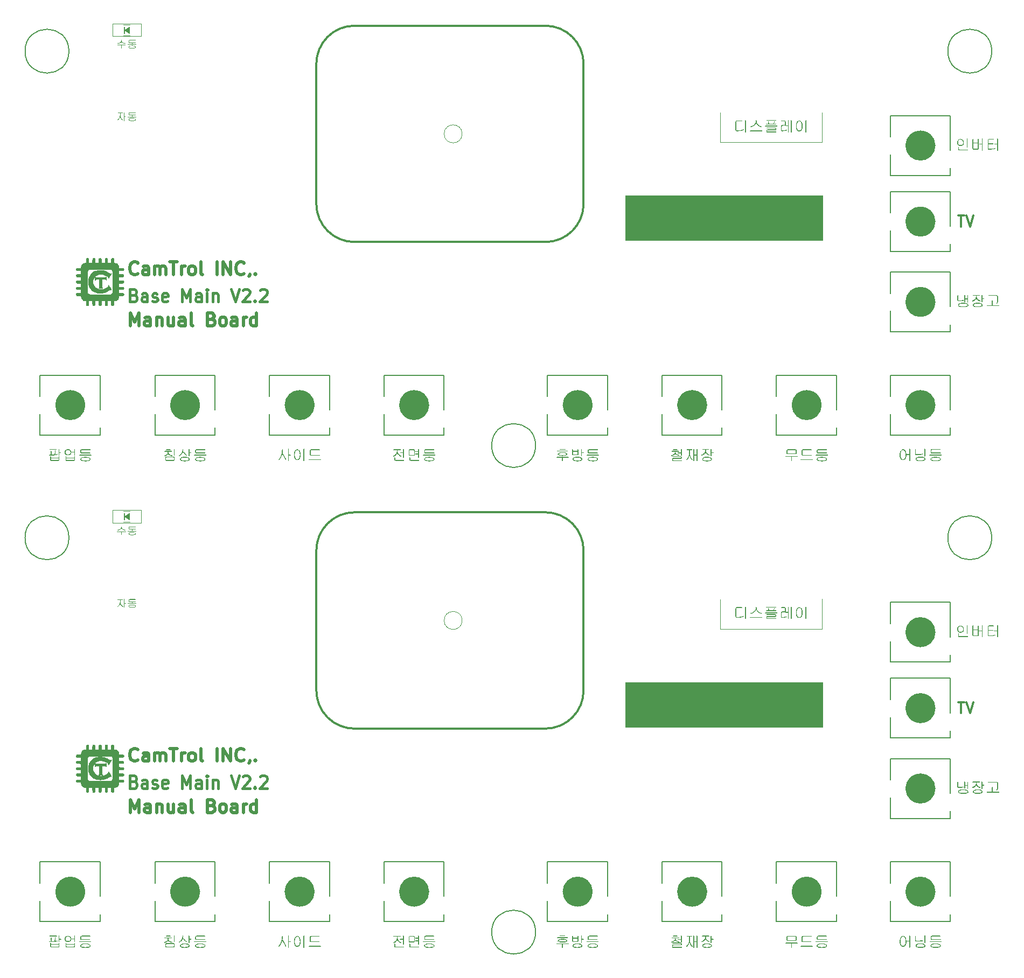
<source format=gbr>
%TF.GenerationSoftware,KiCad,Pcbnew,8.0.8*%
%TF.CreationDate,2025-02-23T19:37:12+09:00*%
%TF.ProjectId,Marre-Cover-V2.2,4d617272-652d-4436-9f76-65722d56322e,rev?*%
%TF.SameCoordinates,Original*%
%TF.FileFunction,Legend,Top*%
%TF.FilePolarity,Positive*%
%FSLAX46Y46*%
G04 Gerber Fmt 4.6, Leading zero omitted, Abs format (unit mm)*
G04 Created by KiCad (PCBNEW 8.0.8) date 2025-02-23 19:37:12*
%MOMM*%
%LPD*%
G01*
G04 APERTURE LIST*
%ADD10C,0.120000*%
%ADD11C,0.250000*%
%ADD12C,0.500000*%
%ADD13C,0.400000*%
%ADD14C,0.150000*%
%ADD15C,0.180000*%
%ADD16C,0.300000*%
%ADD17C,0.200000*%
%ADD18C,2.360000*%
%ADD19C,0.100000*%
%ADD20C,0.010000*%
G04 APERTURE END LIST*
D10*
X124530000Y-127930000D02*
X155530000Y-127930000D01*
X155530000Y-134930000D01*
X124530000Y-134930000D01*
X124530000Y-127930000D01*
G36*
X124530000Y-127930000D02*
G01*
X155530000Y-127930000D01*
X155530000Y-134930000D01*
X124530000Y-134930000D01*
X124530000Y-127930000D01*
G37*
X155490000Y-119550000D02*
X139470000Y-119550000D01*
X139470000Y-114850000D02*
X139470000Y-119500000D01*
X155490000Y-114840000D02*
X155490000Y-119550000D01*
D11*
G36*
X142835498Y-116101641D02*
G01*
X142107630Y-116101641D01*
X142020583Y-116113642D01*
X141946192Y-116153134D01*
X141933656Y-116164339D01*
X141888190Y-116235029D01*
X141873094Y-116320344D01*
X141873035Y-116326687D01*
X141873035Y-117527482D01*
X141882494Y-117610025D01*
X141917440Y-117686695D01*
X141940300Y-117713082D01*
X142015190Y-117758085D01*
X142102382Y-117774800D01*
X142133374Y-117775780D01*
X142221033Y-117774725D01*
X142306765Y-117771563D01*
X142390572Y-117766291D01*
X142488598Y-117757183D01*
X142583851Y-117745038D01*
X142661109Y-117732597D01*
X142744000Y-117716520D01*
X142837929Y-117694177D01*
X142925814Y-117668505D01*
X143007656Y-117639505D01*
X143095501Y-117601465D01*
X143119089Y-117589764D01*
X143158534Y-117538693D01*
X143158534Y-117482639D01*
X143126147Y-117447346D01*
X143070094Y-117456896D01*
X142992022Y-117497576D01*
X142906399Y-117534599D01*
X142827000Y-117563424D01*
X142742053Y-117589563D01*
X142651559Y-117613016D01*
X142558482Y-117632207D01*
X142463915Y-117647427D01*
X142367860Y-117658677D01*
X142270316Y-117665956D01*
X142171283Y-117669265D01*
X142137941Y-117669485D01*
X142055035Y-117649201D01*
X142042442Y-117638759D01*
X142011194Y-117561757D01*
X142010055Y-117537447D01*
X142010055Y-116323780D01*
X142025950Y-116241127D01*
X142030816Y-116234094D01*
X142112198Y-116207936D01*
X142833007Y-116207936D01*
X142902199Y-116160130D01*
X142902763Y-116153543D01*
X142835498Y-116101641D01*
G37*
G36*
X143488213Y-117889963D02*
G01*
X143488213Y-116084618D01*
X143464961Y-116036038D01*
X143418457Y-116021921D01*
X143369877Y-116036038D01*
X143349117Y-116084618D01*
X143349117Y-117889963D01*
X143369877Y-117943110D01*
X143418457Y-117961795D01*
X143464961Y-117943110D01*
X143488213Y-117889963D01*
G37*
G36*
X145052735Y-116129461D02*
G01*
X145048849Y-116215994D01*
X145037190Y-116299335D01*
X145011688Y-116399022D01*
X144974041Y-116493722D01*
X144924250Y-116583435D01*
X144875673Y-116651614D01*
X144819324Y-116716602D01*
X144804023Y-116732350D01*
X144735375Y-116795939D01*
X144663077Y-116851764D01*
X144587131Y-116899824D01*
X144507535Y-116940118D01*
X144424289Y-116972648D01*
X144337395Y-116997413D01*
X144301615Y-117005145D01*
X144248468Y-117038362D01*
X144234351Y-117086942D01*
X144260094Y-117127632D01*
X144318224Y-117138013D01*
X144404820Y-117117412D01*
X144488923Y-117089087D01*
X144570532Y-117053038D01*
X144649648Y-117009264D01*
X144726269Y-116957766D01*
X144800398Y-116898544D01*
X144829351Y-116872692D01*
X144894690Y-116810136D01*
X144952649Y-116745736D01*
X145003229Y-116679490D01*
X145054183Y-116597560D01*
X145094511Y-116512973D01*
X145120000Y-116440455D01*
X145152863Y-116526497D01*
X145195711Y-116610232D01*
X145248544Y-116691661D01*
X145300198Y-116757756D01*
X145358786Y-116822250D01*
X145410648Y-116872692D01*
X145482778Y-116934347D01*
X145556954Y-116988521D01*
X145633179Y-117035215D01*
X145711451Y-117074427D01*
X145791770Y-117106158D01*
X145874138Y-117130408D01*
X145907658Y-117138013D01*
X145975338Y-117130539D01*
X146003157Y-117087772D01*
X145994023Y-117037531D01*
X145940460Y-117005145D01*
X145847562Y-116982142D01*
X145759348Y-116951799D01*
X145675817Y-116914118D01*
X145596969Y-116869098D01*
X145522804Y-116816738D01*
X145453323Y-116757039D01*
X145426842Y-116731104D01*
X145370691Y-116668284D01*
X145311030Y-116585032D01*
X145263068Y-116496530D01*
X145226804Y-116402777D01*
X145202238Y-116303772D01*
X145191007Y-116220788D01*
X145187264Y-116134443D01*
X145164012Y-116075068D01*
X145120000Y-116048494D01*
X145073496Y-116075068D01*
X145052735Y-116129461D01*
G37*
G36*
X146021842Y-117669485D02*
G01*
X144218157Y-117669485D01*
X144149491Y-117719395D01*
X144148401Y-117734674D01*
X144201808Y-117801296D01*
X144218157Y-117802353D01*
X146024333Y-117802353D01*
X146072913Y-117781593D01*
X146091598Y-117734674D01*
X146072913Y-117687755D01*
X146021842Y-117669485D01*
G37*
G36*
X148244061Y-116048494D02*
G01*
X146751371Y-116048494D01*
X146688674Y-116100396D01*
X146751371Y-116154789D01*
X148250704Y-116154789D01*
X148297208Y-116138180D01*
X148311325Y-116100396D01*
X148292641Y-116063027D01*
X148244061Y-116048494D01*
G37*
G36*
X148250704Y-116606540D02*
G01*
X147965038Y-116606540D01*
X148036870Y-116278107D01*
X148025244Y-116228281D01*
X147978740Y-116207936D01*
X147927669Y-116219147D01*
X147899849Y-116264405D01*
X147827602Y-116606540D01*
X147172397Y-116606540D01*
X147100150Y-116265651D01*
X147072330Y-116219147D01*
X147021259Y-116207936D01*
X146977247Y-116227866D01*
X146965621Y-116278937D01*
X147034961Y-116606540D01*
X146749295Y-116606540D01*
X146688674Y-116658442D01*
X146742236Y-116712835D01*
X148262330Y-116712835D01*
X148311325Y-116658442D01*
X148250704Y-116606540D01*
G37*
G36*
X148401842Y-116925424D02*
G01*
X146598157Y-116925424D01*
X146530036Y-116975334D01*
X146528401Y-116990612D01*
X146578311Y-117057234D01*
X146593590Y-117058292D01*
X148410976Y-117058292D01*
X148457480Y-117036701D01*
X148471598Y-116990612D01*
X148452913Y-116944524D01*
X148401842Y-116925424D01*
G37*
G36*
X148071748Y-117217734D02*
G01*
X146782096Y-117217734D01*
X146710424Y-117263350D01*
X146709849Y-117269635D01*
X146775314Y-117323975D01*
X146779605Y-117324028D01*
X148055554Y-117324028D01*
X148125310Y-117339806D01*
X148146071Y-117396690D01*
X148146071Y-117453159D01*
X148122819Y-117496341D01*
X148060122Y-117510043D01*
X146893374Y-117510043D01*
X146809162Y-117524758D01*
X146760921Y-117556547D01*
X146720956Y-117630637D01*
X146714417Y-117686924D01*
X146714417Y-117794879D01*
X146731609Y-117877533D01*
X146758429Y-117915291D01*
X146831583Y-117956300D01*
X146881748Y-117961795D01*
X148248628Y-117961795D01*
X148295132Y-117941034D01*
X148311325Y-117894115D01*
X148292641Y-117847196D01*
X148239078Y-117828927D01*
X146932819Y-117828927D01*
X146872613Y-117815225D01*
X146853928Y-117767475D01*
X146853928Y-117713082D01*
X146870122Y-117661181D01*
X146935310Y-117642912D01*
X148113684Y-117642912D01*
X148196532Y-117623935D01*
X148236587Y-117594332D01*
X148280798Y-117523020D01*
X148285582Y-117483470D01*
X148285582Y-117372608D01*
X148257508Y-117290488D01*
X148220394Y-117257179D01*
X148138946Y-117224244D01*
X148071748Y-117217734D01*
G37*
G36*
X149531221Y-116101641D02*
G01*
X149075732Y-116101641D01*
X149004532Y-116145291D01*
X149003900Y-116154789D01*
X149069214Y-116207884D01*
X149073656Y-116207936D01*
X149498834Y-116207936D01*
X149582647Y-116220607D01*
X149598485Y-116228697D01*
X149628796Y-116297207D01*
X149628796Y-116705361D01*
X149608035Y-116771795D01*
X149526653Y-116792556D01*
X149231437Y-116792556D01*
X149145264Y-116805113D01*
X149069747Y-116850215D01*
X149062030Y-116858159D01*
X149022413Y-116932722D01*
X149013035Y-117005975D01*
X149013035Y-117555302D01*
X149026945Y-117641977D01*
X149068674Y-117710176D01*
X149139052Y-117759379D01*
X149220729Y-117775523D01*
X149233928Y-117775780D01*
X149327663Y-117774249D01*
X149416207Y-117769655D01*
X149499561Y-117762000D01*
X149577725Y-117751282D01*
X149660534Y-117736983D01*
X149741630Y-117718584D01*
X149830816Y-117692984D01*
X149898684Y-117669485D01*
X149938129Y-117625057D01*
X149942697Y-117570664D01*
X149910310Y-117532050D01*
X149854256Y-117536617D01*
X149774778Y-117571162D01*
X149695627Y-117600057D01*
X149608068Y-117625537D01*
X149573157Y-117633777D01*
X149491193Y-117651038D01*
X149407390Y-117662650D01*
X149321747Y-117668613D01*
X149273374Y-117669485D01*
X149191395Y-117656172D01*
X149175799Y-117645818D01*
X149150156Y-117566822D01*
X149150055Y-117559039D01*
X149150055Y-117035870D01*
X149170492Y-116954807D01*
X149173307Y-116951167D01*
X149245554Y-116925424D01*
X149568590Y-116925424D01*
X149654334Y-116909721D01*
X149712669Y-116869785D01*
X149757658Y-116797076D01*
X149768307Y-116726537D01*
X149768307Y-116270633D01*
X149745326Y-116190448D01*
X149703119Y-116147730D01*
X149622345Y-116111768D01*
X149537875Y-116101686D01*
X149531221Y-116101641D01*
G37*
G36*
X150112519Y-116088770D02*
G01*
X150112519Y-116845703D01*
X149796542Y-116845703D01*
X149745471Y-116866048D01*
X149726786Y-116912137D01*
X149745471Y-116955734D01*
X149798618Y-116978571D01*
X150112519Y-116978571D01*
X150112519Y-117892039D01*
X150133279Y-117943941D01*
X150182274Y-117961795D01*
X150228778Y-117943110D01*
X150252030Y-117889963D01*
X150252030Y-116082126D01*
X150228778Y-116036038D01*
X150182274Y-116021921D01*
X150133279Y-116038529D01*
X150112519Y-116088770D01*
G37*
G36*
X150691325Y-117889963D02*
G01*
X150691325Y-116084618D01*
X150668073Y-116038114D01*
X150624061Y-116021921D01*
X150577142Y-116038114D01*
X150556381Y-116086694D01*
X150556381Y-117889963D01*
X150577142Y-117943110D01*
X150624061Y-117961795D01*
X150668073Y-117943110D01*
X150691325Y-117889963D01*
G37*
G36*
X152984961Y-116036038D02*
G01*
X153008213Y-116084618D01*
X153008213Y-117889963D01*
X152984961Y-117943110D01*
X152938457Y-117961795D01*
X152889877Y-117943110D01*
X152869117Y-117889963D01*
X152869117Y-116084618D01*
X152889877Y-116036038D01*
X152938457Y-116021921D01*
X152984961Y-116036038D01*
G37*
G36*
X151945754Y-116103908D02*
G01*
X152032423Y-116122038D01*
X152111560Y-116158297D01*
X152183165Y-116212687D01*
X152247237Y-116285206D01*
X152294877Y-116359489D01*
X152325921Y-116420648D01*
X152358905Y-116502407D01*
X152385421Y-116590066D01*
X152405470Y-116683625D01*
X152419052Y-116783084D01*
X152425261Y-116866898D01*
X152427330Y-116954489D01*
X152426166Y-117019623D01*
X152420992Y-117103233D01*
X152408704Y-117202546D01*
X152389949Y-117296080D01*
X152364726Y-117383837D01*
X152333035Y-117465815D01*
X152294877Y-117542015D01*
X152266921Y-117588540D01*
X152216143Y-117655913D01*
X152148304Y-117719981D01*
X152072933Y-117765743D01*
X151990030Y-117793201D01*
X151899595Y-117802353D01*
X151852672Y-117800065D01*
X151764562Y-117781760D01*
X151684102Y-117745150D01*
X151611290Y-117690235D01*
X151546128Y-117617015D01*
X151497669Y-117542015D01*
X151473998Y-117496988D01*
X151439721Y-117417321D01*
X151411911Y-117331876D01*
X151390568Y-117240653D01*
X151375693Y-117143652D01*
X151367285Y-117040872D01*
X151365216Y-116954489D01*
X151365472Y-116939956D01*
X151504727Y-116939956D01*
X151506252Y-117014273D01*
X151512446Y-117102771D01*
X151523404Y-117186383D01*
X151542843Y-117280269D01*
X151569142Y-117367118D01*
X151602302Y-117446931D01*
X151616019Y-117473881D01*
X151669162Y-117554513D01*
X151730292Y-117613847D01*
X151809935Y-117655576D01*
X151900010Y-117669485D01*
X151934120Y-117667529D01*
X152018337Y-117643187D01*
X152092745Y-117591026D01*
X152149804Y-117522565D01*
X152192735Y-117446931D01*
X152220845Y-117380909D01*
X152248288Y-117295232D01*
X152268870Y-117202520D01*
X152280781Y-117119884D01*
X152287928Y-117032363D01*
X152290310Y-116939956D01*
X152288785Y-116864018D01*
X152282592Y-116773893D01*
X152271634Y-116689101D01*
X152252195Y-116594389D01*
X152225895Y-116507355D01*
X152192735Y-116427999D01*
X152179038Y-116401351D01*
X152126270Y-116321621D01*
X152065991Y-116262952D01*
X151987905Y-116221690D01*
X151900010Y-116207936D01*
X151865009Y-116209870D01*
X151778846Y-116233939D01*
X151703115Y-116285517D01*
X151645408Y-116353212D01*
X151602302Y-116427999D01*
X151574192Y-116493595D01*
X151546749Y-116579350D01*
X151526167Y-116672783D01*
X151514256Y-116756508D01*
X151507110Y-116845566D01*
X151504727Y-116939956D01*
X151365472Y-116939956D01*
X151366380Y-116888442D01*
X151371554Y-116803683D01*
X151383842Y-116703045D01*
X151402598Y-116608306D01*
X151427821Y-116519467D01*
X151459511Y-116436528D01*
X151497669Y-116359489D01*
X151526107Y-116313409D01*
X151577753Y-116246680D01*
X151646740Y-116183226D01*
X151723376Y-116137901D01*
X151807661Y-116110706D01*
X151899595Y-116101641D01*
X151945754Y-116103908D01*
G37*
D12*
X46781125Y-148379765D02*
X46781125Y-146379765D01*
X46781125Y-146379765D02*
X47447792Y-147808336D01*
X47447792Y-147808336D02*
X48114458Y-146379765D01*
X48114458Y-146379765D02*
X48114458Y-148379765D01*
X49923982Y-148379765D02*
X49923982Y-147332146D01*
X49923982Y-147332146D02*
X49828744Y-147141669D01*
X49828744Y-147141669D02*
X49638268Y-147046431D01*
X49638268Y-147046431D02*
X49257315Y-147046431D01*
X49257315Y-147046431D02*
X49066839Y-147141669D01*
X49923982Y-148284527D02*
X49733506Y-148379765D01*
X49733506Y-148379765D02*
X49257315Y-148379765D01*
X49257315Y-148379765D02*
X49066839Y-148284527D01*
X49066839Y-148284527D02*
X48971601Y-148094050D01*
X48971601Y-148094050D02*
X48971601Y-147903574D01*
X48971601Y-147903574D02*
X49066839Y-147713098D01*
X49066839Y-147713098D02*
X49257315Y-147617860D01*
X49257315Y-147617860D02*
X49733506Y-147617860D01*
X49733506Y-147617860D02*
X49923982Y-147522622D01*
X50876363Y-147046431D02*
X50876363Y-148379765D01*
X50876363Y-147236907D02*
X50971601Y-147141669D01*
X50971601Y-147141669D02*
X51162077Y-147046431D01*
X51162077Y-147046431D02*
X51447792Y-147046431D01*
X51447792Y-147046431D02*
X51638268Y-147141669D01*
X51638268Y-147141669D02*
X51733506Y-147332146D01*
X51733506Y-147332146D02*
X51733506Y-148379765D01*
X53543030Y-147046431D02*
X53543030Y-148379765D01*
X52685887Y-147046431D02*
X52685887Y-148094050D01*
X52685887Y-148094050D02*
X52781125Y-148284527D01*
X52781125Y-148284527D02*
X52971601Y-148379765D01*
X52971601Y-148379765D02*
X53257316Y-148379765D01*
X53257316Y-148379765D02*
X53447792Y-148284527D01*
X53447792Y-148284527D02*
X53543030Y-148189288D01*
X55352554Y-148379765D02*
X55352554Y-147332146D01*
X55352554Y-147332146D02*
X55257316Y-147141669D01*
X55257316Y-147141669D02*
X55066840Y-147046431D01*
X55066840Y-147046431D02*
X54685887Y-147046431D01*
X54685887Y-147046431D02*
X54495411Y-147141669D01*
X55352554Y-148284527D02*
X55162078Y-148379765D01*
X55162078Y-148379765D02*
X54685887Y-148379765D01*
X54685887Y-148379765D02*
X54495411Y-148284527D01*
X54495411Y-148284527D02*
X54400173Y-148094050D01*
X54400173Y-148094050D02*
X54400173Y-147903574D01*
X54400173Y-147903574D02*
X54495411Y-147713098D01*
X54495411Y-147713098D02*
X54685887Y-147617860D01*
X54685887Y-147617860D02*
X55162078Y-147617860D01*
X55162078Y-147617860D02*
X55352554Y-147522622D01*
X56590649Y-148379765D02*
X56400173Y-148284527D01*
X56400173Y-148284527D02*
X56304935Y-148094050D01*
X56304935Y-148094050D02*
X56304935Y-146379765D01*
X59543031Y-147332146D02*
X59828745Y-147427384D01*
X59828745Y-147427384D02*
X59923983Y-147522622D01*
X59923983Y-147522622D02*
X60019221Y-147713098D01*
X60019221Y-147713098D02*
X60019221Y-147998812D01*
X60019221Y-147998812D02*
X59923983Y-148189288D01*
X59923983Y-148189288D02*
X59828745Y-148284527D01*
X59828745Y-148284527D02*
X59638269Y-148379765D01*
X59638269Y-148379765D02*
X58876364Y-148379765D01*
X58876364Y-148379765D02*
X58876364Y-146379765D01*
X58876364Y-146379765D02*
X59543031Y-146379765D01*
X59543031Y-146379765D02*
X59733507Y-146475003D01*
X59733507Y-146475003D02*
X59828745Y-146570241D01*
X59828745Y-146570241D02*
X59923983Y-146760717D01*
X59923983Y-146760717D02*
X59923983Y-146951193D01*
X59923983Y-146951193D02*
X59828745Y-147141669D01*
X59828745Y-147141669D02*
X59733507Y-147236907D01*
X59733507Y-147236907D02*
X59543031Y-147332146D01*
X59543031Y-147332146D02*
X58876364Y-147332146D01*
X61162078Y-148379765D02*
X60971602Y-148284527D01*
X60971602Y-148284527D02*
X60876364Y-148189288D01*
X60876364Y-148189288D02*
X60781126Y-147998812D01*
X60781126Y-147998812D02*
X60781126Y-147427384D01*
X60781126Y-147427384D02*
X60876364Y-147236907D01*
X60876364Y-147236907D02*
X60971602Y-147141669D01*
X60971602Y-147141669D02*
X61162078Y-147046431D01*
X61162078Y-147046431D02*
X61447793Y-147046431D01*
X61447793Y-147046431D02*
X61638269Y-147141669D01*
X61638269Y-147141669D02*
X61733507Y-147236907D01*
X61733507Y-147236907D02*
X61828745Y-147427384D01*
X61828745Y-147427384D02*
X61828745Y-147998812D01*
X61828745Y-147998812D02*
X61733507Y-148189288D01*
X61733507Y-148189288D02*
X61638269Y-148284527D01*
X61638269Y-148284527D02*
X61447793Y-148379765D01*
X61447793Y-148379765D02*
X61162078Y-148379765D01*
X63543031Y-148379765D02*
X63543031Y-147332146D01*
X63543031Y-147332146D02*
X63447793Y-147141669D01*
X63447793Y-147141669D02*
X63257317Y-147046431D01*
X63257317Y-147046431D02*
X62876364Y-147046431D01*
X62876364Y-147046431D02*
X62685888Y-147141669D01*
X63543031Y-148284527D02*
X63352555Y-148379765D01*
X63352555Y-148379765D02*
X62876364Y-148379765D01*
X62876364Y-148379765D02*
X62685888Y-148284527D01*
X62685888Y-148284527D02*
X62590650Y-148094050D01*
X62590650Y-148094050D02*
X62590650Y-147903574D01*
X62590650Y-147903574D02*
X62685888Y-147713098D01*
X62685888Y-147713098D02*
X62876364Y-147617860D01*
X62876364Y-147617860D02*
X63352555Y-147617860D01*
X63352555Y-147617860D02*
X63543031Y-147522622D01*
X64495412Y-148379765D02*
X64495412Y-147046431D01*
X64495412Y-147427384D02*
X64590650Y-147236907D01*
X64590650Y-147236907D02*
X64685888Y-147141669D01*
X64685888Y-147141669D02*
X64876364Y-147046431D01*
X64876364Y-147046431D02*
X65066841Y-147046431D01*
X66590650Y-148379765D02*
X66590650Y-146379765D01*
X66590650Y-148284527D02*
X66400174Y-148379765D01*
X66400174Y-148379765D02*
X66019221Y-148379765D01*
X66019221Y-148379765D02*
X65828745Y-148284527D01*
X65828745Y-148284527D02*
X65733507Y-148189288D01*
X65733507Y-148189288D02*
X65638269Y-147998812D01*
X65638269Y-147998812D02*
X65638269Y-147427384D01*
X65638269Y-147427384D02*
X65733507Y-147236907D01*
X65733507Y-147236907D02*
X65828745Y-147141669D01*
X65828745Y-147141669D02*
X66019221Y-147046431D01*
X66019221Y-147046431D02*
X66400174Y-147046431D01*
X66400174Y-147046431D02*
X66590650Y-147141669D01*
D13*
X47324859Y-143537346D02*
X47596287Y-143632584D01*
X47596287Y-143632584D02*
X47686764Y-143727822D01*
X47686764Y-143727822D02*
X47777240Y-143918298D01*
X47777240Y-143918298D02*
X47777240Y-144204012D01*
X47777240Y-144204012D02*
X47686764Y-144394488D01*
X47686764Y-144394488D02*
X47596287Y-144489727D01*
X47596287Y-144489727D02*
X47415335Y-144584965D01*
X47415335Y-144584965D02*
X46691525Y-144584965D01*
X46691525Y-144584965D02*
X46691525Y-142584965D01*
X46691525Y-142584965D02*
X47324859Y-142584965D01*
X47324859Y-142584965D02*
X47505811Y-142680203D01*
X47505811Y-142680203D02*
X47596287Y-142775441D01*
X47596287Y-142775441D02*
X47686764Y-142965917D01*
X47686764Y-142965917D02*
X47686764Y-143156393D01*
X47686764Y-143156393D02*
X47596287Y-143346869D01*
X47596287Y-143346869D02*
X47505811Y-143442107D01*
X47505811Y-143442107D02*
X47324859Y-143537346D01*
X47324859Y-143537346D02*
X46691525Y-143537346D01*
X49405811Y-144584965D02*
X49405811Y-143537346D01*
X49405811Y-143537346D02*
X49315335Y-143346869D01*
X49315335Y-143346869D02*
X49134383Y-143251631D01*
X49134383Y-143251631D02*
X48772478Y-143251631D01*
X48772478Y-143251631D02*
X48591525Y-143346869D01*
X49405811Y-144489727D02*
X49224859Y-144584965D01*
X49224859Y-144584965D02*
X48772478Y-144584965D01*
X48772478Y-144584965D02*
X48591525Y-144489727D01*
X48591525Y-144489727D02*
X48501049Y-144299250D01*
X48501049Y-144299250D02*
X48501049Y-144108774D01*
X48501049Y-144108774D02*
X48591525Y-143918298D01*
X48591525Y-143918298D02*
X48772478Y-143823060D01*
X48772478Y-143823060D02*
X49224859Y-143823060D01*
X49224859Y-143823060D02*
X49405811Y-143727822D01*
X50220097Y-144489727D02*
X50401050Y-144584965D01*
X50401050Y-144584965D02*
X50762954Y-144584965D01*
X50762954Y-144584965D02*
X50943907Y-144489727D01*
X50943907Y-144489727D02*
X51034383Y-144299250D01*
X51034383Y-144299250D02*
X51034383Y-144204012D01*
X51034383Y-144204012D02*
X50943907Y-144013536D01*
X50943907Y-144013536D02*
X50762954Y-143918298D01*
X50762954Y-143918298D02*
X50491526Y-143918298D01*
X50491526Y-143918298D02*
X50310573Y-143823060D01*
X50310573Y-143823060D02*
X50220097Y-143632584D01*
X50220097Y-143632584D02*
X50220097Y-143537346D01*
X50220097Y-143537346D02*
X50310573Y-143346869D01*
X50310573Y-143346869D02*
X50491526Y-143251631D01*
X50491526Y-143251631D02*
X50762954Y-143251631D01*
X50762954Y-143251631D02*
X50943907Y-143346869D01*
X52572478Y-144489727D02*
X52391526Y-144584965D01*
X52391526Y-144584965D02*
X52029621Y-144584965D01*
X52029621Y-144584965D02*
X51848668Y-144489727D01*
X51848668Y-144489727D02*
X51758192Y-144299250D01*
X51758192Y-144299250D02*
X51758192Y-143537346D01*
X51758192Y-143537346D02*
X51848668Y-143346869D01*
X51848668Y-143346869D02*
X52029621Y-143251631D01*
X52029621Y-143251631D02*
X52391526Y-143251631D01*
X52391526Y-143251631D02*
X52572478Y-143346869D01*
X52572478Y-143346869D02*
X52662954Y-143537346D01*
X52662954Y-143537346D02*
X52662954Y-143727822D01*
X52662954Y-143727822D02*
X51758192Y-143918298D01*
X54924858Y-144584965D02*
X54924858Y-142584965D01*
X54924858Y-142584965D02*
X55558192Y-144013536D01*
X55558192Y-144013536D02*
X56191525Y-142584965D01*
X56191525Y-142584965D02*
X56191525Y-144584965D01*
X57910573Y-144584965D02*
X57910573Y-143537346D01*
X57910573Y-143537346D02*
X57820097Y-143346869D01*
X57820097Y-143346869D02*
X57639145Y-143251631D01*
X57639145Y-143251631D02*
X57277240Y-143251631D01*
X57277240Y-143251631D02*
X57096287Y-143346869D01*
X57910573Y-144489727D02*
X57729621Y-144584965D01*
X57729621Y-144584965D02*
X57277240Y-144584965D01*
X57277240Y-144584965D02*
X57096287Y-144489727D01*
X57096287Y-144489727D02*
X57005811Y-144299250D01*
X57005811Y-144299250D02*
X57005811Y-144108774D01*
X57005811Y-144108774D02*
X57096287Y-143918298D01*
X57096287Y-143918298D02*
X57277240Y-143823060D01*
X57277240Y-143823060D02*
X57729621Y-143823060D01*
X57729621Y-143823060D02*
X57910573Y-143727822D01*
X58815335Y-144584965D02*
X58815335Y-143251631D01*
X58815335Y-142584965D02*
X58724859Y-142680203D01*
X58724859Y-142680203D02*
X58815335Y-142775441D01*
X58815335Y-142775441D02*
X58905812Y-142680203D01*
X58905812Y-142680203D02*
X58815335Y-142584965D01*
X58815335Y-142584965D02*
X58815335Y-142775441D01*
X59720097Y-143251631D02*
X59720097Y-144584965D01*
X59720097Y-143442107D02*
X59810574Y-143346869D01*
X59810574Y-143346869D02*
X59991526Y-143251631D01*
X59991526Y-143251631D02*
X60262955Y-143251631D01*
X60262955Y-143251631D02*
X60443907Y-143346869D01*
X60443907Y-143346869D02*
X60534383Y-143537346D01*
X60534383Y-143537346D02*
X60534383Y-144584965D01*
X62615336Y-142584965D02*
X63248669Y-144584965D01*
X63248669Y-144584965D02*
X63882003Y-142584965D01*
X64424859Y-142775441D02*
X64515335Y-142680203D01*
X64515335Y-142680203D02*
X64696288Y-142584965D01*
X64696288Y-142584965D02*
X65148669Y-142584965D01*
X65148669Y-142584965D02*
X65329621Y-142680203D01*
X65329621Y-142680203D02*
X65420097Y-142775441D01*
X65420097Y-142775441D02*
X65510574Y-142965917D01*
X65510574Y-142965917D02*
X65510574Y-143156393D01*
X65510574Y-143156393D02*
X65420097Y-143442107D01*
X65420097Y-143442107D02*
X64334383Y-144584965D01*
X64334383Y-144584965D02*
X65510574Y-144584965D01*
X66324859Y-144394488D02*
X66415336Y-144489727D01*
X66415336Y-144489727D02*
X66324859Y-144584965D01*
X66324859Y-144584965D02*
X66234383Y-144489727D01*
X66234383Y-144489727D02*
X66324859Y-144394488D01*
X66324859Y-144394488D02*
X66324859Y-144584965D01*
X67139145Y-142775441D02*
X67229621Y-142680203D01*
X67229621Y-142680203D02*
X67410574Y-142584965D01*
X67410574Y-142584965D02*
X67862955Y-142584965D01*
X67862955Y-142584965D02*
X68043907Y-142680203D01*
X68043907Y-142680203D02*
X68134383Y-142775441D01*
X68134383Y-142775441D02*
X68224860Y-142965917D01*
X68224860Y-142965917D02*
X68224860Y-143156393D01*
X68224860Y-143156393D02*
X68134383Y-143442107D01*
X68134383Y-143442107D02*
X67048669Y-144584965D01*
X67048669Y-144584965D02*
X68224860Y-144584965D01*
D12*
X47923982Y-140139288D02*
X47828744Y-140234527D01*
X47828744Y-140234527D02*
X47543030Y-140329765D01*
X47543030Y-140329765D02*
X47352554Y-140329765D01*
X47352554Y-140329765D02*
X47066839Y-140234527D01*
X47066839Y-140234527D02*
X46876363Y-140044050D01*
X46876363Y-140044050D02*
X46781125Y-139853574D01*
X46781125Y-139853574D02*
X46685887Y-139472622D01*
X46685887Y-139472622D02*
X46685887Y-139186907D01*
X46685887Y-139186907D02*
X46781125Y-138805955D01*
X46781125Y-138805955D02*
X46876363Y-138615479D01*
X46876363Y-138615479D02*
X47066839Y-138425003D01*
X47066839Y-138425003D02*
X47352554Y-138329765D01*
X47352554Y-138329765D02*
X47543030Y-138329765D01*
X47543030Y-138329765D02*
X47828744Y-138425003D01*
X47828744Y-138425003D02*
X47923982Y-138520241D01*
X49638268Y-140329765D02*
X49638268Y-139282146D01*
X49638268Y-139282146D02*
X49543030Y-139091669D01*
X49543030Y-139091669D02*
X49352554Y-138996431D01*
X49352554Y-138996431D02*
X48971601Y-138996431D01*
X48971601Y-138996431D02*
X48781125Y-139091669D01*
X49638268Y-140234527D02*
X49447792Y-140329765D01*
X49447792Y-140329765D02*
X48971601Y-140329765D01*
X48971601Y-140329765D02*
X48781125Y-140234527D01*
X48781125Y-140234527D02*
X48685887Y-140044050D01*
X48685887Y-140044050D02*
X48685887Y-139853574D01*
X48685887Y-139853574D02*
X48781125Y-139663098D01*
X48781125Y-139663098D02*
X48971601Y-139567860D01*
X48971601Y-139567860D02*
X49447792Y-139567860D01*
X49447792Y-139567860D02*
X49638268Y-139472622D01*
X50590649Y-140329765D02*
X50590649Y-138996431D01*
X50590649Y-139186907D02*
X50685887Y-139091669D01*
X50685887Y-139091669D02*
X50876363Y-138996431D01*
X50876363Y-138996431D02*
X51162078Y-138996431D01*
X51162078Y-138996431D02*
X51352554Y-139091669D01*
X51352554Y-139091669D02*
X51447792Y-139282146D01*
X51447792Y-139282146D02*
X51447792Y-140329765D01*
X51447792Y-139282146D02*
X51543030Y-139091669D01*
X51543030Y-139091669D02*
X51733506Y-138996431D01*
X51733506Y-138996431D02*
X52019220Y-138996431D01*
X52019220Y-138996431D02*
X52209697Y-139091669D01*
X52209697Y-139091669D02*
X52304935Y-139282146D01*
X52304935Y-139282146D02*
X52304935Y-140329765D01*
X52971602Y-138329765D02*
X54114459Y-138329765D01*
X53543030Y-140329765D02*
X53543030Y-138329765D01*
X54781126Y-140329765D02*
X54781126Y-138996431D01*
X54781126Y-139377384D02*
X54876364Y-139186907D01*
X54876364Y-139186907D02*
X54971602Y-139091669D01*
X54971602Y-139091669D02*
X55162078Y-138996431D01*
X55162078Y-138996431D02*
X55352555Y-138996431D01*
X56304935Y-140329765D02*
X56114459Y-140234527D01*
X56114459Y-140234527D02*
X56019221Y-140139288D01*
X56019221Y-140139288D02*
X55923983Y-139948812D01*
X55923983Y-139948812D02*
X55923983Y-139377384D01*
X55923983Y-139377384D02*
X56019221Y-139186907D01*
X56019221Y-139186907D02*
X56114459Y-139091669D01*
X56114459Y-139091669D02*
X56304935Y-138996431D01*
X56304935Y-138996431D02*
X56590650Y-138996431D01*
X56590650Y-138996431D02*
X56781126Y-139091669D01*
X56781126Y-139091669D02*
X56876364Y-139186907D01*
X56876364Y-139186907D02*
X56971602Y-139377384D01*
X56971602Y-139377384D02*
X56971602Y-139948812D01*
X56971602Y-139948812D02*
X56876364Y-140139288D01*
X56876364Y-140139288D02*
X56781126Y-140234527D01*
X56781126Y-140234527D02*
X56590650Y-140329765D01*
X56590650Y-140329765D02*
X56304935Y-140329765D01*
X58114459Y-140329765D02*
X57923983Y-140234527D01*
X57923983Y-140234527D02*
X57828745Y-140044050D01*
X57828745Y-140044050D02*
X57828745Y-138329765D01*
X60400174Y-140329765D02*
X60400174Y-138329765D01*
X61352555Y-140329765D02*
X61352555Y-138329765D01*
X61352555Y-138329765D02*
X62495412Y-140329765D01*
X62495412Y-140329765D02*
X62495412Y-138329765D01*
X64590650Y-140139288D02*
X64495412Y-140234527D01*
X64495412Y-140234527D02*
X64209698Y-140329765D01*
X64209698Y-140329765D02*
X64019222Y-140329765D01*
X64019222Y-140329765D02*
X63733507Y-140234527D01*
X63733507Y-140234527D02*
X63543031Y-140044050D01*
X63543031Y-140044050D02*
X63447793Y-139853574D01*
X63447793Y-139853574D02*
X63352555Y-139472622D01*
X63352555Y-139472622D02*
X63352555Y-139186907D01*
X63352555Y-139186907D02*
X63447793Y-138805955D01*
X63447793Y-138805955D02*
X63543031Y-138615479D01*
X63543031Y-138615479D02*
X63733507Y-138425003D01*
X63733507Y-138425003D02*
X64019222Y-138329765D01*
X64019222Y-138329765D02*
X64209698Y-138329765D01*
X64209698Y-138329765D02*
X64495412Y-138425003D01*
X64495412Y-138425003D02*
X64590650Y-138520241D01*
X65543031Y-140234527D02*
X65543031Y-140329765D01*
X65543031Y-140329765D02*
X65447793Y-140520241D01*
X65447793Y-140520241D02*
X65352555Y-140615479D01*
X66400174Y-140139288D02*
X66495412Y-140234527D01*
X66495412Y-140234527D02*
X66400174Y-140329765D01*
X66400174Y-140329765D02*
X66304936Y-140234527D01*
X66304936Y-140234527D02*
X66400174Y-140139288D01*
X66400174Y-140139288D02*
X66400174Y-140329765D01*
D10*
X155490000Y-43050000D02*
X139470000Y-43050000D01*
X139470000Y-38350000D02*
X139470000Y-43000000D01*
X124530000Y-51430000D02*
X155530000Y-51430000D01*
X155530000Y-58430000D01*
X124530000Y-58430000D01*
X124530000Y-51430000D01*
G36*
X124530000Y-51430000D02*
G01*
X155530000Y-51430000D01*
X155530000Y-58430000D01*
X124530000Y-58430000D01*
X124530000Y-51430000D01*
G37*
X155490000Y-38340000D02*
X155490000Y-43050000D01*
D11*
G36*
X142835498Y-39601641D02*
G01*
X142107630Y-39601641D01*
X142020583Y-39613642D01*
X141946192Y-39653134D01*
X141933656Y-39664339D01*
X141888190Y-39735029D01*
X141873094Y-39820344D01*
X141873035Y-39826687D01*
X141873035Y-41027482D01*
X141882494Y-41110025D01*
X141917440Y-41186695D01*
X141940300Y-41213082D01*
X142015190Y-41258085D01*
X142102382Y-41274800D01*
X142133374Y-41275780D01*
X142221033Y-41274725D01*
X142306765Y-41271563D01*
X142390572Y-41266291D01*
X142488598Y-41257183D01*
X142583851Y-41245038D01*
X142661109Y-41232597D01*
X142744000Y-41216520D01*
X142837929Y-41194177D01*
X142925814Y-41168505D01*
X143007656Y-41139505D01*
X143095501Y-41101465D01*
X143119089Y-41089764D01*
X143158534Y-41038693D01*
X143158534Y-40982639D01*
X143126147Y-40947346D01*
X143070094Y-40956896D01*
X142992022Y-40997576D01*
X142906399Y-41034599D01*
X142827000Y-41063424D01*
X142742053Y-41089563D01*
X142651559Y-41113016D01*
X142558482Y-41132207D01*
X142463915Y-41147427D01*
X142367860Y-41158677D01*
X142270316Y-41165956D01*
X142171283Y-41169265D01*
X142137941Y-41169485D01*
X142055035Y-41149201D01*
X142042442Y-41138759D01*
X142011194Y-41061757D01*
X142010055Y-41037447D01*
X142010055Y-39823780D01*
X142025950Y-39741127D01*
X142030816Y-39734094D01*
X142112198Y-39707936D01*
X142833007Y-39707936D01*
X142902199Y-39660130D01*
X142902763Y-39653543D01*
X142835498Y-39601641D01*
G37*
G36*
X143488213Y-41389963D02*
G01*
X143488213Y-39584618D01*
X143464961Y-39536038D01*
X143418457Y-39521921D01*
X143369877Y-39536038D01*
X143349117Y-39584618D01*
X143349117Y-41389963D01*
X143369877Y-41443110D01*
X143418457Y-41461795D01*
X143464961Y-41443110D01*
X143488213Y-41389963D01*
G37*
G36*
X145052735Y-39629461D02*
G01*
X145048849Y-39715994D01*
X145037190Y-39799335D01*
X145011688Y-39899022D01*
X144974041Y-39993722D01*
X144924250Y-40083435D01*
X144875673Y-40151614D01*
X144819324Y-40216602D01*
X144804023Y-40232350D01*
X144735375Y-40295939D01*
X144663077Y-40351764D01*
X144587131Y-40399824D01*
X144507535Y-40440118D01*
X144424289Y-40472648D01*
X144337395Y-40497413D01*
X144301615Y-40505145D01*
X144248468Y-40538362D01*
X144234351Y-40586942D01*
X144260094Y-40627632D01*
X144318224Y-40638013D01*
X144404820Y-40617412D01*
X144488923Y-40589087D01*
X144570532Y-40553038D01*
X144649648Y-40509264D01*
X144726269Y-40457766D01*
X144800398Y-40398544D01*
X144829351Y-40372692D01*
X144894690Y-40310136D01*
X144952649Y-40245736D01*
X145003229Y-40179490D01*
X145054183Y-40097560D01*
X145094511Y-40012973D01*
X145120000Y-39940455D01*
X145152863Y-40026497D01*
X145195711Y-40110232D01*
X145248544Y-40191661D01*
X145300198Y-40257756D01*
X145358786Y-40322250D01*
X145410648Y-40372692D01*
X145482778Y-40434347D01*
X145556954Y-40488521D01*
X145633179Y-40535215D01*
X145711451Y-40574427D01*
X145791770Y-40606158D01*
X145874138Y-40630408D01*
X145907658Y-40638013D01*
X145975338Y-40630539D01*
X146003157Y-40587772D01*
X145994023Y-40537531D01*
X145940460Y-40505145D01*
X145847562Y-40482142D01*
X145759348Y-40451799D01*
X145675817Y-40414118D01*
X145596969Y-40369098D01*
X145522804Y-40316738D01*
X145453323Y-40257039D01*
X145426842Y-40231104D01*
X145370691Y-40168284D01*
X145311030Y-40085032D01*
X145263068Y-39996530D01*
X145226804Y-39902777D01*
X145202238Y-39803772D01*
X145191007Y-39720788D01*
X145187264Y-39634443D01*
X145164012Y-39575068D01*
X145120000Y-39548494D01*
X145073496Y-39575068D01*
X145052735Y-39629461D01*
G37*
G36*
X146021842Y-41169485D02*
G01*
X144218157Y-41169485D01*
X144149491Y-41219395D01*
X144148401Y-41234674D01*
X144201808Y-41301296D01*
X144218157Y-41302353D01*
X146024333Y-41302353D01*
X146072913Y-41281593D01*
X146091598Y-41234674D01*
X146072913Y-41187755D01*
X146021842Y-41169485D01*
G37*
G36*
X148244061Y-39548494D02*
G01*
X146751371Y-39548494D01*
X146688674Y-39600396D01*
X146751371Y-39654789D01*
X148250704Y-39654789D01*
X148297208Y-39638180D01*
X148311325Y-39600396D01*
X148292641Y-39563027D01*
X148244061Y-39548494D01*
G37*
G36*
X148250704Y-40106540D02*
G01*
X147965038Y-40106540D01*
X148036870Y-39778107D01*
X148025244Y-39728281D01*
X147978740Y-39707936D01*
X147927669Y-39719147D01*
X147899849Y-39764405D01*
X147827602Y-40106540D01*
X147172397Y-40106540D01*
X147100150Y-39765651D01*
X147072330Y-39719147D01*
X147021259Y-39707936D01*
X146977247Y-39727866D01*
X146965621Y-39778937D01*
X147034961Y-40106540D01*
X146749295Y-40106540D01*
X146688674Y-40158442D01*
X146742236Y-40212835D01*
X148262330Y-40212835D01*
X148311325Y-40158442D01*
X148250704Y-40106540D01*
G37*
G36*
X148401842Y-40425424D02*
G01*
X146598157Y-40425424D01*
X146530036Y-40475334D01*
X146528401Y-40490612D01*
X146578311Y-40557234D01*
X146593590Y-40558292D01*
X148410976Y-40558292D01*
X148457480Y-40536701D01*
X148471598Y-40490612D01*
X148452913Y-40444524D01*
X148401842Y-40425424D01*
G37*
G36*
X148071748Y-40717734D02*
G01*
X146782096Y-40717734D01*
X146710424Y-40763350D01*
X146709849Y-40769635D01*
X146775314Y-40823975D01*
X146779605Y-40824028D01*
X148055554Y-40824028D01*
X148125310Y-40839806D01*
X148146071Y-40896690D01*
X148146071Y-40953159D01*
X148122819Y-40996341D01*
X148060122Y-41010043D01*
X146893374Y-41010043D01*
X146809162Y-41024758D01*
X146760921Y-41056547D01*
X146720956Y-41130637D01*
X146714417Y-41186924D01*
X146714417Y-41294879D01*
X146731609Y-41377533D01*
X146758429Y-41415291D01*
X146831583Y-41456300D01*
X146881748Y-41461795D01*
X148248628Y-41461795D01*
X148295132Y-41441034D01*
X148311325Y-41394115D01*
X148292641Y-41347196D01*
X148239078Y-41328927D01*
X146932819Y-41328927D01*
X146872613Y-41315225D01*
X146853928Y-41267475D01*
X146853928Y-41213082D01*
X146870122Y-41161181D01*
X146935310Y-41142912D01*
X148113684Y-41142912D01*
X148196532Y-41123935D01*
X148236587Y-41094332D01*
X148280798Y-41023020D01*
X148285582Y-40983470D01*
X148285582Y-40872608D01*
X148257508Y-40790488D01*
X148220394Y-40757179D01*
X148138946Y-40724244D01*
X148071748Y-40717734D01*
G37*
G36*
X149531221Y-39601641D02*
G01*
X149075732Y-39601641D01*
X149004532Y-39645291D01*
X149003900Y-39654789D01*
X149069214Y-39707884D01*
X149073656Y-39707936D01*
X149498834Y-39707936D01*
X149582647Y-39720607D01*
X149598485Y-39728697D01*
X149628796Y-39797207D01*
X149628796Y-40205361D01*
X149608035Y-40271795D01*
X149526653Y-40292556D01*
X149231437Y-40292556D01*
X149145264Y-40305113D01*
X149069747Y-40350215D01*
X149062030Y-40358159D01*
X149022413Y-40432722D01*
X149013035Y-40505975D01*
X149013035Y-41055302D01*
X149026945Y-41141977D01*
X149068674Y-41210176D01*
X149139052Y-41259379D01*
X149220729Y-41275523D01*
X149233928Y-41275780D01*
X149327663Y-41274249D01*
X149416207Y-41269655D01*
X149499561Y-41262000D01*
X149577725Y-41251282D01*
X149660534Y-41236983D01*
X149741630Y-41218584D01*
X149830816Y-41192984D01*
X149898684Y-41169485D01*
X149938129Y-41125057D01*
X149942697Y-41070664D01*
X149910310Y-41032050D01*
X149854256Y-41036617D01*
X149774778Y-41071162D01*
X149695627Y-41100057D01*
X149608068Y-41125537D01*
X149573157Y-41133777D01*
X149491193Y-41151038D01*
X149407390Y-41162650D01*
X149321747Y-41168613D01*
X149273374Y-41169485D01*
X149191395Y-41156172D01*
X149175799Y-41145818D01*
X149150156Y-41066822D01*
X149150055Y-41059039D01*
X149150055Y-40535870D01*
X149170492Y-40454807D01*
X149173307Y-40451167D01*
X149245554Y-40425424D01*
X149568590Y-40425424D01*
X149654334Y-40409721D01*
X149712669Y-40369785D01*
X149757658Y-40297076D01*
X149768307Y-40226537D01*
X149768307Y-39770633D01*
X149745326Y-39690448D01*
X149703119Y-39647730D01*
X149622345Y-39611768D01*
X149537875Y-39601686D01*
X149531221Y-39601641D01*
G37*
G36*
X150112519Y-39588770D02*
G01*
X150112519Y-40345703D01*
X149796542Y-40345703D01*
X149745471Y-40366048D01*
X149726786Y-40412137D01*
X149745471Y-40455734D01*
X149798618Y-40478571D01*
X150112519Y-40478571D01*
X150112519Y-41392039D01*
X150133279Y-41443941D01*
X150182274Y-41461795D01*
X150228778Y-41443110D01*
X150252030Y-41389963D01*
X150252030Y-39582126D01*
X150228778Y-39536038D01*
X150182274Y-39521921D01*
X150133279Y-39538529D01*
X150112519Y-39588770D01*
G37*
G36*
X150691325Y-41389963D02*
G01*
X150691325Y-39584618D01*
X150668073Y-39538114D01*
X150624061Y-39521921D01*
X150577142Y-39538114D01*
X150556381Y-39586694D01*
X150556381Y-41389963D01*
X150577142Y-41443110D01*
X150624061Y-41461795D01*
X150668073Y-41443110D01*
X150691325Y-41389963D01*
G37*
G36*
X152984961Y-39536038D02*
G01*
X153008213Y-39584618D01*
X153008213Y-41389963D01*
X152984961Y-41443110D01*
X152938457Y-41461795D01*
X152889877Y-41443110D01*
X152869117Y-41389963D01*
X152869117Y-39584618D01*
X152889877Y-39536038D01*
X152938457Y-39521921D01*
X152984961Y-39536038D01*
G37*
G36*
X151945754Y-39603908D02*
G01*
X152032423Y-39622038D01*
X152111560Y-39658297D01*
X152183165Y-39712687D01*
X152247237Y-39785206D01*
X152294877Y-39859489D01*
X152325921Y-39920648D01*
X152358905Y-40002407D01*
X152385421Y-40090066D01*
X152405470Y-40183625D01*
X152419052Y-40283084D01*
X152425261Y-40366898D01*
X152427330Y-40454489D01*
X152426166Y-40519623D01*
X152420992Y-40603233D01*
X152408704Y-40702546D01*
X152389949Y-40796080D01*
X152364726Y-40883837D01*
X152333035Y-40965815D01*
X152294877Y-41042015D01*
X152266921Y-41088540D01*
X152216143Y-41155913D01*
X152148304Y-41219981D01*
X152072933Y-41265743D01*
X151990030Y-41293201D01*
X151899595Y-41302353D01*
X151852672Y-41300065D01*
X151764562Y-41281760D01*
X151684102Y-41245150D01*
X151611290Y-41190235D01*
X151546128Y-41117015D01*
X151497669Y-41042015D01*
X151473998Y-40996988D01*
X151439721Y-40917321D01*
X151411911Y-40831876D01*
X151390568Y-40740653D01*
X151375693Y-40643652D01*
X151367285Y-40540872D01*
X151365216Y-40454489D01*
X151365472Y-40439956D01*
X151504727Y-40439956D01*
X151506252Y-40514273D01*
X151512446Y-40602771D01*
X151523404Y-40686383D01*
X151542843Y-40780269D01*
X151569142Y-40867118D01*
X151602302Y-40946931D01*
X151616019Y-40973881D01*
X151669162Y-41054513D01*
X151730292Y-41113847D01*
X151809935Y-41155576D01*
X151900010Y-41169485D01*
X151934120Y-41167529D01*
X152018337Y-41143187D01*
X152092745Y-41091026D01*
X152149804Y-41022565D01*
X152192735Y-40946931D01*
X152220845Y-40880909D01*
X152248288Y-40795232D01*
X152268870Y-40702520D01*
X152280781Y-40619884D01*
X152287928Y-40532363D01*
X152290310Y-40439956D01*
X152288785Y-40364018D01*
X152282592Y-40273893D01*
X152271634Y-40189101D01*
X152252195Y-40094389D01*
X152225895Y-40007355D01*
X152192735Y-39927999D01*
X152179038Y-39901351D01*
X152126270Y-39821621D01*
X152065991Y-39762952D01*
X151987905Y-39721690D01*
X151900010Y-39707936D01*
X151865009Y-39709870D01*
X151778846Y-39733939D01*
X151703115Y-39785517D01*
X151645408Y-39853212D01*
X151602302Y-39927999D01*
X151574192Y-39993595D01*
X151546749Y-40079350D01*
X151526167Y-40172783D01*
X151514256Y-40256508D01*
X151507110Y-40345566D01*
X151504727Y-40439956D01*
X151365472Y-40439956D01*
X151366380Y-40388442D01*
X151371554Y-40303683D01*
X151383842Y-40203045D01*
X151402598Y-40108306D01*
X151427821Y-40019467D01*
X151459511Y-39936528D01*
X151497669Y-39859489D01*
X151526107Y-39813409D01*
X151577753Y-39746680D01*
X151646740Y-39683226D01*
X151723376Y-39637901D01*
X151807661Y-39610706D01*
X151899595Y-39601641D01*
X151945754Y-39603908D01*
G37*
D13*
X47324859Y-67037346D02*
X47596287Y-67132584D01*
X47596287Y-67132584D02*
X47686764Y-67227822D01*
X47686764Y-67227822D02*
X47777240Y-67418298D01*
X47777240Y-67418298D02*
X47777240Y-67704012D01*
X47777240Y-67704012D02*
X47686764Y-67894488D01*
X47686764Y-67894488D02*
X47596287Y-67989727D01*
X47596287Y-67989727D02*
X47415335Y-68084965D01*
X47415335Y-68084965D02*
X46691525Y-68084965D01*
X46691525Y-68084965D02*
X46691525Y-66084965D01*
X46691525Y-66084965D02*
X47324859Y-66084965D01*
X47324859Y-66084965D02*
X47505811Y-66180203D01*
X47505811Y-66180203D02*
X47596287Y-66275441D01*
X47596287Y-66275441D02*
X47686764Y-66465917D01*
X47686764Y-66465917D02*
X47686764Y-66656393D01*
X47686764Y-66656393D02*
X47596287Y-66846869D01*
X47596287Y-66846869D02*
X47505811Y-66942107D01*
X47505811Y-66942107D02*
X47324859Y-67037346D01*
X47324859Y-67037346D02*
X46691525Y-67037346D01*
X49405811Y-68084965D02*
X49405811Y-67037346D01*
X49405811Y-67037346D02*
X49315335Y-66846869D01*
X49315335Y-66846869D02*
X49134383Y-66751631D01*
X49134383Y-66751631D02*
X48772478Y-66751631D01*
X48772478Y-66751631D02*
X48591525Y-66846869D01*
X49405811Y-67989727D02*
X49224859Y-68084965D01*
X49224859Y-68084965D02*
X48772478Y-68084965D01*
X48772478Y-68084965D02*
X48591525Y-67989727D01*
X48591525Y-67989727D02*
X48501049Y-67799250D01*
X48501049Y-67799250D02*
X48501049Y-67608774D01*
X48501049Y-67608774D02*
X48591525Y-67418298D01*
X48591525Y-67418298D02*
X48772478Y-67323060D01*
X48772478Y-67323060D02*
X49224859Y-67323060D01*
X49224859Y-67323060D02*
X49405811Y-67227822D01*
X50220097Y-67989727D02*
X50401050Y-68084965D01*
X50401050Y-68084965D02*
X50762954Y-68084965D01*
X50762954Y-68084965D02*
X50943907Y-67989727D01*
X50943907Y-67989727D02*
X51034383Y-67799250D01*
X51034383Y-67799250D02*
X51034383Y-67704012D01*
X51034383Y-67704012D02*
X50943907Y-67513536D01*
X50943907Y-67513536D02*
X50762954Y-67418298D01*
X50762954Y-67418298D02*
X50491526Y-67418298D01*
X50491526Y-67418298D02*
X50310573Y-67323060D01*
X50310573Y-67323060D02*
X50220097Y-67132584D01*
X50220097Y-67132584D02*
X50220097Y-67037346D01*
X50220097Y-67037346D02*
X50310573Y-66846869D01*
X50310573Y-66846869D02*
X50491526Y-66751631D01*
X50491526Y-66751631D02*
X50762954Y-66751631D01*
X50762954Y-66751631D02*
X50943907Y-66846869D01*
X52572478Y-67989727D02*
X52391526Y-68084965D01*
X52391526Y-68084965D02*
X52029621Y-68084965D01*
X52029621Y-68084965D02*
X51848668Y-67989727D01*
X51848668Y-67989727D02*
X51758192Y-67799250D01*
X51758192Y-67799250D02*
X51758192Y-67037346D01*
X51758192Y-67037346D02*
X51848668Y-66846869D01*
X51848668Y-66846869D02*
X52029621Y-66751631D01*
X52029621Y-66751631D02*
X52391526Y-66751631D01*
X52391526Y-66751631D02*
X52572478Y-66846869D01*
X52572478Y-66846869D02*
X52662954Y-67037346D01*
X52662954Y-67037346D02*
X52662954Y-67227822D01*
X52662954Y-67227822D02*
X51758192Y-67418298D01*
X54924858Y-68084965D02*
X54924858Y-66084965D01*
X54924858Y-66084965D02*
X55558192Y-67513536D01*
X55558192Y-67513536D02*
X56191525Y-66084965D01*
X56191525Y-66084965D02*
X56191525Y-68084965D01*
X57910573Y-68084965D02*
X57910573Y-67037346D01*
X57910573Y-67037346D02*
X57820097Y-66846869D01*
X57820097Y-66846869D02*
X57639145Y-66751631D01*
X57639145Y-66751631D02*
X57277240Y-66751631D01*
X57277240Y-66751631D02*
X57096287Y-66846869D01*
X57910573Y-67989727D02*
X57729621Y-68084965D01*
X57729621Y-68084965D02*
X57277240Y-68084965D01*
X57277240Y-68084965D02*
X57096287Y-67989727D01*
X57096287Y-67989727D02*
X57005811Y-67799250D01*
X57005811Y-67799250D02*
X57005811Y-67608774D01*
X57005811Y-67608774D02*
X57096287Y-67418298D01*
X57096287Y-67418298D02*
X57277240Y-67323060D01*
X57277240Y-67323060D02*
X57729621Y-67323060D01*
X57729621Y-67323060D02*
X57910573Y-67227822D01*
X58815335Y-68084965D02*
X58815335Y-66751631D01*
X58815335Y-66084965D02*
X58724859Y-66180203D01*
X58724859Y-66180203D02*
X58815335Y-66275441D01*
X58815335Y-66275441D02*
X58905812Y-66180203D01*
X58905812Y-66180203D02*
X58815335Y-66084965D01*
X58815335Y-66084965D02*
X58815335Y-66275441D01*
X59720097Y-66751631D02*
X59720097Y-68084965D01*
X59720097Y-66942107D02*
X59810574Y-66846869D01*
X59810574Y-66846869D02*
X59991526Y-66751631D01*
X59991526Y-66751631D02*
X60262955Y-66751631D01*
X60262955Y-66751631D02*
X60443907Y-66846869D01*
X60443907Y-66846869D02*
X60534383Y-67037346D01*
X60534383Y-67037346D02*
X60534383Y-68084965D01*
X62615336Y-66084965D02*
X63248669Y-68084965D01*
X63248669Y-68084965D02*
X63882003Y-66084965D01*
X64424859Y-66275441D02*
X64515335Y-66180203D01*
X64515335Y-66180203D02*
X64696288Y-66084965D01*
X64696288Y-66084965D02*
X65148669Y-66084965D01*
X65148669Y-66084965D02*
X65329621Y-66180203D01*
X65329621Y-66180203D02*
X65420097Y-66275441D01*
X65420097Y-66275441D02*
X65510574Y-66465917D01*
X65510574Y-66465917D02*
X65510574Y-66656393D01*
X65510574Y-66656393D02*
X65420097Y-66942107D01*
X65420097Y-66942107D02*
X64334383Y-68084965D01*
X64334383Y-68084965D02*
X65510574Y-68084965D01*
X66324859Y-67894488D02*
X66415336Y-67989727D01*
X66415336Y-67989727D02*
X66324859Y-68084965D01*
X66324859Y-68084965D02*
X66234383Y-67989727D01*
X66234383Y-67989727D02*
X66324859Y-67894488D01*
X66324859Y-67894488D02*
X66324859Y-68084965D01*
X67139145Y-66275441D02*
X67229621Y-66180203D01*
X67229621Y-66180203D02*
X67410574Y-66084965D01*
X67410574Y-66084965D02*
X67862955Y-66084965D01*
X67862955Y-66084965D02*
X68043907Y-66180203D01*
X68043907Y-66180203D02*
X68134383Y-66275441D01*
X68134383Y-66275441D02*
X68224860Y-66465917D01*
X68224860Y-66465917D02*
X68224860Y-66656393D01*
X68224860Y-66656393D02*
X68134383Y-66942107D01*
X68134383Y-66942107D02*
X67048669Y-68084965D01*
X67048669Y-68084965D02*
X68224860Y-68084965D01*
D12*
X46781125Y-71879765D02*
X46781125Y-69879765D01*
X46781125Y-69879765D02*
X47447792Y-71308336D01*
X47447792Y-71308336D02*
X48114458Y-69879765D01*
X48114458Y-69879765D02*
X48114458Y-71879765D01*
X49923982Y-71879765D02*
X49923982Y-70832146D01*
X49923982Y-70832146D02*
X49828744Y-70641669D01*
X49828744Y-70641669D02*
X49638268Y-70546431D01*
X49638268Y-70546431D02*
X49257315Y-70546431D01*
X49257315Y-70546431D02*
X49066839Y-70641669D01*
X49923982Y-71784527D02*
X49733506Y-71879765D01*
X49733506Y-71879765D02*
X49257315Y-71879765D01*
X49257315Y-71879765D02*
X49066839Y-71784527D01*
X49066839Y-71784527D02*
X48971601Y-71594050D01*
X48971601Y-71594050D02*
X48971601Y-71403574D01*
X48971601Y-71403574D02*
X49066839Y-71213098D01*
X49066839Y-71213098D02*
X49257315Y-71117860D01*
X49257315Y-71117860D02*
X49733506Y-71117860D01*
X49733506Y-71117860D02*
X49923982Y-71022622D01*
X50876363Y-70546431D02*
X50876363Y-71879765D01*
X50876363Y-70736907D02*
X50971601Y-70641669D01*
X50971601Y-70641669D02*
X51162077Y-70546431D01*
X51162077Y-70546431D02*
X51447792Y-70546431D01*
X51447792Y-70546431D02*
X51638268Y-70641669D01*
X51638268Y-70641669D02*
X51733506Y-70832146D01*
X51733506Y-70832146D02*
X51733506Y-71879765D01*
X53543030Y-70546431D02*
X53543030Y-71879765D01*
X52685887Y-70546431D02*
X52685887Y-71594050D01*
X52685887Y-71594050D02*
X52781125Y-71784527D01*
X52781125Y-71784527D02*
X52971601Y-71879765D01*
X52971601Y-71879765D02*
X53257316Y-71879765D01*
X53257316Y-71879765D02*
X53447792Y-71784527D01*
X53447792Y-71784527D02*
X53543030Y-71689288D01*
X55352554Y-71879765D02*
X55352554Y-70832146D01*
X55352554Y-70832146D02*
X55257316Y-70641669D01*
X55257316Y-70641669D02*
X55066840Y-70546431D01*
X55066840Y-70546431D02*
X54685887Y-70546431D01*
X54685887Y-70546431D02*
X54495411Y-70641669D01*
X55352554Y-71784527D02*
X55162078Y-71879765D01*
X55162078Y-71879765D02*
X54685887Y-71879765D01*
X54685887Y-71879765D02*
X54495411Y-71784527D01*
X54495411Y-71784527D02*
X54400173Y-71594050D01*
X54400173Y-71594050D02*
X54400173Y-71403574D01*
X54400173Y-71403574D02*
X54495411Y-71213098D01*
X54495411Y-71213098D02*
X54685887Y-71117860D01*
X54685887Y-71117860D02*
X55162078Y-71117860D01*
X55162078Y-71117860D02*
X55352554Y-71022622D01*
X56590649Y-71879765D02*
X56400173Y-71784527D01*
X56400173Y-71784527D02*
X56304935Y-71594050D01*
X56304935Y-71594050D02*
X56304935Y-69879765D01*
X59543031Y-70832146D02*
X59828745Y-70927384D01*
X59828745Y-70927384D02*
X59923983Y-71022622D01*
X59923983Y-71022622D02*
X60019221Y-71213098D01*
X60019221Y-71213098D02*
X60019221Y-71498812D01*
X60019221Y-71498812D02*
X59923983Y-71689288D01*
X59923983Y-71689288D02*
X59828745Y-71784527D01*
X59828745Y-71784527D02*
X59638269Y-71879765D01*
X59638269Y-71879765D02*
X58876364Y-71879765D01*
X58876364Y-71879765D02*
X58876364Y-69879765D01*
X58876364Y-69879765D02*
X59543031Y-69879765D01*
X59543031Y-69879765D02*
X59733507Y-69975003D01*
X59733507Y-69975003D02*
X59828745Y-70070241D01*
X59828745Y-70070241D02*
X59923983Y-70260717D01*
X59923983Y-70260717D02*
X59923983Y-70451193D01*
X59923983Y-70451193D02*
X59828745Y-70641669D01*
X59828745Y-70641669D02*
X59733507Y-70736907D01*
X59733507Y-70736907D02*
X59543031Y-70832146D01*
X59543031Y-70832146D02*
X58876364Y-70832146D01*
X61162078Y-71879765D02*
X60971602Y-71784527D01*
X60971602Y-71784527D02*
X60876364Y-71689288D01*
X60876364Y-71689288D02*
X60781126Y-71498812D01*
X60781126Y-71498812D02*
X60781126Y-70927384D01*
X60781126Y-70927384D02*
X60876364Y-70736907D01*
X60876364Y-70736907D02*
X60971602Y-70641669D01*
X60971602Y-70641669D02*
X61162078Y-70546431D01*
X61162078Y-70546431D02*
X61447793Y-70546431D01*
X61447793Y-70546431D02*
X61638269Y-70641669D01*
X61638269Y-70641669D02*
X61733507Y-70736907D01*
X61733507Y-70736907D02*
X61828745Y-70927384D01*
X61828745Y-70927384D02*
X61828745Y-71498812D01*
X61828745Y-71498812D02*
X61733507Y-71689288D01*
X61733507Y-71689288D02*
X61638269Y-71784527D01*
X61638269Y-71784527D02*
X61447793Y-71879765D01*
X61447793Y-71879765D02*
X61162078Y-71879765D01*
X63543031Y-71879765D02*
X63543031Y-70832146D01*
X63543031Y-70832146D02*
X63447793Y-70641669D01*
X63447793Y-70641669D02*
X63257317Y-70546431D01*
X63257317Y-70546431D02*
X62876364Y-70546431D01*
X62876364Y-70546431D02*
X62685888Y-70641669D01*
X63543031Y-71784527D02*
X63352555Y-71879765D01*
X63352555Y-71879765D02*
X62876364Y-71879765D01*
X62876364Y-71879765D02*
X62685888Y-71784527D01*
X62685888Y-71784527D02*
X62590650Y-71594050D01*
X62590650Y-71594050D02*
X62590650Y-71403574D01*
X62590650Y-71403574D02*
X62685888Y-71213098D01*
X62685888Y-71213098D02*
X62876364Y-71117860D01*
X62876364Y-71117860D02*
X63352555Y-71117860D01*
X63352555Y-71117860D02*
X63543031Y-71022622D01*
X64495412Y-71879765D02*
X64495412Y-70546431D01*
X64495412Y-70927384D02*
X64590650Y-70736907D01*
X64590650Y-70736907D02*
X64685888Y-70641669D01*
X64685888Y-70641669D02*
X64876364Y-70546431D01*
X64876364Y-70546431D02*
X65066841Y-70546431D01*
X66590650Y-71879765D02*
X66590650Y-69879765D01*
X66590650Y-71784527D02*
X66400174Y-71879765D01*
X66400174Y-71879765D02*
X66019221Y-71879765D01*
X66019221Y-71879765D02*
X65828745Y-71784527D01*
X65828745Y-71784527D02*
X65733507Y-71689288D01*
X65733507Y-71689288D02*
X65638269Y-71498812D01*
X65638269Y-71498812D02*
X65638269Y-70927384D01*
X65638269Y-70927384D02*
X65733507Y-70736907D01*
X65733507Y-70736907D02*
X65828745Y-70641669D01*
X65828745Y-70641669D02*
X66019221Y-70546431D01*
X66019221Y-70546431D02*
X66400174Y-70546431D01*
X66400174Y-70546431D02*
X66590650Y-70641669D01*
X47923982Y-63639288D02*
X47828744Y-63734527D01*
X47828744Y-63734527D02*
X47543030Y-63829765D01*
X47543030Y-63829765D02*
X47352554Y-63829765D01*
X47352554Y-63829765D02*
X47066839Y-63734527D01*
X47066839Y-63734527D02*
X46876363Y-63544050D01*
X46876363Y-63544050D02*
X46781125Y-63353574D01*
X46781125Y-63353574D02*
X46685887Y-62972622D01*
X46685887Y-62972622D02*
X46685887Y-62686907D01*
X46685887Y-62686907D02*
X46781125Y-62305955D01*
X46781125Y-62305955D02*
X46876363Y-62115479D01*
X46876363Y-62115479D02*
X47066839Y-61925003D01*
X47066839Y-61925003D02*
X47352554Y-61829765D01*
X47352554Y-61829765D02*
X47543030Y-61829765D01*
X47543030Y-61829765D02*
X47828744Y-61925003D01*
X47828744Y-61925003D02*
X47923982Y-62020241D01*
X49638268Y-63829765D02*
X49638268Y-62782146D01*
X49638268Y-62782146D02*
X49543030Y-62591669D01*
X49543030Y-62591669D02*
X49352554Y-62496431D01*
X49352554Y-62496431D02*
X48971601Y-62496431D01*
X48971601Y-62496431D02*
X48781125Y-62591669D01*
X49638268Y-63734527D02*
X49447792Y-63829765D01*
X49447792Y-63829765D02*
X48971601Y-63829765D01*
X48971601Y-63829765D02*
X48781125Y-63734527D01*
X48781125Y-63734527D02*
X48685887Y-63544050D01*
X48685887Y-63544050D02*
X48685887Y-63353574D01*
X48685887Y-63353574D02*
X48781125Y-63163098D01*
X48781125Y-63163098D02*
X48971601Y-63067860D01*
X48971601Y-63067860D02*
X49447792Y-63067860D01*
X49447792Y-63067860D02*
X49638268Y-62972622D01*
X50590649Y-63829765D02*
X50590649Y-62496431D01*
X50590649Y-62686907D02*
X50685887Y-62591669D01*
X50685887Y-62591669D02*
X50876363Y-62496431D01*
X50876363Y-62496431D02*
X51162078Y-62496431D01*
X51162078Y-62496431D02*
X51352554Y-62591669D01*
X51352554Y-62591669D02*
X51447792Y-62782146D01*
X51447792Y-62782146D02*
X51447792Y-63829765D01*
X51447792Y-62782146D02*
X51543030Y-62591669D01*
X51543030Y-62591669D02*
X51733506Y-62496431D01*
X51733506Y-62496431D02*
X52019220Y-62496431D01*
X52019220Y-62496431D02*
X52209697Y-62591669D01*
X52209697Y-62591669D02*
X52304935Y-62782146D01*
X52304935Y-62782146D02*
X52304935Y-63829765D01*
X52971602Y-61829765D02*
X54114459Y-61829765D01*
X53543030Y-63829765D02*
X53543030Y-61829765D01*
X54781126Y-63829765D02*
X54781126Y-62496431D01*
X54781126Y-62877384D02*
X54876364Y-62686907D01*
X54876364Y-62686907D02*
X54971602Y-62591669D01*
X54971602Y-62591669D02*
X55162078Y-62496431D01*
X55162078Y-62496431D02*
X55352555Y-62496431D01*
X56304935Y-63829765D02*
X56114459Y-63734527D01*
X56114459Y-63734527D02*
X56019221Y-63639288D01*
X56019221Y-63639288D02*
X55923983Y-63448812D01*
X55923983Y-63448812D02*
X55923983Y-62877384D01*
X55923983Y-62877384D02*
X56019221Y-62686907D01*
X56019221Y-62686907D02*
X56114459Y-62591669D01*
X56114459Y-62591669D02*
X56304935Y-62496431D01*
X56304935Y-62496431D02*
X56590650Y-62496431D01*
X56590650Y-62496431D02*
X56781126Y-62591669D01*
X56781126Y-62591669D02*
X56876364Y-62686907D01*
X56876364Y-62686907D02*
X56971602Y-62877384D01*
X56971602Y-62877384D02*
X56971602Y-63448812D01*
X56971602Y-63448812D02*
X56876364Y-63639288D01*
X56876364Y-63639288D02*
X56781126Y-63734527D01*
X56781126Y-63734527D02*
X56590650Y-63829765D01*
X56590650Y-63829765D02*
X56304935Y-63829765D01*
X58114459Y-63829765D02*
X57923983Y-63734527D01*
X57923983Y-63734527D02*
X57828745Y-63544050D01*
X57828745Y-63544050D02*
X57828745Y-61829765D01*
X60400174Y-63829765D02*
X60400174Y-61829765D01*
X61352555Y-63829765D02*
X61352555Y-61829765D01*
X61352555Y-61829765D02*
X62495412Y-63829765D01*
X62495412Y-63829765D02*
X62495412Y-61829765D01*
X64590650Y-63639288D02*
X64495412Y-63734527D01*
X64495412Y-63734527D02*
X64209698Y-63829765D01*
X64209698Y-63829765D02*
X64019222Y-63829765D01*
X64019222Y-63829765D02*
X63733507Y-63734527D01*
X63733507Y-63734527D02*
X63543031Y-63544050D01*
X63543031Y-63544050D02*
X63447793Y-63353574D01*
X63447793Y-63353574D02*
X63352555Y-62972622D01*
X63352555Y-62972622D02*
X63352555Y-62686907D01*
X63352555Y-62686907D02*
X63447793Y-62305955D01*
X63447793Y-62305955D02*
X63543031Y-62115479D01*
X63543031Y-62115479D02*
X63733507Y-61925003D01*
X63733507Y-61925003D02*
X64019222Y-61829765D01*
X64019222Y-61829765D02*
X64209698Y-61829765D01*
X64209698Y-61829765D02*
X64495412Y-61925003D01*
X64495412Y-61925003D02*
X64590650Y-62020241D01*
X65543031Y-63734527D02*
X65543031Y-63829765D01*
X65543031Y-63829765D02*
X65447793Y-64020241D01*
X65447793Y-64020241D02*
X65352555Y-64115479D01*
X66400174Y-63639288D02*
X66495412Y-63734527D01*
X66495412Y-63734527D02*
X66400174Y-63829765D01*
X66400174Y-63829765D02*
X66304936Y-63734527D01*
X66304936Y-63734527D02*
X66400174Y-63639288D01*
X66400174Y-63639288D02*
X66400174Y-63829765D01*
D14*
G36*
X151597636Y-168828586D02*
G01*
X151651598Y-168893201D01*
X151651361Y-168901397D01*
X151590976Y-168960881D01*
X150747264Y-168960881D01*
X150747264Y-169579963D01*
X150724012Y-169633110D01*
X150680000Y-169651795D01*
X150633496Y-169635602D01*
X150612735Y-169582039D01*
X150612735Y-168960881D01*
X149769023Y-168960881D01*
X149761691Y-168960616D01*
X149710893Y-168893201D01*
X149711907Y-168881551D01*
X149778157Y-168828013D01*
X151586409Y-168828013D01*
X151597636Y-168828586D01*
G37*
G36*
X151244712Y-167791687D02*
G01*
X151332361Y-167801951D01*
X151409944Y-167838561D01*
X151447978Y-167885428D01*
X151465582Y-167968107D01*
X151465582Y-168385811D01*
X151457758Y-168442468D01*
X151409944Y-168513281D01*
X151337379Y-168551511D01*
X151251748Y-168562276D01*
X150108251Y-168562276D01*
X150027699Y-168553296D01*
X149950055Y-168515357D01*
X149912021Y-168465572D01*
X149894417Y-168381244D01*
X149894417Y-167980148D01*
X150033928Y-167980148D01*
X150033928Y-168369203D01*
X150054689Y-168435221D01*
X150056179Y-168436499D01*
X150138562Y-168455982D01*
X151226004Y-168455982D01*
X151300327Y-168437713D01*
X151326071Y-168382905D01*
X151326071Y-167975581D01*
X151300327Y-167916205D01*
X151221437Y-167897936D01*
X150131503Y-167897936D01*
X150052613Y-167918697D01*
X150033928Y-167980148D01*
X149894417Y-167980148D01*
X149894417Y-167974750D01*
X149901599Y-167918774D01*
X149945488Y-167845204D01*
X149949167Y-167841909D01*
X150025598Y-167801894D01*
X150108251Y-167791641D01*
X151237630Y-167791641D01*
X151244712Y-167791687D01*
G37*
G36*
X153780394Y-167791641D02*
G01*
X152509012Y-167791641D01*
X152425004Y-167801852D01*
X152349019Y-167839008D01*
X152332547Y-167853508D01*
X152288949Y-167926586D01*
X152274474Y-168014705D01*
X152274417Y-168021254D01*
X152274417Y-168570581D01*
X152288949Y-168653208D01*
X152332547Y-168717566D01*
X152407434Y-168762275D01*
X152495310Y-168774865D01*
X153815687Y-168774865D01*
X153871325Y-168721718D01*
X153810704Y-168668571D01*
X152506936Y-168668571D01*
X152434689Y-168648226D01*
X152413928Y-168586359D01*
X152413928Y-168006722D01*
X152437180Y-167942779D01*
X152511503Y-167924510D01*
X153792020Y-167924510D01*
X153831465Y-167901673D01*
X153845582Y-167858076D01*
X153826898Y-167811987D01*
X153780394Y-167791641D01*
G37*
G36*
X153961842Y-169359485D02*
G01*
X152158157Y-169359485D01*
X152089491Y-169409395D01*
X152088401Y-169424674D01*
X152141808Y-169491296D01*
X152158157Y-169492353D01*
X153964333Y-169492353D01*
X154012913Y-169471593D01*
X154031598Y-169424674D01*
X154012913Y-169377755D01*
X153961842Y-169359485D01*
G37*
G36*
X155515797Y-168988327D02*
G01*
X155611196Y-168992203D01*
X155700119Y-168999181D01*
X155802169Y-169012263D01*
X155894102Y-169030192D01*
X155975918Y-169052966D01*
X156060743Y-169086690D01*
X156125511Y-169121957D01*
X156191024Y-169176973D01*
X156236250Y-169249785D01*
X156251325Y-169334157D01*
X156239414Y-169407857D01*
X156197538Y-169480844D01*
X156135003Y-169536898D01*
X156060743Y-169579133D01*
X155990410Y-169607721D01*
X155910204Y-169631464D01*
X155820124Y-169650362D01*
X155720171Y-169664414D01*
X155633099Y-169672166D01*
X155539709Y-169676818D01*
X155440000Y-169678369D01*
X155364183Y-169677496D01*
X155268704Y-169673620D01*
X155179634Y-169666642D01*
X155077311Y-169653560D01*
X154985003Y-169635631D01*
X154902711Y-169612857D01*
X154817180Y-169579133D01*
X154753117Y-169543321D01*
X154688318Y-169488305D01*
X154643585Y-169416486D01*
X154628674Y-169334157D01*
X154630571Y-169322116D01*
X154763618Y-169322116D01*
X154775737Y-169377568D01*
X154836035Y-169443168D01*
X154916831Y-169481973D01*
X154986967Y-169503562D01*
X155070006Y-169520685D01*
X155165949Y-169533341D01*
X155255759Y-169540475D01*
X155354531Y-169544508D01*
X155440000Y-169545501D01*
X155504194Y-169544942D01*
X155604112Y-169541530D01*
X155695192Y-169535016D01*
X155792819Y-169523105D01*
X155877717Y-169506726D01*
X155960676Y-169481973D01*
X156013592Y-169459907D01*
X156086578Y-169404826D01*
X156116381Y-169322116D01*
X156097983Y-169252326D01*
X156035944Y-169190852D01*
X155960676Y-169154785D01*
X155890629Y-169134042D01*
X155807852Y-169117591D01*
X155712347Y-169105432D01*
X155623035Y-169098577D01*
X155524885Y-169094703D01*
X155440000Y-169093749D01*
X155375360Y-169094285D01*
X155274797Y-169097564D01*
X155183194Y-169103822D01*
X155085100Y-169115267D01*
X154999910Y-169131003D01*
X154916831Y-169154785D01*
X154857132Y-169182093D01*
X154788904Y-169241018D01*
X154763618Y-169322116D01*
X154630571Y-169322116D01*
X154640455Y-169259367D01*
X154681875Y-169185526D01*
X154743729Y-169129044D01*
X154817180Y-169086690D01*
X154887454Y-169058102D01*
X154967744Y-169034359D01*
X155058048Y-169015461D01*
X155158368Y-169001409D01*
X155245836Y-168993657D01*
X155339713Y-168989005D01*
X155440000Y-168987454D01*
X155515797Y-168988327D01*
G37*
G36*
X156357646Y-168643016D02*
G01*
X156411598Y-168707186D01*
X156411025Y-168719281D01*
X156346409Y-168774865D01*
X154526531Y-168774865D01*
X154518957Y-168774601D01*
X154468401Y-168707186D01*
X154470036Y-168691907D01*
X154538157Y-168641997D01*
X156341842Y-168641997D01*
X156357646Y-168643016D01*
G37*
G36*
X156206898Y-167785413D02*
G01*
X156225582Y-167831502D01*
X156211465Y-167875099D01*
X156172020Y-167897936D01*
X154889012Y-167897936D01*
X154817180Y-167915790D01*
X154793928Y-167972259D01*
X154793928Y-168215574D01*
X154814689Y-168276195D01*
X154886936Y-168296540D01*
X156190704Y-168296540D01*
X156198045Y-168296800D01*
X156251325Y-168362974D01*
X156251397Y-168367062D01*
X156195687Y-168429408D01*
X154879877Y-168429408D01*
X154873253Y-168429355D01*
X154789964Y-168417457D01*
X154712547Y-168375016D01*
X154668949Y-168311177D01*
X154654417Y-168228445D01*
X154654417Y-167956481D01*
X154665066Y-167887883D01*
X154710055Y-167816969D01*
X154782951Y-167776472D01*
X154865760Y-167765068D01*
X156160394Y-167765068D01*
X156206898Y-167785413D01*
G37*
D15*
G36*
X45533785Y-114859981D02*
G01*
X44789040Y-114859981D01*
X44743025Y-114896618D01*
X44787281Y-114935013D01*
X45112320Y-114935013D01*
X45112320Y-115202605D01*
X45110602Y-115265881D01*
X45105450Y-115327774D01*
X45096864Y-115388283D01*
X45084842Y-115447410D01*
X45069386Y-115505153D01*
X45050496Y-115561514D01*
X45028171Y-115616492D01*
X45002411Y-115670086D01*
X44968055Y-115731695D01*
X44930752Y-115787380D01*
X44890501Y-115837140D01*
X44847301Y-115880974D01*
X44801153Y-115918885D01*
X44741885Y-115956556D01*
X44731594Y-115962005D01*
X44703750Y-115991607D01*
X44708733Y-116027658D01*
X44733060Y-116050812D01*
X44770868Y-116049053D01*
X44829803Y-116014446D01*
X44878197Y-115977661D01*
X44924634Y-115934301D01*
X44969113Y-115884368D01*
X45004683Y-115837735D01*
X45018531Y-115817804D01*
X45050573Y-115767748D01*
X45084150Y-115706831D01*
X45112411Y-115644986D01*
X45135354Y-115582214D01*
X45152981Y-115518515D01*
X45159801Y-115486318D01*
X45173189Y-115548963D01*
X45192471Y-115611381D01*
X45217647Y-115673572D01*
X45248717Y-115735537D01*
X45279111Y-115787001D01*
X45299312Y-115817804D01*
X45334603Y-115865799D01*
X45378237Y-115917594D01*
X45423273Y-115963062D01*
X45469709Y-116002204D01*
X45525657Y-116039872D01*
X45541992Y-116049053D01*
X45588007Y-116055501D01*
X45617609Y-116032640D01*
X45620833Y-115996590D01*
X45594455Y-115965522D01*
X45542323Y-115933115D01*
X45493453Y-115895426D01*
X45447847Y-115852457D01*
X45405503Y-115804207D01*
X45366422Y-115750677D01*
X45330604Y-115691865D01*
X45317191Y-115666862D01*
X45291843Y-115613611D01*
X45269875Y-115558931D01*
X45251286Y-115502822D01*
X45236078Y-115445285D01*
X45224249Y-115386319D01*
X45215799Y-115325923D01*
X45210730Y-115264099D01*
X45209040Y-115200847D01*
X45209040Y-114935013D01*
X45533785Y-114935013D01*
X45574818Y-114896618D01*
X45533785Y-114859981D01*
G37*
G36*
X45835669Y-115460233D02*
G01*
X45835669Y-114848844D01*
X45819256Y-114813673D01*
X45786430Y-114803708D01*
X45753604Y-114813673D01*
X45738949Y-114848258D01*
X45738949Y-116134050D01*
X45753604Y-116168635D01*
X45786430Y-116181531D01*
X45819256Y-116168635D01*
X45835669Y-116134050D01*
X45835669Y-115535264D01*
X46017972Y-115535264D01*
X46057247Y-115496869D01*
X46017972Y-115460233D01*
X45835669Y-115460233D01*
G37*
G36*
X47088504Y-115704700D02*
G01*
X47155844Y-115707437D01*
X47218614Y-115712362D01*
X47290648Y-115721597D01*
X47355542Y-115734252D01*
X47413295Y-115750328D01*
X47473171Y-115774133D01*
X47518890Y-115799028D01*
X47565134Y-115837863D01*
X47597059Y-115889259D01*
X47607700Y-115948816D01*
X47599292Y-116000840D01*
X47569732Y-116052360D01*
X47525590Y-116091927D01*
X47473171Y-116121740D01*
X47423525Y-116141920D01*
X47366908Y-116158680D01*
X47303323Y-116172019D01*
X47232768Y-116181938D01*
X47171305Y-116187411D01*
X47105383Y-116190694D01*
X47035000Y-116191789D01*
X46981482Y-116191173D01*
X46914085Y-116188437D01*
X46851212Y-116183511D01*
X46778984Y-116174277D01*
X46713826Y-116161621D01*
X46655737Y-116145546D01*
X46595362Y-116121740D01*
X46550142Y-116096461D01*
X46504401Y-116057626D01*
X46472824Y-116006931D01*
X46462299Y-115948816D01*
X46463638Y-115940316D01*
X46557554Y-115940316D01*
X46566108Y-115979459D01*
X46608672Y-116025765D01*
X46665704Y-116053157D01*
X46715212Y-116068396D01*
X46773828Y-116080483D01*
X46841552Y-116089416D01*
X46904948Y-116094452D01*
X46974668Y-116097299D01*
X47035000Y-116098000D01*
X47080313Y-116097605D01*
X47150844Y-116095197D01*
X47215135Y-116090599D01*
X47284048Y-116082191D01*
X47343976Y-116070630D01*
X47402536Y-116053157D01*
X47439888Y-116037580D01*
X47491408Y-115998700D01*
X47512445Y-115940316D01*
X47499458Y-115891053D01*
X47455666Y-115847659D01*
X47402536Y-115822200D01*
X47353091Y-115807558D01*
X47294660Y-115795946D01*
X47227245Y-115787363D01*
X47164201Y-115782524D01*
X47094918Y-115779789D01*
X47035000Y-115779116D01*
X46989372Y-115779495D01*
X46918386Y-115781809D01*
X46853725Y-115786227D01*
X46784482Y-115794305D01*
X46724348Y-115805413D01*
X46665704Y-115822200D01*
X46623564Y-115841477D01*
X46575403Y-115883070D01*
X46557554Y-115940316D01*
X46463638Y-115940316D01*
X46470615Y-115896023D01*
X46499853Y-115843900D01*
X46543514Y-115804031D01*
X46595362Y-115774133D01*
X46644968Y-115753953D01*
X46701642Y-115737194D01*
X46765387Y-115723854D01*
X46836201Y-115713935D01*
X46897943Y-115708463D01*
X46964209Y-115705179D01*
X47035000Y-115704085D01*
X47088504Y-115704700D01*
G37*
G36*
X47576339Y-114855585D02*
G01*
X47589528Y-114888118D01*
X47579563Y-114918893D01*
X47551720Y-114935013D01*
X46646067Y-114935013D01*
X46595362Y-114947616D01*
X46578949Y-114987476D01*
X46578949Y-115159228D01*
X46593604Y-115202019D01*
X46644602Y-115216381D01*
X47564909Y-115216381D01*
X47570091Y-115216564D01*
X47607700Y-115263275D01*
X47607751Y-115266160D01*
X47568426Y-115310170D01*
X47058433Y-115310170D01*
X47081015Y-115329514D01*
X47081015Y-115497748D01*
X47671594Y-115497748D01*
X47707644Y-115510644D01*
X47720833Y-115543764D01*
X47707644Y-115576883D01*
X47673353Y-115591538D01*
X46385216Y-115591538D01*
X46357372Y-115576883D01*
X46349166Y-115543764D01*
X46362355Y-115510644D01*
X46398405Y-115497748D01*
X46985760Y-115497748D01*
X46985760Y-115332738D01*
X46985947Y-115327734D01*
X47008958Y-115310170D01*
X46639619Y-115310170D01*
X46634943Y-115310132D01*
X46576151Y-115301733D01*
X46521503Y-115271775D01*
X46490729Y-115226712D01*
X46480471Y-115168314D01*
X46480471Y-114976339D01*
X46487988Y-114927917D01*
X46519745Y-114877860D01*
X46571200Y-114849274D01*
X46629654Y-114841224D01*
X47543513Y-114841224D01*
X47576339Y-114855585D01*
G37*
G36*
X45307519Y-103461740D02*
G01*
X45303354Y-103525221D01*
X45290861Y-103585239D01*
X45270038Y-103641794D01*
X45240886Y-103694885D01*
X45203405Y-103744513D01*
X45157596Y-103790678D01*
X45136939Y-103808174D01*
X45087897Y-103844038D01*
X45036206Y-103874692D01*
X44981869Y-103900137D01*
X44924883Y-103920373D01*
X44865250Y-103935400D01*
X44802970Y-103945217D01*
X44777316Y-103947685D01*
X44739801Y-103964978D01*
X44729836Y-103999856D01*
X44748007Y-104030923D01*
X44789040Y-104041475D01*
X44851559Y-104030806D01*
X44911990Y-104016201D01*
X44970330Y-103997661D01*
X45026581Y-103975186D01*
X45080743Y-103948775D01*
X45132816Y-103918428D01*
X45153060Y-103905187D01*
X45206685Y-103865510D01*
X45253036Y-103823854D01*
X45297917Y-103772756D01*
X45332897Y-103718964D01*
X45355000Y-103670714D01*
X45382064Y-103726213D01*
X45418889Y-103779355D01*
X45458223Y-103823030D01*
X45504728Y-103864974D01*
X45558405Y-103905187D01*
X45608976Y-103937108D01*
X45661222Y-103965094D01*
X45715142Y-103989143D01*
X45770736Y-104009258D01*
X45828005Y-104025436D01*
X45886948Y-104037679D01*
X45910994Y-104041475D01*
X45958768Y-104031510D01*
X45978405Y-104001321D01*
X45971957Y-103966150D01*
X45934148Y-103947685D01*
X45869966Y-103938617D01*
X45808760Y-103924782D01*
X45750531Y-103906182D01*
X45695279Y-103882816D01*
X45643003Y-103854685D01*
X45593704Y-103821788D01*
X45574818Y-103807295D01*
X45525170Y-103762741D01*
X45483937Y-103714811D01*
X45451119Y-103663502D01*
X45426715Y-103608817D01*
X45410727Y-103550754D01*
X45403154Y-103489313D01*
X45402480Y-103463792D01*
X45386067Y-103422466D01*
X45355000Y-103403708D01*
X45322173Y-103422466D01*
X45307519Y-103461740D01*
G37*
G36*
X45994818Y-104191538D02*
G01*
X44718405Y-104191538D01*
X44671640Y-104229329D01*
X44670924Y-104237553D01*
X44706782Y-104285140D01*
X44711957Y-104285327D01*
X45307519Y-104285327D01*
X45307519Y-104723792D01*
X45322173Y-104761600D01*
X45355000Y-104773031D01*
X45386067Y-104759842D01*
X45402480Y-104722326D01*
X45402480Y-104285327D01*
X45998042Y-104285327D01*
X46040666Y-104243338D01*
X46040833Y-104237553D01*
X46002743Y-104191942D01*
X45994818Y-104191538D01*
G37*
G36*
X47088504Y-104304700D02*
G01*
X47155844Y-104307437D01*
X47218614Y-104312362D01*
X47290648Y-104321597D01*
X47355542Y-104334252D01*
X47413295Y-104350328D01*
X47473171Y-104374133D01*
X47518890Y-104399028D01*
X47565134Y-104437863D01*
X47597059Y-104489259D01*
X47607700Y-104548816D01*
X47599292Y-104600840D01*
X47569732Y-104652360D01*
X47525590Y-104691927D01*
X47473171Y-104721740D01*
X47423525Y-104741920D01*
X47366908Y-104758680D01*
X47303323Y-104772019D01*
X47232768Y-104781938D01*
X47171305Y-104787411D01*
X47105383Y-104790694D01*
X47035000Y-104791789D01*
X46981482Y-104791173D01*
X46914085Y-104788437D01*
X46851212Y-104783511D01*
X46778984Y-104774277D01*
X46713826Y-104761621D01*
X46655737Y-104745546D01*
X46595362Y-104721740D01*
X46550142Y-104696461D01*
X46504401Y-104657626D01*
X46472824Y-104606931D01*
X46462299Y-104548816D01*
X46463638Y-104540316D01*
X46557554Y-104540316D01*
X46566108Y-104579459D01*
X46608672Y-104625765D01*
X46665704Y-104653157D01*
X46715212Y-104668396D01*
X46773828Y-104680483D01*
X46841552Y-104689416D01*
X46904948Y-104694452D01*
X46974668Y-104697299D01*
X47035000Y-104698000D01*
X47080313Y-104697605D01*
X47150844Y-104695197D01*
X47215135Y-104690599D01*
X47284048Y-104682191D01*
X47343976Y-104670630D01*
X47402536Y-104653157D01*
X47439888Y-104637580D01*
X47491408Y-104598700D01*
X47512445Y-104540316D01*
X47499458Y-104491053D01*
X47455666Y-104447659D01*
X47402536Y-104422200D01*
X47353091Y-104407558D01*
X47294660Y-104395946D01*
X47227245Y-104387363D01*
X47164201Y-104382524D01*
X47094918Y-104379789D01*
X47035000Y-104379116D01*
X46989372Y-104379495D01*
X46918386Y-104381809D01*
X46853725Y-104386227D01*
X46784482Y-104394305D01*
X46724348Y-104405413D01*
X46665704Y-104422200D01*
X46623564Y-104441477D01*
X46575403Y-104483070D01*
X46557554Y-104540316D01*
X46463638Y-104540316D01*
X46470615Y-104496023D01*
X46499853Y-104443900D01*
X46543514Y-104404031D01*
X46595362Y-104374133D01*
X46644968Y-104353953D01*
X46701642Y-104337194D01*
X46765387Y-104323854D01*
X46836201Y-104313935D01*
X46897943Y-104308463D01*
X46964209Y-104305179D01*
X47035000Y-104304085D01*
X47088504Y-104304700D01*
G37*
G36*
X47576339Y-103455585D02*
G01*
X47589528Y-103488118D01*
X47579563Y-103518893D01*
X47551720Y-103535013D01*
X46646067Y-103535013D01*
X46595362Y-103547616D01*
X46578949Y-103587476D01*
X46578949Y-103759228D01*
X46593604Y-103802019D01*
X46644602Y-103816381D01*
X47564909Y-103816381D01*
X47570091Y-103816564D01*
X47607700Y-103863275D01*
X47607751Y-103866160D01*
X47568426Y-103910170D01*
X47058433Y-103910170D01*
X47081015Y-103929514D01*
X47081015Y-104097748D01*
X47671594Y-104097748D01*
X47707644Y-104110644D01*
X47720833Y-104143764D01*
X47707644Y-104176883D01*
X47673353Y-104191538D01*
X46385216Y-104191538D01*
X46357372Y-104176883D01*
X46349166Y-104143764D01*
X46362355Y-104110644D01*
X46398405Y-104097748D01*
X46985760Y-104097748D01*
X46985760Y-103932738D01*
X46985947Y-103927734D01*
X47008958Y-103910170D01*
X46639619Y-103910170D01*
X46634943Y-103910132D01*
X46576151Y-103901733D01*
X46521503Y-103871775D01*
X46490729Y-103826712D01*
X46480471Y-103768314D01*
X46480471Y-103576339D01*
X46487988Y-103527917D01*
X46519745Y-103477860D01*
X46571200Y-103449274D01*
X46629654Y-103441224D01*
X47543513Y-103441224D01*
X47576339Y-103455585D01*
G37*
D14*
G36*
X169294961Y-167718114D02*
G01*
X169318213Y-167771261D01*
X169318213Y-169558337D01*
X169294961Y-169621034D01*
X169248457Y-169641795D01*
X169199877Y-169621034D01*
X169179117Y-169559168D01*
X169179117Y-168658571D01*
X168793384Y-168658571D01*
X168737330Y-168641962D01*
X168737200Y-168641726D01*
X168736166Y-168699623D01*
X168730992Y-168783233D01*
X168718704Y-168882546D01*
X168699949Y-168976080D01*
X168674726Y-169063837D01*
X168643035Y-169145815D01*
X168604877Y-169222015D01*
X168576921Y-169268540D01*
X168526143Y-169335913D01*
X168458304Y-169399981D01*
X168382933Y-169445743D01*
X168300030Y-169473201D01*
X168209595Y-169482353D01*
X168162672Y-169480065D01*
X168074562Y-169461760D01*
X167994102Y-169425150D01*
X167921290Y-169370235D01*
X167856128Y-169297015D01*
X167807669Y-169222015D01*
X167783998Y-169176988D01*
X167749721Y-169097321D01*
X167721911Y-169011876D01*
X167700568Y-168920653D01*
X167685693Y-168823652D01*
X167677285Y-168720872D01*
X167675216Y-168634489D01*
X167675472Y-168619956D01*
X167814727Y-168619956D01*
X167816252Y-168694273D01*
X167822446Y-168782771D01*
X167833404Y-168866383D01*
X167852843Y-168960269D01*
X167879142Y-169047118D01*
X167912302Y-169126931D01*
X167926019Y-169153881D01*
X167979162Y-169234513D01*
X168040292Y-169293847D01*
X168119935Y-169335576D01*
X168210010Y-169349485D01*
X168244120Y-169347529D01*
X168328337Y-169323187D01*
X168402745Y-169271026D01*
X168459804Y-169202565D01*
X168502735Y-169126931D01*
X168530845Y-169060909D01*
X168558288Y-168975232D01*
X168578870Y-168882520D01*
X168590781Y-168799884D01*
X168597928Y-168712363D01*
X168600310Y-168619956D01*
X168598785Y-168544018D01*
X168592592Y-168453893D01*
X168581634Y-168369101D01*
X168562195Y-168274389D01*
X168535895Y-168187355D01*
X168502735Y-168107999D01*
X168489038Y-168081351D01*
X168436270Y-168001621D01*
X168375991Y-167942952D01*
X168297905Y-167901690D01*
X168210010Y-167887936D01*
X168175009Y-167889870D01*
X168088846Y-167913939D01*
X168013115Y-167965517D01*
X167955408Y-168033212D01*
X167912302Y-168107999D01*
X167884192Y-168173595D01*
X167856749Y-168259350D01*
X167836167Y-168352783D01*
X167824256Y-168436508D01*
X167817110Y-168525566D01*
X167814727Y-168619956D01*
X167675472Y-168619956D01*
X167676380Y-168568442D01*
X167681554Y-168483683D01*
X167693842Y-168383045D01*
X167712598Y-168288306D01*
X167737821Y-168199467D01*
X167769511Y-168116528D01*
X167807669Y-168039489D01*
X167836107Y-167993409D01*
X167887753Y-167926680D01*
X167956740Y-167863226D01*
X168033376Y-167817901D01*
X168117661Y-167790706D01*
X168209595Y-167781641D01*
X168255754Y-167783908D01*
X168342423Y-167802038D01*
X168421560Y-167838297D01*
X168493165Y-167892687D01*
X168557237Y-167965206D01*
X168604877Y-168039489D01*
X168635921Y-168100648D01*
X168668905Y-168182407D01*
X168695421Y-168270066D01*
X168715470Y-168363625D01*
X168729052Y-168463084D01*
X168735261Y-168546898D01*
X168735710Y-168565934D01*
X168781758Y-168552276D01*
X169179117Y-168552276D01*
X169179117Y-167773337D01*
X169199877Y-167718529D01*
X169248457Y-167701921D01*
X169294961Y-167718114D01*
G37*
G36*
X170996938Y-168951294D02*
G01*
X171086572Y-168954603D01*
X171170549Y-168961221D01*
X171267564Y-168974145D01*
X171355740Y-168992240D01*
X171449883Y-169020778D01*
X171531297Y-169056760D01*
X171593667Y-169094484D01*
X171656753Y-169152186D01*
X171700305Y-169227213D01*
X171714822Y-169312946D01*
X171703351Y-169386776D01*
X171663026Y-169460716D01*
X171602807Y-169518333D01*
X171531297Y-169562489D01*
X171492182Y-169581411D01*
X171404403Y-169613671D01*
X171321531Y-169634868D01*
X171229819Y-169650894D01*
X171129268Y-169661751D01*
X171042462Y-169666714D01*
X170950000Y-169668369D01*
X170903053Y-169667955D01*
X170813354Y-169664646D01*
X170729247Y-169658029D01*
X170631978Y-169645104D01*
X170543448Y-169627010D01*
X170448745Y-169598472D01*
X170366625Y-169562489D01*
X170304961Y-169524999D01*
X170242589Y-169468335D01*
X170199530Y-169395469D01*
X170185177Y-169312946D01*
X170185361Y-169311701D01*
X170320122Y-169311701D01*
X170331880Y-169365072D01*
X170390380Y-169430220D01*
X170468768Y-169470727D01*
X170500654Y-169482303D01*
X170585701Y-169504885D01*
X170670457Y-169519307D01*
X170766162Y-169529175D01*
X170854280Y-169533919D01*
X170950000Y-169535501D01*
X170969598Y-169535437D01*
X171063104Y-169533223D01*
X171149129Y-169527847D01*
X171242484Y-169517220D01*
X171337782Y-169499066D01*
X171428740Y-169470727D01*
X171480103Y-169447425D01*
X171550949Y-169391800D01*
X171579877Y-169311701D01*
X171565118Y-169250424D01*
X171508441Y-169188454D01*
X171428740Y-169146446D01*
X171396875Y-169135241D01*
X171312050Y-169113383D01*
X171227673Y-169099423D01*
X171132523Y-169089872D01*
X171045002Y-169085280D01*
X170950000Y-169083749D01*
X170930247Y-169083810D01*
X170836048Y-169085953D01*
X170749451Y-169091157D01*
X170655571Y-169101444D01*
X170559881Y-169119016D01*
X170468768Y-169146446D01*
X170418251Y-169170600D01*
X170348573Y-169228366D01*
X170320122Y-169311701D01*
X170185361Y-169311701D01*
X170196518Y-169236210D01*
X170236387Y-169159994D01*
X170295925Y-169101234D01*
X170366625Y-169056760D01*
X170406112Y-169037838D01*
X170494524Y-169005578D01*
X170577811Y-168984382D01*
X170669837Y-168968355D01*
X170770602Y-168957498D01*
X170857504Y-168952535D01*
X170950000Y-168950881D01*
X170996938Y-168951294D01*
G37*
G36*
X171674961Y-167718529D02*
G01*
X171698213Y-167765448D01*
X171698213Y-168848738D01*
X171674961Y-168905623D01*
X171628457Y-168924307D01*
X171579877Y-168905623D01*
X171559117Y-168848738D01*
X171559117Y-167767939D01*
X171579877Y-167718529D01*
X171628457Y-167701921D01*
X171674961Y-167718529D01*
G37*
G36*
X170196803Y-167771261D02*
G01*
X170220055Y-167821917D01*
X170220055Y-168418163D01*
X170221282Y-168441402D01*
X170254933Y-168517814D01*
X170280584Y-168535988D01*
X170364134Y-168552276D01*
X170377798Y-168552259D01*
X170474217Y-168551135D01*
X170557938Y-168548780D01*
X170642651Y-168545140D01*
X170728357Y-168540216D01*
X170815055Y-168534007D01*
X170899351Y-168526595D01*
X170992852Y-168516630D01*
X171078003Y-168505497D01*
X171166793Y-168491033D01*
X171254351Y-168472556D01*
X171312480Y-168475047D01*
X171340300Y-168515323D01*
X171335732Y-168567639D01*
X171289228Y-168605424D01*
X171201722Y-168624186D01*
X171111360Y-168638687D01*
X171023659Y-168649694D01*
X170926499Y-168659386D01*
X170838307Y-168666460D01*
X170777894Y-168670839D01*
X170684938Y-168676313D01*
X170589180Y-168680473D01*
X170490618Y-168683320D01*
X170406343Y-168684688D01*
X170320122Y-168685145D01*
X170293509Y-168683970D01*
X170211196Y-168661366D01*
X170145732Y-168609991D01*
X170131038Y-168591826D01*
X170093383Y-168512611D01*
X170083035Y-168429789D01*
X170083035Y-167825239D01*
X170103796Y-167773752D01*
X170150300Y-167755068D01*
X170196803Y-167771261D01*
G37*
G36*
X173405797Y-168978327D02*
G01*
X173501196Y-168982203D01*
X173590119Y-168989181D01*
X173692169Y-169002263D01*
X173784102Y-169020192D01*
X173865918Y-169042966D01*
X173950743Y-169076690D01*
X174015511Y-169111957D01*
X174081024Y-169166973D01*
X174126250Y-169239785D01*
X174141325Y-169324157D01*
X174129414Y-169397857D01*
X174087538Y-169470844D01*
X174025003Y-169526898D01*
X173950743Y-169569133D01*
X173880410Y-169597721D01*
X173800204Y-169621464D01*
X173710124Y-169640362D01*
X173610171Y-169654414D01*
X173523099Y-169662166D01*
X173429709Y-169666818D01*
X173330000Y-169668369D01*
X173254183Y-169667496D01*
X173158704Y-169663620D01*
X173069634Y-169656642D01*
X172967311Y-169643560D01*
X172875003Y-169625631D01*
X172792711Y-169602857D01*
X172707180Y-169569133D01*
X172643117Y-169533321D01*
X172578318Y-169478305D01*
X172533585Y-169406486D01*
X172518674Y-169324157D01*
X172520571Y-169312116D01*
X172653618Y-169312116D01*
X172665737Y-169367568D01*
X172726035Y-169433168D01*
X172806831Y-169471973D01*
X172876967Y-169493562D01*
X172960006Y-169510685D01*
X173055949Y-169523341D01*
X173145759Y-169530475D01*
X173244531Y-169534508D01*
X173330000Y-169535501D01*
X173394194Y-169534942D01*
X173494112Y-169531530D01*
X173585192Y-169525016D01*
X173682819Y-169513105D01*
X173767717Y-169496726D01*
X173850676Y-169471973D01*
X173903592Y-169449907D01*
X173976578Y-169394826D01*
X174006381Y-169312116D01*
X173987983Y-169242326D01*
X173925944Y-169180852D01*
X173850676Y-169144785D01*
X173780629Y-169124042D01*
X173697852Y-169107591D01*
X173602347Y-169095432D01*
X173513035Y-169088577D01*
X173414885Y-169084703D01*
X173330000Y-169083749D01*
X173265360Y-169084285D01*
X173164797Y-169087564D01*
X173073194Y-169093822D01*
X172975100Y-169105267D01*
X172889910Y-169121003D01*
X172806831Y-169144785D01*
X172747132Y-169172093D01*
X172678904Y-169231018D01*
X172653618Y-169312116D01*
X172520571Y-169312116D01*
X172530455Y-169249367D01*
X172571875Y-169175526D01*
X172633729Y-169119044D01*
X172707180Y-169076690D01*
X172777454Y-169048102D01*
X172857744Y-169024359D01*
X172948048Y-169005461D01*
X173048368Y-168991409D01*
X173135836Y-168983657D01*
X173229713Y-168979005D01*
X173330000Y-168977454D01*
X173405797Y-168978327D01*
G37*
G36*
X174247646Y-168633016D02*
G01*
X174301598Y-168697186D01*
X174301025Y-168709281D01*
X174236409Y-168764865D01*
X172416531Y-168764865D01*
X172408957Y-168764601D01*
X172358401Y-168697186D01*
X172360036Y-168681907D01*
X172428157Y-168631997D01*
X174231842Y-168631997D01*
X174247646Y-168633016D01*
G37*
G36*
X174096898Y-167775413D02*
G01*
X174115582Y-167821502D01*
X174101465Y-167865099D01*
X174062020Y-167887936D01*
X172779012Y-167887936D01*
X172707180Y-167905790D01*
X172683928Y-167962259D01*
X172683928Y-168205574D01*
X172704689Y-168266195D01*
X172776936Y-168286540D01*
X174080704Y-168286540D01*
X174088045Y-168286800D01*
X174141325Y-168352974D01*
X174141397Y-168357062D01*
X174085687Y-168419408D01*
X172769877Y-168419408D01*
X172763253Y-168419355D01*
X172679964Y-168407457D01*
X172602547Y-168365016D01*
X172558949Y-168301177D01*
X172544417Y-168218445D01*
X172544417Y-167946481D01*
X172555066Y-167877883D01*
X172600055Y-167806969D01*
X172672951Y-167766472D01*
X172755760Y-167755068D01*
X174050394Y-167755068D01*
X174096898Y-167775413D01*
G37*
G36*
X70589699Y-167834824D02*
G01*
X70587773Y-167929025D01*
X70581992Y-168023745D01*
X70572358Y-168118985D01*
X70558870Y-168214743D01*
X70541528Y-168311021D01*
X70520333Y-168407817D01*
X70495284Y-168505133D01*
X70466381Y-168602967D01*
X70438304Y-168688072D01*
X70408104Y-168770243D01*
X70375779Y-168849480D01*
X70341331Y-168925782D01*
X70292096Y-169022955D01*
X70239085Y-169114912D01*
X70182298Y-169201652D01*
X70121735Y-169283177D01*
X70057397Y-169359485D01*
X70031653Y-169424674D01*
X70052829Y-169476160D01*
X70096842Y-169492353D01*
X70145422Y-169458721D01*
X70199815Y-169389964D01*
X70251147Y-169320192D01*
X70299417Y-169249408D01*
X70344627Y-169177609D01*
X70386774Y-169104797D01*
X70425861Y-169030971D01*
X70440638Y-169001156D01*
X70480625Y-168915869D01*
X70518685Y-168825677D01*
X70548930Y-168746770D01*
X70577837Y-168664458D01*
X70605405Y-168578739D01*
X70631636Y-168489614D01*
X70685687Y-168564630D01*
X70734199Y-168639903D01*
X70784725Y-168725307D01*
X70828369Y-168804216D01*
X70873412Y-168890160D01*
X70901109Y-168945103D01*
X70938127Y-169020285D01*
X70980596Y-169109621D01*
X71020933Y-169197993D01*
X71059139Y-169285402D01*
X71095214Y-169371847D01*
X71112452Y-169414708D01*
X71151898Y-169461212D01*
X71200893Y-169465780D01*
X71235771Y-169417615D01*
X71233279Y-169332912D01*
X71199764Y-169247459D01*
X71161811Y-169159262D01*
X71126793Y-169083668D01*
X71088694Y-169006168D01*
X71047514Y-168926763D01*
X71003251Y-168845452D01*
X70953369Y-168758109D01*
X70902595Y-168673584D01*
X70850928Y-168591878D01*
X70798370Y-168512989D01*
X70744919Y-168436919D01*
X70690577Y-168363667D01*
X70668590Y-168335155D01*
X70685036Y-168248778D01*
X70698368Y-168162828D01*
X70708035Y-168087688D01*
X70717888Y-168001856D01*
X70724512Y-167914184D01*
X70726720Y-167833578D01*
X70703468Y-167783337D01*
X70656964Y-167765068D01*
X70610460Y-167783752D01*
X70589699Y-167834824D01*
G37*
G36*
X71660949Y-168641997D02*
G01*
X71660949Y-167775863D01*
X71637697Y-167726038D01*
X71591193Y-167711921D01*
X71544689Y-167726038D01*
X71523928Y-167775033D01*
X71523928Y-169596572D01*
X71544689Y-169645567D01*
X71591193Y-169663836D01*
X71637697Y-169645567D01*
X71660949Y-169596572D01*
X71660949Y-168748292D01*
X71919211Y-168748292D01*
X71974849Y-168693899D01*
X71919211Y-168641997D01*
X71660949Y-168641997D01*
G37*
G36*
X74084961Y-167726038D02*
G01*
X74108213Y-167774618D01*
X74108213Y-169579963D01*
X74084961Y-169633110D01*
X74038457Y-169651795D01*
X73989877Y-169633110D01*
X73969117Y-169579963D01*
X73969117Y-167774618D01*
X73989877Y-167726038D01*
X74038457Y-167711921D01*
X74084961Y-167726038D01*
G37*
G36*
X73045754Y-167793908D02*
G01*
X73132423Y-167812038D01*
X73211560Y-167848297D01*
X73283165Y-167902687D01*
X73347237Y-167975206D01*
X73394877Y-168049489D01*
X73425921Y-168110648D01*
X73458905Y-168192407D01*
X73485421Y-168280066D01*
X73505470Y-168373625D01*
X73519052Y-168473084D01*
X73525261Y-168556898D01*
X73527330Y-168644489D01*
X73526166Y-168709623D01*
X73520992Y-168793233D01*
X73508704Y-168892546D01*
X73489949Y-168986080D01*
X73464726Y-169073837D01*
X73433035Y-169155815D01*
X73394877Y-169232015D01*
X73366921Y-169278540D01*
X73316143Y-169345913D01*
X73248304Y-169409981D01*
X73172933Y-169455743D01*
X73090030Y-169483201D01*
X72999595Y-169492353D01*
X72952672Y-169490065D01*
X72864562Y-169471760D01*
X72784102Y-169435150D01*
X72711290Y-169380235D01*
X72646128Y-169307015D01*
X72597669Y-169232015D01*
X72573998Y-169186988D01*
X72539721Y-169107321D01*
X72511911Y-169021876D01*
X72490568Y-168930653D01*
X72475693Y-168833652D01*
X72467285Y-168730872D01*
X72465216Y-168644489D01*
X72465472Y-168629956D01*
X72604727Y-168629956D01*
X72606252Y-168704273D01*
X72612446Y-168792771D01*
X72623404Y-168876383D01*
X72642843Y-168970269D01*
X72669142Y-169057118D01*
X72702302Y-169136931D01*
X72716019Y-169163881D01*
X72769162Y-169244513D01*
X72830292Y-169303847D01*
X72909935Y-169345576D01*
X73000010Y-169359485D01*
X73034120Y-169357529D01*
X73118337Y-169333187D01*
X73192745Y-169281026D01*
X73249804Y-169212565D01*
X73292735Y-169136931D01*
X73320845Y-169070909D01*
X73348288Y-168985232D01*
X73368870Y-168892520D01*
X73380781Y-168809884D01*
X73387928Y-168722363D01*
X73390310Y-168629956D01*
X73388785Y-168554018D01*
X73382592Y-168463893D01*
X73371634Y-168379101D01*
X73352195Y-168284389D01*
X73325895Y-168197355D01*
X73292735Y-168117999D01*
X73279038Y-168091351D01*
X73226270Y-168011621D01*
X73165991Y-167952952D01*
X73087905Y-167911690D01*
X73000010Y-167897936D01*
X72965009Y-167899870D01*
X72878846Y-167923939D01*
X72803115Y-167975517D01*
X72745408Y-168043212D01*
X72702302Y-168117999D01*
X72674192Y-168183595D01*
X72646749Y-168269350D01*
X72626167Y-168362783D01*
X72614256Y-168446508D01*
X72607110Y-168535566D01*
X72604727Y-168629956D01*
X72465472Y-168629956D01*
X72466380Y-168578442D01*
X72471554Y-168493683D01*
X72483842Y-168393045D01*
X72502598Y-168298306D01*
X72527821Y-168209467D01*
X72559511Y-168126528D01*
X72597669Y-168049489D01*
X72626107Y-168003409D01*
X72677753Y-167936680D01*
X72746740Y-167873226D01*
X72823376Y-167827901D01*
X72907661Y-167800706D01*
X72999595Y-167791641D01*
X73045754Y-167793908D01*
G37*
G36*
X76460394Y-167791641D02*
G01*
X75189012Y-167791641D01*
X75105004Y-167801852D01*
X75029019Y-167839008D01*
X75012547Y-167853508D01*
X74968949Y-167926586D01*
X74954474Y-168014705D01*
X74954417Y-168021254D01*
X74954417Y-168570581D01*
X74968949Y-168653208D01*
X75012547Y-168717566D01*
X75087434Y-168762275D01*
X75175310Y-168774865D01*
X76495687Y-168774865D01*
X76551325Y-168721718D01*
X76490704Y-168668571D01*
X75186936Y-168668571D01*
X75114689Y-168648226D01*
X75093928Y-168586359D01*
X75093928Y-168006722D01*
X75117180Y-167942779D01*
X75191503Y-167924510D01*
X76472020Y-167924510D01*
X76511465Y-167901673D01*
X76525582Y-167858076D01*
X76506898Y-167811987D01*
X76460394Y-167791641D01*
G37*
G36*
X76641842Y-169359485D02*
G01*
X74838157Y-169359485D01*
X74769491Y-169409395D01*
X74768401Y-169424674D01*
X74821808Y-169491296D01*
X74838157Y-169492353D01*
X76644333Y-169492353D01*
X76692913Y-169471593D01*
X76711598Y-169424674D01*
X76692913Y-169377755D01*
X76641842Y-169359485D01*
G37*
G36*
X177733571Y-144741811D02*
G01*
X177827659Y-144745947D01*
X177915635Y-144753392D01*
X178017012Y-144767351D01*
X178108839Y-144786479D01*
X178191117Y-144810778D01*
X178277247Y-144846760D01*
X178342015Y-144884484D01*
X178407528Y-144942186D01*
X178452754Y-145017213D01*
X178467829Y-145102946D01*
X178455918Y-145176776D01*
X178414042Y-145250716D01*
X178351507Y-145308333D01*
X178277247Y-145352489D01*
X178206427Y-145382992D01*
X178126059Y-145408324D01*
X178036141Y-145428487D01*
X177936675Y-145443479D01*
X177850226Y-145451751D01*
X177757666Y-145456714D01*
X177658995Y-145458369D01*
X177585234Y-145457438D01*
X177492110Y-145453302D01*
X177404954Y-145445857D01*
X177304403Y-145431899D01*
X177213178Y-145412770D01*
X177131279Y-145388472D01*
X177045310Y-145352489D01*
X176982094Y-145314999D01*
X176918151Y-145258335D01*
X176874009Y-145185469D01*
X176859295Y-145102946D01*
X176859484Y-145101701D01*
X176998806Y-145101701D01*
X177010761Y-145155072D01*
X177070242Y-145220220D01*
X177149944Y-145260727D01*
X177195046Y-145275909D01*
X177286714Y-145297605D01*
X177378191Y-145311268D01*
X177463520Y-145319175D01*
X177557121Y-145323919D01*
X177658995Y-145325501D01*
X177721575Y-145324931D01*
X177819241Y-145321452D01*
X177908615Y-145314810D01*
X178004918Y-145302665D01*
X178089281Y-145285966D01*
X178172613Y-145260727D01*
X178233283Y-145233249D01*
X178298515Y-145181800D01*
X178328318Y-145101701D01*
X178309919Y-145033842D01*
X178247880Y-144973020D01*
X178172613Y-144936446D01*
X178102813Y-144915139D01*
X178020781Y-144898240D01*
X177926517Y-144885750D01*
X177838618Y-144878708D01*
X177742225Y-144874729D01*
X177658995Y-144873749D01*
X177596455Y-144874300D01*
X177499034Y-144877668D01*
X177410128Y-144884096D01*
X177314681Y-144895852D01*
X177231496Y-144912016D01*
X177149944Y-144936446D01*
X177098581Y-144959967D01*
X177027735Y-145017344D01*
X176998806Y-145101701D01*
X176859484Y-145101701D01*
X176870921Y-145026210D01*
X176911793Y-144949994D01*
X176972829Y-144891234D01*
X177045310Y-144846760D01*
X177115470Y-144816258D01*
X177195160Y-144790925D01*
X177284378Y-144770763D01*
X177383125Y-144755770D01*
X177468983Y-144747498D01*
X177560940Y-144742535D01*
X177658995Y-144740881D01*
X177733571Y-144741811D01*
G37*
G36*
X178369826Y-143492978D02*
G01*
X178421325Y-143559600D01*
X178421325Y-144616317D01*
X178398073Y-144676523D01*
X178354061Y-144697699D01*
X178307142Y-144676523D01*
X178286381Y-144618808D01*
X178286381Y-144209408D01*
X177951720Y-144209408D01*
X177951720Y-144562755D01*
X177928468Y-144613826D01*
X177881964Y-144632510D01*
X177835460Y-144613826D01*
X177814699Y-144562755D01*
X177814699Y-143552542D01*
X177815291Y-143541708D01*
X177881964Y-143491921D01*
X177894430Y-143492461D01*
X177951720Y-143553372D01*
X177951720Y-144103114D01*
X178286381Y-144103114D01*
X178286381Y-143558355D01*
X178287439Y-143542784D01*
X178354061Y-143491921D01*
X178369826Y-143492978D01*
G37*
G36*
X176856803Y-143561261D02*
G01*
X176880055Y-143612748D01*
X176880055Y-144264632D01*
X176880795Y-144284212D01*
X176910366Y-144362622D01*
X176920568Y-144372072D01*
X177000882Y-144395424D01*
X177029137Y-144395296D01*
X177112892Y-144393380D01*
X177204182Y-144388555D01*
X177293607Y-144380891D01*
X177381923Y-144371244D01*
X177474924Y-144357055D01*
X177559466Y-144339493D01*
X177644462Y-144315703D01*
X177652964Y-144313127D01*
X177728335Y-144353902D01*
X177730281Y-144383798D01*
X177674773Y-144448571D01*
X177665261Y-144450322D01*
X177573743Y-144464839D01*
X177483460Y-144475868D01*
X177397565Y-144484071D01*
X177305233Y-144490923D01*
X177255805Y-144494033D01*
X177166221Y-144498302D01*
X177075849Y-144500864D01*
X176984689Y-144501718D01*
X176964159Y-144501127D01*
X176879258Y-144482734D01*
X176808224Y-144434454D01*
X176792945Y-144417534D01*
X176753794Y-144341141D01*
X176743035Y-144258404D01*
X176743035Y-143614408D01*
X176763796Y-143563752D01*
X176810300Y-143545068D01*
X176856803Y-143561261D01*
G37*
G36*
X179978205Y-144740984D02*
G01*
X180067174Y-144743466D01*
X180170813Y-144751221D01*
X180266039Y-144764145D01*
X180352850Y-144782240D01*
X180445918Y-144810778D01*
X180526870Y-144846760D01*
X180588534Y-144885117D01*
X180650906Y-144943208D01*
X180693965Y-145018052D01*
X180708318Y-145102946D01*
X180699635Y-145167965D01*
X180662956Y-145242977D01*
X180597571Y-145308333D01*
X180526870Y-145352489D01*
X180487908Y-145371411D01*
X180400898Y-145403671D01*
X180319135Y-145424868D01*
X180228958Y-145440894D01*
X180130367Y-145451751D01*
X180045437Y-145456714D01*
X179955122Y-145458369D01*
X179931910Y-145458265D01*
X179842471Y-145455784D01*
X179738335Y-145448029D01*
X179642715Y-145435104D01*
X179555609Y-145417010D01*
X179462322Y-145388472D01*
X179381297Y-145352489D01*
X179319634Y-145314999D01*
X179257261Y-145258335D01*
X179214202Y-145185469D01*
X179199849Y-145102946D01*
X179200035Y-145101701D01*
X179336870Y-145101701D01*
X179348464Y-145155072D01*
X179406147Y-145220220D01*
X179483440Y-145260727D01*
X179515172Y-145272303D01*
X179599262Y-145294885D01*
X179682534Y-145309307D01*
X179776142Y-145319175D01*
X179862043Y-145323919D01*
X179955122Y-145325501D01*
X179974156Y-145325437D01*
X180065035Y-145323223D01*
X180148756Y-145317847D01*
X180239776Y-145307220D01*
X180332939Y-145289066D01*
X180422236Y-145260727D01*
X180472753Y-145237425D01*
X180542430Y-145181800D01*
X180570882Y-145101701D01*
X180556366Y-145040424D01*
X180500624Y-144978454D01*
X180422236Y-144936446D01*
X180390897Y-144925241D01*
X180307752Y-144903383D01*
X180225321Y-144889423D01*
X180132585Y-144879872D01*
X180047431Y-144875280D01*
X179955122Y-144873749D01*
X179935806Y-144873810D01*
X179843656Y-144875953D01*
X179758887Y-144881157D01*
X179666904Y-144891444D01*
X179573022Y-144909016D01*
X179483440Y-144936446D01*
X179433629Y-144960600D01*
X179364924Y-145018366D01*
X179336870Y-145101701D01*
X179200035Y-145101701D01*
X179211190Y-145026988D01*
X179251059Y-144951028D01*
X179310597Y-144891944D01*
X179381297Y-144846760D01*
X179420277Y-144827838D01*
X179507433Y-144795578D01*
X179589429Y-144774382D01*
X179679941Y-144758355D01*
X179778968Y-144747498D01*
X179864320Y-144742535D01*
X179955122Y-144740881D01*
X179978205Y-144740984D01*
G37*
G36*
X180609640Y-143492154D02*
G01*
X180670949Y-143551711D01*
X180670949Y-144049967D01*
X180919661Y-144049967D01*
X180966165Y-144064499D01*
X180984849Y-144101868D01*
X180970732Y-144139653D01*
X180929211Y-144156261D01*
X180670949Y-144156261D01*
X180670949Y-144618808D01*
X180647697Y-144671125D01*
X180601193Y-144687734D01*
X180554689Y-144671540D01*
X180533928Y-144618393D01*
X180533928Y-143554203D01*
X180534520Y-143543072D01*
X180601193Y-143491921D01*
X180609640Y-143492154D01*
G37*
G36*
X180301409Y-143596969D02*
G01*
X180243279Y-143651362D01*
X179783224Y-143651362D01*
X179783224Y-143725685D01*
X179783895Y-143756513D01*
X179793967Y-143845864D01*
X179816126Y-143930513D01*
X179850371Y-144010463D01*
X179896703Y-144085712D01*
X179955122Y-144156261D01*
X180009141Y-144208442D01*
X180080799Y-144265039D01*
X180161755Y-144317026D01*
X180238547Y-144357918D01*
X180322170Y-144395424D01*
X180362030Y-144435699D01*
X180357048Y-144490507D01*
X180315526Y-144528292D01*
X180252829Y-144523309D01*
X180205832Y-144502244D01*
X180126710Y-144461913D01*
X180051561Y-144417172D01*
X179980386Y-144368020D01*
X179913185Y-144314457D01*
X179857331Y-144262228D01*
X179796074Y-144192862D01*
X179745213Y-144115196D01*
X179713468Y-144037925D01*
X179710059Y-144047636D01*
X179676544Y-144123834D01*
X179631921Y-144197385D01*
X179576192Y-144268290D01*
X179518318Y-144328159D01*
X179480696Y-144360805D01*
X179410142Y-144412691D01*
X179333589Y-144457900D01*
X179251035Y-144496434D01*
X179162480Y-144528292D01*
X179106842Y-144525801D01*
X179069473Y-144487601D01*
X179064905Y-144436115D01*
X179104351Y-144395424D01*
X179193530Y-144355490D01*
X179274536Y-144312608D01*
X179347367Y-144266778D01*
X179422005Y-144209582D01*
X179485516Y-144148372D01*
X179504974Y-144126197D01*
X179555817Y-144056402D01*
X179595361Y-143981703D01*
X179623607Y-143902099D01*
X179640554Y-143817590D01*
X179646203Y-143728177D01*
X179646203Y-143651362D01*
X179185732Y-143651362D01*
X179123035Y-143596969D01*
X179188224Y-143545068D01*
X180243279Y-143545068D01*
X180301409Y-143596969D01*
G37*
G36*
X182892752Y-143571641D02*
G01*
X181619295Y-143571641D01*
X181556598Y-143623543D01*
X181619295Y-143677936D01*
X182874483Y-143677936D01*
X182956228Y-143694986D01*
X182976625Y-143708246D01*
X183015454Y-143782180D01*
X183016071Y-143796272D01*
X183016071Y-144307814D01*
X183012228Y-144400295D01*
X183000700Y-144489492D01*
X182981486Y-144575405D01*
X182967491Y-144621715D01*
X182936206Y-144699828D01*
X182896482Y-144773739D01*
X182862857Y-144821432D01*
X182862585Y-144905947D01*
X182874483Y-144916516D01*
X182957414Y-144926752D01*
X182972058Y-144914440D01*
X183020408Y-144843378D01*
X183059593Y-144763450D01*
X183090978Y-144679034D01*
X183097452Y-144658669D01*
X183122884Y-144571630D01*
X183141050Y-144484902D01*
X183151949Y-144398486D01*
X183155582Y-144312381D01*
X183155582Y-143789628D01*
X183141754Y-143703887D01*
X183092084Y-143630809D01*
X183083335Y-143623543D01*
X183005683Y-143586289D01*
X182921707Y-143572452D01*
X182892752Y-143571641D01*
G37*
G36*
X182160732Y-144432793D02*
G01*
X182160732Y-145139485D01*
X181468157Y-145139485D01*
X181417086Y-145157755D01*
X181398401Y-145204674D01*
X181410027Y-145251593D01*
X181449473Y-145272353D01*
X183274333Y-145272353D01*
X183322913Y-145251593D01*
X183341598Y-145204674D01*
X183322913Y-145157755D01*
X183271842Y-145139485D01*
X182297752Y-145139485D01*
X182297752Y-144435284D01*
X182274501Y-144385043D01*
X182227997Y-144368850D01*
X182181493Y-144385043D01*
X182160732Y-144432793D01*
G37*
G36*
X53594698Y-168942731D02*
G01*
X53672575Y-168978320D01*
X53706479Y-169015533D01*
X53728213Y-169096240D01*
X53728213Y-169420521D01*
X53719031Y-169485121D01*
X53672575Y-169554635D01*
X53609151Y-169587645D01*
X53526004Y-169598648D01*
X52454755Y-169598648D01*
X52447551Y-169598598D01*
X52359629Y-169587426D01*
X52285348Y-169547577D01*
X52250181Y-169494150D01*
X52236353Y-169408895D01*
X52236353Y-169123229D01*
X52375865Y-169123229D01*
X52375865Y-169383152D01*
X52396625Y-169447510D01*
X52398115Y-169448634D01*
X52480498Y-169465780D01*
X53486974Y-169465780D01*
X53563374Y-169449586D01*
X53589117Y-169392287D01*
X53589117Y-169118662D01*
X53563374Y-169056795D01*
X53484483Y-169040602D01*
X52473440Y-169040602D01*
X52394549Y-169061362D01*
X52375865Y-169123229D01*
X52236353Y-169123229D01*
X52236353Y-169105790D01*
X52243535Y-169053668D01*
X52287424Y-168982887D01*
X52338788Y-168949678D01*
X52424445Y-168934307D01*
X53516870Y-168934307D01*
X53594698Y-168942731D01*
G37*
G36*
X53240318Y-168031064D02*
G01*
X53291409Y-168097238D01*
X53291352Y-168101325D01*
X53233279Y-168163672D01*
X52773224Y-168163672D01*
X52773224Y-168212667D01*
X52781502Y-168304014D01*
X52806337Y-168387472D01*
X52847728Y-168463041D01*
X52905676Y-168530720D01*
X52960441Y-168575977D01*
X53034849Y-168621950D01*
X53120581Y-168660572D01*
X53203081Y-168687825D01*
X53293900Y-168709677D01*
X53340404Y-168742479D01*
X53344972Y-168793550D01*
X53312170Y-168835487D01*
X53249473Y-168844621D01*
X53209135Y-168833736D01*
X53119783Y-168804819D01*
X53037107Y-168770974D01*
X52961107Y-168732202D01*
X52882424Y-168681858D01*
X52866204Y-168669907D01*
X52801519Y-168614525D01*
X52745595Y-168549908D01*
X52703468Y-168475082D01*
X52700363Y-168482481D01*
X52657165Y-168560817D01*
X52603504Y-168627178D01*
X52536137Y-168688916D01*
X52477991Y-168730791D01*
X52402110Y-168775291D01*
X52317566Y-168815102D01*
X52238206Y-168845494D01*
X52152480Y-168872440D01*
X52098918Y-168863306D01*
X52066531Y-168823861D01*
X52066531Y-168774865D01*
X52108468Y-168744555D01*
X52199448Y-168719822D01*
X52282429Y-168689221D01*
X52357411Y-168652752D01*
X52434779Y-168602789D01*
X52501259Y-168544838D01*
X52560297Y-168472824D01*
X52602467Y-168393804D01*
X52627769Y-168307777D01*
X52636203Y-168214743D01*
X52636203Y-168163672D01*
X52175732Y-168163672D01*
X52164104Y-168163088D01*
X52113035Y-168097238D01*
X52113608Y-168085366D01*
X52178224Y-168030804D01*
X53233279Y-168030804D01*
X53240318Y-168031064D01*
G37*
G36*
X53704961Y-167728114D02*
G01*
X53728213Y-167774618D01*
X53728213Y-168702618D01*
X53704961Y-168756181D01*
X53658457Y-168774865D01*
X53609877Y-168756181D01*
X53589117Y-168702618D01*
X53589117Y-167777109D01*
X53609877Y-167728114D01*
X53658457Y-167711921D01*
X53704961Y-167728114D01*
G37*
G36*
X53011957Y-167765652D02*
G01*
X53063872Y-167831502D01*
X53010310Y-167897936D01*
X52405760Y-167897936D01*
X52389995Y-167896898D01*
X52338496Y-167831502D01*
X52339547Y-167815931D01*
X52405760Y-167765068D01*
X53001175Y-167765068D01*
X53011957Y-167765652D01*
G37*
G36*
X55348205Y-168960984D02*
G01*
X55437174Y-168963466D01*
X55540813Y-168971221D01*
X55636039Y-168984145D01*
X55722850Y-169002240D01*
X55815918Y-169030778D01*
X55896870Y-169066760D01*
X55958534Y-169105117D01*
X56020906Y-169163208D01*
X56063965Y-169238052D01*
X56078318Y-169322946D01*
X56069635Y-169387965D01*
X56032956Y-169462977D01*
X55967571Y-169528333D01*
X55896870Y-169572489D01*
X55857908Y-169591411D01*
X55770898Y-169623671D01*
X55689135Y-169644868D01*
X55598958Y-169660894D01*
X55500367Y-169671751D01*
X55415437Y-169676714D01*
X55325122Y-169678369D01*
X55301910Y-169678265D01*
X55212471Y-169675784D01*
X55108335Y-169668029D01*
X55012715Y-169655104D01*
X54925609Y-169637010D01*
X54832322Y-169608472D01*
X54751297Y-169572489D01*
X54689634Y-169534999D01*
X54627261Y-169478335D01*
X54584202Y-169405469D01*
X54569849Y-169322946D01*
X54570035Y-169321701D01*
X54706870Y-169321701D01*
X54718464Y-169375072D01*
X54776147Y-169440220D01*
X54853440Y-169480727D01*
X54885172Y-169492303D01*
X54969262Y-169514885D01*
X55052534Y-169529307D01*
X55146142Y-169539175D01*
X55232043Y-169543919D01*
X55325122Y-169545501D01*
X55344156Y-169545437D01*
X55435035Y-169543223D01*
X55518756Y-169537847D01*
X55609776Y-169527220D01*
X55702939Y-169509066D01*
X55792236Y-169480727D01*
X55842753Y-169457425D01*
X55912430Y-169401800D01*
X55940882Y-169321701D01*
X55926366Y-169260424D01*
X55870624Y-169198454D01*
X55792236Y-169156446D01*
X55760897Y-169145241D01*
X55677752Y-169123383D01*
X55595321Y-169109423D01*
X55502585Y-169099872D01*
X55417431Y-169095280D01*
X55325122Y-169093749D01*
X55305806Y-169093810D01*
X55213656Y-169095953D01*
X55128887Y-169101157D01*
X55036904Y-169111444D01*
X54943022Y-169129016D01*
X54853440Y-169156446D01*
X54803629Y-169180600D01*
X54734924Y-169238366D01*
X54706870Y-169321701D01*
X54570035Y-169321701D01*
X54581190Y-169246988D01*
X54621059Y-169171028D01*
X54680597Y-169111944D01*
X54751297Y-169066760D01*
X54790277Y-169047838D01*
X54877433Y-169015578D01*
X54959429Y-168994382D01*
X55049941Y-168978355D01*
X55148968Y-168967498D01*
X55234320Y-168962535D01*
X55325122Y-168960881D01*
X55348205Y-168960984D01*
G37*
G36*
X55979640Y-167712154D02*
G01*
X56040949Y-167771711D01*
X56040949Y-168269967D01*
X56289661Y-168269967D01*
X56336165Y-168284499D01*
X56354849Y-168321868D01*
X56340732Y-168359653D01*
X56299211Y-168376261D01*
X56040949Y-168376261D01*
X56040949Y-168838808D01*
X56017697Y-168891125D01*
X55971193Y-168907734D01*
X55924689Y-168891540D01*
X55903928Y-168838393D01*
X55903928Y-167774203D01*
X55904520Y-167763072D01*
X55971193Y-167711921D01*
X55979640Y-167712154D01*
G37*
G36*
X55078900Y-167818630D02*
G01*
X55074795Y-167889859D01*
X55060216Y-167974335D01*
X55047341Y-168029172D01*
X55022847Y-168111355D01*
X55072854Y-168147628D01*
X55143485Y-168200650D01*
X55219247Y-168260407D01*
X55287856Y-168317898D01*
X55357508Y-168380828D01*
X55372649Y-168395570D01*
X55433958Y-168458721D01*
X55496460Y-168528568D01*
X55552129Y-168595176D01*
X55608712Y-168666910D01*
X55627397Y-168727116D01*
X55601653Y-168769052D01*
X55553073Y-168780678D01*
X55501587Y-168748292D01*
X55445040Y-168674332D01*
X55386677Y-168603590D01*
X55326497Y-168536066D01*
X55264501Y-168471760D01*
X55249233Y-168456657D01*
X55184888Y-168396243D01*
X55115301Y-168335830D01*
X55050112Y-168282968D01*
X54980910Y-168230106D01*
X54940971Y-168309178D01*
X54894500Y-168391662D01*
X54847146Y-168465739D01*
X54792819Y-168539025D01*
X54771307Y-168565161D01*
X54708376Y-168634644D01*
X54646670Y-168695187D01*
X54578765Y-168755491D01*
X54504661Y-168815556D01*
X54449023Y-168829674D01*
X54409577Y-168803930D01*
X54397951Y-168755350D01*
X54434905Y-168706355D01*
X54465033Y-168684967D01*
X54536930Y-168627366D01*
X54603942Y-168563866D01*
X54666068Y-168494466D01*
X54723308Y-168419166D01*
X54775662Y-168337966D01*
X54823129Y-168250867D01*
X54863345Y-168163434D01*
X54895240Y-168078949D01*
X54918815Y-167997413D01*
X54935802Y-167906015D01*
X54941465Y-167818630D01*
X54962226Y-167765068D01*
X55009145Y-167765068D01*
X55055648Y-167765068D01*
X55078900Y-167818630D01*
G37*
G36*
X57815797Y-168988327D02*
G01*
X57911196Y-168992203D01*
X58000119Y-168999181D01*
X58102169Y-169012263D01*
X58194102Y-169030192D01*
X58275918Y-169052966D01*
X58360743Y-169086690D01*
X58425511Y-169121957D01*
X58491024Y-169176973D01*
X58536250Y-169249785D01*
X58551325Y-169334157D01*
X58539414Y-169407857D01*
X58497538Y-169480844D01*
X58435003Y-169536898D01*
X58360743Y-169579133D01*
X58290410Y-169607721D01*
X58210204Y-169631464D01*
X58120124Y-169650362D01*
X58020171Y-169664414D01*
X57933099Y-169672166D01*
X57839709Y-169676818D01*
X57740000Y-169678369D01*
X57664183Y-169677496D01*
X57568704Y-169673620D01*
X57479634Y-169666642D01*
X57377311Y-169653560D01*
X57285003Y-169635631D01*
X57202711Y-169612857D01*
X57117180Y-169579133D01*
X57053117Y-169543321D01*
X56988318Y-169488305D01*
X56943585Y-169416486D01*
X56928674Y-169334157D01*
X56930571Y-169322116D01*
X57063618Y-169322116D01*
X57075737Y-169377568D01*
X57136035Y-169443168D01*
X57216831Y-169481973D01*
X57286967Y-169503562D01*
X57370006Y-169520685D01*
X57465949Y-169533341D01*
X57555759Y-169540475D01*
X57654531Y-169544508D01*
X57740000Y-169545501D01*
X57804194Y-169544942D01*
X57904112Y-169541530D01*
X57995192Y-169535016D01*
X58092819Y-169523105D01*
X58177717Y-169506726D01*
X58260676Y-169481973D01*
X58313592Y-169459907D01*
X58386578Y-169404826D01*
X58416381Y-169322116D01*
X58397983Y-169252326D01*
X58335944Y-169190852D01*
X58260676Y-169154785D01*
X58190629Y-169134042D01*
X58107852Y-169117591D01*
X58012347Y-169105432D01*
X57923035Y-169098577D01*
X57824885Y-169094703D01*
X57740000Y-169093749D01*
X57675360Y-169094285D01*
X57574797Y-169097564D01*
X57483194Y-169103822D01*
X57385100Y-169115267D01*
X57299910Y-169131003D01*
X57216831Y-169154785D01*
X57157132Y-169182093D01*
X57088904Y-169241018D01*
X57063618Y-169322116D01*
X56930571Y-169322116D01*
X56940455Y-169259367D01*
X56981875Y-169185526D01*
X57043729Y-169129044D01*
X57117180Y-169086690D01*
X57187454Y-169058102D01*
X57267744Y-169034359D01*
X57358048Y-169015461D01*
X57458368Y-169001409D01*
X57545836Y-168993657D01*
X57639713Y-168989005D01*
X57740000Y-168987454D01*
X57815797Y-168988327D01*
G37*
G36*
X58657646Y-168643016D02*
G01*
X58711598Y-168707186D01*
X58711025Y-168719281D01*
X58646409Y-168774865D01*
X56826531Y-168774865D01*
X56818957Y-168774601D01*
X56768401Y-168707186D01*
X56770036Y-168691907D01*
X56838157Y-168641997D01*
X58641842Y-168641997D01*
X58657646Y-168643016D01*
G37*
G36*
X58506898Y-167785413D02*
G01*
X58525582Y-167831502D01*
X58511465Y-167875099D01*
X58472020Y-167897936D01*
X57189012Y-167897936D01*
X57117180Y-167915790D01*
X57093928Y-167972259D01*
X57093928Y-168215574D01*
X57114689Y-168276195D01*
X57186936Y-168296540D01*
X58490704Y-168296540D01*
X58498045Y-168296800D01*
X58551325Y-168362974D01*
X58551397Y-168367062D01*
X58495687Y-168429408D01*
X57179877Y-168429408D01*
X57173253Y-168429355D01*
X57089964Y-168417457D01*
X57012547Y-168375016D01*
X56968949Y-168311177D01*
X56954417Y-168228445D01*
X56954417Y-167956481D01*
X56965066Y-167887883D01*
X57010055Y-167816969D01*
X57082951Y-167776472D01*
X57165760Y-167765068D01*
X58460394Y-167765068D01*
X58506898Y-167785413D01*
G37*
G36*
X115596201Y-168961135D02*
G01*
X115651598Y-169026069D01*
X115651541Y-169030233D01*
X115593468Y-169093749D01*
X114747264Y-169093749D01*
X114747264Y-169580794D01*
X114724012Y-169633526D01*
X114680000Y-169651795D01*
X114633496Y-169635602D01*
X114612735Y-169583285D01*
X114612735Y-169093749D01*
X113766531Y-169093749D01*
X113758957Y-169093485D01*
X113708401Y-169026069D01*
X113710036Y-169010791D01*
X113778157Y-168960881D01*
X115588900Y-168960881D01*
X115596201Y-168961135D01*
G37*
G36*
X114701662Y-168243481D02*
G01*
X114785587Y-168245593D01*
X114884362Y-168252192D01*
X114976325Y-168263191D01*
X115061476Y-168278589D01*
X115154666Y-168302874D01*
X115238046Y-168333494D01*
X115260822Y-168344274D01*
X115337234Y-168390181D01*
X115399687Y-168453841D01*
X115426137Y-168539440D01*
X115424484Y-168560869D01*
X115384808Y-168640745D01*
X115320336Y-168694522D01*
X115238046Y-168737912D01*
X115224830Y-168743455D01*
X115139815Y-168773019D01*
X115044991Y-168796249D01*
X114958478Y-168810767D01*
X114865152Y-168820886D01*
X114765014Y-168826605D01*
X114680000Y-168828013D01*
X114658212Y-168827925D01*
X114573875Y-168825813D01*
X114474785Y-168819214D01*
X114382731Y-168808215D01*
X114297712Y-168792817D01*
X114204975Y-168768532D01*
X114122369Y-168737912D01*
X114099843Y-168727745D01*
X114024275Y-168684096D01*
X113962512Y-168622820D01*
X113936353Y-168539440D01*
X113936516Y-168537779D01*
X114077941Y-168537779D01*
X114083167Y-168561845D01*
X114148199Y-168617743D01*
X114226587Y-168646565D01*
X114315962Y-168667818D01*
X114407278Y-168681434D01*
X114495290Y-168689404D01*
X114592294Y-168693959D01*
X114680000Y-168695145D01*
X114767585Y-168693959D01*
X114864473Y-168689404D01*
X114952397Y-168681434D01*
X115043648Y-168667818D01*
X115132997Y-168646565D01*
X115151299Y-168641177D01*
X115230852Y-168608179D01*
X115284134Y-168537779D01*
X115276902Y-168508958D01*
X115212698Y-168454960D01*
X115132997Y-168424841D01*
X115042870Y-168403587D01*
X114951363Y-168389972D01*
X114863536Y-168382002D01*
X114767038Y-168377447D01*
X114680000Y-168376261D01*
X114592951Y-168377447D01*
X114496414Y-168382002D01*
X114408518Y-168389972D01*
X114316896Y-168403587D01*
X114226587Y-168424841D01*
X114208587Y-168430489D01*
X114124973Y-168468325D01*
X114077941Y-168537779D01*
X113936516Y-168537779D01*
X113939260Y-168509791D01*
X113977226Y-168434011D01*
X114040987Y-168378285D01*
X114122369Y-168333494D01*
X114135433Y-168327951D01*
X114219728Y-168298386D01*
X114314153Y-168275157D01*
X114400579Y-168260639D01*
X114494041Y-168250520D01*
X114594537Y-168244801D01*
X114680000Y-168243393D01*
X114701662Y-168243481D01*
G37*
G36*
X115476364Y-168004814D02*
G01*
X115528279Y-168070664D01*
X115528376Y-168074752D01*
X115472641Y-168137099D01*
X113896908Y-168137099D01*
X113885258Y-168136515D01*
X113831720Y-168070664D01*
X113832293Y-168058792D01*
X113896908Y-168004230D01*
X115465582Y-168004230D01*
X115476364Y-168004814D01*
G37*
G36*
X115165799Y-167790396D02*
G01*
X115112236Y-167844789D01*
X114259389Y-167844789D01*
X114194200Y-167790396D01*
X114259389Y-167738494D01*
X115103101Y-167738494D01*
X115165799Y-167790396D01*
G37*
G36*
X117048205Y-168960984D02*
G01*
X117137174Y-168963466D01*
X117240813Y-168971221D01*
X117336039Y-168984145D01*
X117422850Y-169002240D01*
X117515918Y-169030778D01*
X117596870Y-169066760D01*
X117658534Y-169105117D01*
X117720906Y-169163208D01*
X117763965Y-169238052D01*
X117778318Y-169322946D01*
X117769635Y-169387965D01*
X117732956Y-169462977D01*
X117667571Y-169528333D01*
X117596870Y-169572489D01*
X117557908Y-169591411D01*
X117470898Y-169623671D01*
X117389135Y-169644868D01*
X117298958Y-169660894D01*
X117200367Y-169671751D01*
X117115437Y-169676714D01*
X117025122Y-169678369D01*
X117001910Y-169678265D01*
X116912471Y-169675784D01*
X116808335Y-169668029D01*
X116712715Y-169655104D01*
X116625609Y-169637010D01*
X116532322Y-169608472D01*
X116451297Y-169572489D01*
X116389634Y-169534999D01*
X116327261Y-169478335D01*
X116284202Y-169405469D01*
X116269849Y-169322946D01*
X116270035Y-169321701D01*
X116406870Y-169321701D01*
X116418464Y-169375072D01*
X116476147Y-169440220D01*
X116553440Y-169480727D01*
X116585172Y-169492303D01*
X116669262Y-169514885D01*
X116752534Y-169529307D01*
X116846142Y-169539175D01*
X116932043Y-169543919D01*
X117025122Y-169545501D01*
X117044156Y-169545437D01*
X117135035Y-169543223D01*
X117218756Y-169537847D01*
X117309776Y-169527220D01*
X117402939Y-169509066D01*
X117492236Y-169480727D01*
X117542753Y-169457425D01*
X117612430Y-169401800D01*
X117640882Y-169321701D01*
X117626366Y-169260424D01*
X117570624Y-169198454D01*
X117492236Y-169156446D01*
X117460897Y-169145241D01*
X117377752Y-169123383D01*
X117295321Y-169109423D01*
X117202585Y-169099872D01*
X117117431Y-169095280D01*
X117025122Y-169093749D01*
X117005806Y-169093810D01*
X116913656Y-169095953D01*
X116828887Y-169101157D01*
X116736904Y-169111444D01*
X116643022Y-169129016D01*
X116553440Y-169156446D01*
X116503629Y-169180600D01*
X116434924Y-169238366D01*
X116406870Y-169321701D01*
X116270035Y-169321701D01*
X116281190Y-169246988D01*
X116321059Y-169171028D01*
X116380597Y-169111944D01*
X116451297Y-169066760D01*
X116490277Y-169047838D01*
X116577433Y-169015578D01*
X116659429Y-168994382D01*
X116749941Y-168978355D01*
X116848968Y-168967498D01*
X116934320Y-168962535D01*
X117025122Y-168960881D01*
X117048205Y-168960984D01*
G37*
G36*
X117679640Y-167712154D02*
G01*
X117740949Y-167771711D01*
X117740949Y-168269967D01*
X117989661Y-168269967D01*
X118036165Y-168284499D01*
X118054849Y-168321868D01*
X118040732Y-168359653D01*
X117999211Y-168376261D01*
X117740949Y-168376261D01*
X117740949Y-168838808D01*
X117717697Y-168891125D01*
X117671193Y-168907734D01*
X117624689Y-168891540D01*
X117603928Y-168838393D01*
X117603928Y-167774203D01*
X117604520Y-167763072D01*
X117671193Y-167711921D01*
X117679640Y-167712154D01*
G37*
G36*
X117155498Y-167781261D02*
G01*
X117176259Y-167830256D01*
X117176259Y-168533627D01*
X117164656Y-168603859D01*
X117115638Y-168673138D01*
X117056269Y-168708008D01*
X116971559Y-168721718D01*
X116392752Y-168721718D01*
X116325307Y-168713701D01*
X116248674Y-168673138D01*
X116208738Y-168618629D01*
X116193035Y-168536118D01*
X116193035Y-168523246D01*
X116330055Y-168523246D01*
X116353307Y-168594248D01*
X116425554Y-168615424D01*
X116932114Y-168615424D01*
X117015987Y-168594248D01*
X117043806Y-168523246D01*
X117043806Y-168190246D01*
X116330055Y-168190246D01*
X116330055Y-168523246D01*
X116193035Y-168523246D01*
X116193035Y-167839391D01*
X116213796Y-167783752D01*
X116260300Y-167765068D01*
X116306803Y-167780846D01*
X116330055Y-167834824D01*
X116330055Y-168057378D01*
X117043806Y-168057378D01*
X117043806Y-167828180D01*
X117062491Y-167780846D01*
X117108995Y-167765068D01*
X117155498Y-167781261D01*
G37*
G36*
X119515797Y-168988327D02*
G01*
X119611196Y-168992203D01*
X119700119Y-168999181D01*
X119802169Y-169012263D01*
X119894102Y-169030192D01*
X119975918Y-169052966D01*
X120060743Y-169086690D01*
X120125511Y-169121957D01*
X120191024Y-169176973D01*
X120236250Y-169249785D01*
X120251325Y-169334157D01*
X120239414Y-169407857D01*
X120197538Y-169480844D01*
X120135003Y-169536898D01*
X120060743Y-169579133D01*
X119990410Y-169607721D01*
X119910204Y-169631464D01*
X119820124Y-169650362D01*
X119720171Y-169664414D01*
X119633099Y-169672166D01*
X119539709Y-169676818D01*
X119440000Y-169678369D01*
X119364183Y-169677496D01*
X119268704Y-169673620D01*
X119179634Y-169666642D01*
X119077311Y-169653560D01*
X118985003Y-169635631D01*
X118902711Y-169612857D01*
X118817180Y-169579133D01*
X118753117Y-169543321D01*
X118688318Y-169488305D01*
X118643585Y-169416486D01*
X118628674Y-169334157D01*
X118630571Y-169322116D01*
X118763618Y-169322116D01*
X118775737Y-169377568D01*
X118836035Y-169443168D01*
X118916831Y-169481973D01*
X118986967Y-169503562D01*
X119070006Y-169520685D01*
X119165949Y-169533341D01*
X119255759Y-169540475D01*
X119354531Y-169544508D01*
X119440000Y-169545501D01*
X119504194Y-169544942D01*
X119604112Y-169541530D01*
X119695192Y-169535016D01*
X119792819Y-169523105D01*
X119877717Y-169506726D01*
X119960676Y-169481973D01*
X120013592Y-169459907D01*
X120086578Y-169404826D01*
X120116381Y-169322116D01*
X120097983Y-169252326D01*
X120035944Y-169190852D01*
X119960676Y-169154785D01*
X119890629Y-169134042D01*
X119807852Y-169117591D01*
X119712347Y-169105432D01*
X119623035Y-169098577D01*
X119524885Y-169094703D01*
X119440000Y-169093749D01*
X119375360Y-169094285D01*
X119274797Y-169097564D01*
X119183194Y-169103822D01*
X119085100Y-169115267D01*
X118999910Y-169131003D01*
X118916831Y-169154785D01*
X118857132Y-169182093D01*
X118788904Y-169241018D01*
X118763618Y-169322116D01*
X118630571Y-169322116D01*
X118640455Y-169259367D01*
X118681875Y-169185526D01*
X118743729Y-169129044D01*
X118817180Y-169086690D01*
X118887454Y-169058102D01*
X118967744Y-169034359D01*
X119058048Y-169015461D01*
X119158368Y-169001409D01*
X119245836Y-168993657D01*
X119339713Y-168989005D01*
X119440000Y-168987454D01*
X119515797Y-168988327D01*
G37*
G36*
X120357646Y-168643016D02*
G01*
X120411598Y-168707186D01*
X120411025Y-168719281D01*
X120346409Y-168774865D01*
X118526531Y-168774865D01*
X118518957Y-168774601D01*
X118468401Y-168707186D01*
X118470036Y-168691907D01*
X118538157Y-168641997D01*
X120341842Y-168641997D01*
X120357646Y-168643016D01*
G37*
G36*
X120206898Y-167785413D02*
G01*
X120225582Y-167831502D01*
X120211465Y-167875099D01*
X120172020Y-167897936D01*
X118889012Y-167897936D01*
X118817180Y-167915790D01*
X118793928Y-167972259D01*
X118793928Y-168215574D01*
X118814689Y-168276195D01*
X118886936Y-168296540D01*
X120190704Y-168296540D01*
X120198045Y-168296800D01*
X120251325Y-168362974D01*
X120251397Y-168367062D01*
X120195687Y-168429408D01*
X118879877Y-168429408D01*
X118873253Y-168429355D01*
X118789964Y-168417457D01*
X118712547Y-168375016D01*
X118668949Y-168311177D01*
X118654417Y-168228445D01*
X118654417Y-167956481D01*
X118665066Y-167887883D01*
X118710055Y-167816969D01*
X118782951Y-167776472D01*
X118865760Y-167765068D01*
X120160394Y-167765068D01*
X120206898Y-167785413D01*
G37*
D16*
X176861904Y-131060853D02*
X177833333Y-131060853D01*
X177347619Y-132760853D02*
X177347619Y-131060853D01*
X178157142Y-131060853D02*
X178723809Y-132760853D01*
X178723809Y-132760853D02*
X179290476Y-131060853D01*
D14*
G36*
X35587697Y-168897353D02*
G01*
X35610949Y-168948840D01*
X35610949Y-169433393D01*
X35606407Y-169475790D01*
X35564445Y-169549653D01*
X35509936Y-169584820D01*
X35427424Y-169598648D01*
X34346625Y-169598648D01*
X34295979Y-169592858D01*
X34220816Y-169549653D01*
X34193996Y-169510804D01*
X34176803Y-169428410D01*
X34176803Y-169387304D01*
X34314239Y-169387304D01*
X34332923Y-169445019D01*
X34400188Y-169465780D01*
X35385488Y-169465780D01*
X35455244Y-169447095D01*
X35473928Y-169389380D01*
X35473928Y-169200043D01*
X34314239Y-169200043D01*
X34314239Y-169387304D01*
X34176803Y-169387304D01*
X34176803Y-168948840D01*
X34197564Y-168897353D01*
X34244483Y-168881160D01*
X34290987Y-168897353D01*
X34314239Y-168948840D01*
X34314239Y-169093749D01*
X35473928Y-169093749D01*
X35473928Y-168948840D01*
X35494689Y-168897353D01*
X35541193Y-168881160D01*
X35587697Y-168897353D01*
G37*
G36*
X35553659Y-167712468D02*
G01*
X35610949Y-167774203D01*
X35610949Y-168269967D01*
X35864228Y-168269967D01*
X35924849Y-168321868D01*
X35864228Y-168376261D01*
X35610949Y-168376261D01*
X35610949Y-168702203D01*
X35587697Y-168755350D01*
X35541193Y-168774865D01*
X35494689Y-168756181D01*
X35473928Y-168705110D01*
X35473928Y-167774618D01*
X35474520Y-167763413D01*
X35541193Y-167711921D01*
X35553659Y-167712468D01*
G37*
G36*
X34953646Y-167978219D02*
G01*
X35008890Y-168041600D01*
X35008809Y-168056912D01*
X35005464Y-168146756D01*
X34998165Y-168236692D01*
X34988129Y-168324360D01*
X34986068Y-168342412D01*
X34974641Y-168430823D01*
X34961350Y-168516152D01*
X34946193Y-168598400D01*
X34983562Y-168589265D01*
X35031806Y-168580682D01*
X35118091Y-168563522D01*
X35154847Y-168555782D01*
X35236842Y-168535703D01*
X35292480Y-168537779D01*
X35318224Y-168572657D01*
X35308674Y-168613763D01*
X35264661Y-168641997D01*
X35252161Y-168646325D01*
X35170981Y-168670926D01*
X35079202Y-168693192D01*
X34994625Y-168709963D01*
X34902688Y-168725111D01*
X34803392Y-168738638D01*
X34718656Y-168748292D01*
X34658432Y-168748292D01*
X34555789Y-168748292D01*
X34471630Y-168748292D01*
X34385655Y-168748292D01*
X34297864Y-168748292D01*
X34208256Y-168748292D01*
X34116831Y-168748292D01*
X34023590Y-168748292D01*
X34019452Y-168748239D01*
X33956325Y-168693899D01*
X34023590Y-168641997D01*
X34288496Y-168641997D01*
X34279318Y-168594230D01*
X34264279Y-168508810D01*
X34251145Y-168424112D01*
X34239916Y-168340138D01*
X34238766Y-168329889D01*
X34230063Y-168242465D01*
X34223859Y-168155498D01*
X34221231Y-168065267D01*
X34222321Y-168050961D01*
X34290987Y-168004230D01*
X34303453Y-168004778D01*
X34360743Y-168066512D01*
X34360756Y-168073078D01*
X34363073Y-168159893D01*
X34368036Y-168243568D01*
X34374860Y-168327681D01*
X34382134Y-168394805D01*
X34393150Y-168479988D01*
X34407343Y-168569926D01*
X34423440Y-168653623D01*
X34443636Y-168652897D01*
X34527808Y-168648323D01*
X34611531Y-168641997D01*
X34645322Y-168639731D01*
X34730047Y-168633268D01*
X34816231Y-168625389D01*
X34822459Y-168591925D01*
X34837122Y-168503384D01*
X34849208Y-168417735D01*
X34860244Y-168326436D01*
X34862205Y-168306299D01*
X34869463Y-168219580D01*
X34874524Y-168130699D01*
X34876437Y-168042015D01*
X34877010Y-168030513D01*
X34941625Y-167977657D01*
X34953646Y-167978219D01*
G37*
G36*
X35206531Y-167816969D02*
G01*
X35206466Y-167820316D01*
X35139267Y-167871362D01*
X34086287Y-167871362D01*
X34021099Y-167816969D01*
X34086287Y-167765068D01*
X35139267Y-167765068D01*
X35206531Y-167816969D01*
G37*
G36*
X38034961Y-168897353D02*
G01*
X38058213Y-168948840D01*
X38058213Y-169433393D01*
X38053428Y-169475790D01*
X38009218Y-169549653D01*
X37957855Y-169583145D01*
X37872198Y-169598648D01*
X36749877Y-169598648D01*
X36693746Y-169591758D01*
X36621992Y-169549653D01*
X36595172Y-169510804D01*
X36577979Y-169428410D01*
X36577979Y-169387304D01*
X36715000Y-169387304D01*
X36733684Y-169445019D01*
X36803440Y-169465780D01*
X37833168Y-169465780D01*
X37900432Y-169447095D01*
X37919117Y-169389380D01*
X37919117Y-169200043D01*
X36715000Y-169200043D01*
X36715000Y-169387304D01*
X36577979Y-169387304D01*
X36577979Y-168948840D01*
X36598740Y-168897353D01*
X36645244Y-168881160D01*
X36691748Y-168897353D01*
X36715000Y-168948840D01*
X36715000Y-169093749D01*
X37919117Y-169093749D01*
X37919117Y-168948840D01*
X37939877Y-168897353D01*
X37988457Y-168881160D01*
X38034961Y-168897353D01*
G37*
G36*
X38034961Y-167728114D02*
G01*
X38058213Y-167779185D01*
X38058213Y-168702618D01*
X38034961Y-168756181D01*
X37988457Y-168774865D01*
X37939877Y-168755766D01*
X37919117Y-168701373D01*
X37919117Y-168296540D01*
X37533384Y-168296540D01*
X37477330Y-168279932D01*
X37474805Y-168275337D01*
X37469052Y-168340579D01*
X37444217Y-168426606D01*
X37402826Y-168504795D01*
X37344877Y-168575148D01*
X37287082Y-168624959D01*
X37210134Y-168670047D01*
X37122933Y-168701107D01*
X37040030Y-168716565D01*
X36949595Y-168721718D01*
X36872999Y-168718140D01*
X36787829Y-168704399D01*
X36697762Y-168675343D01*
X36617708Y-168632259D01*
X36547669Y-168575148D01*
X36489721Y-168504795D01*
X36448329Y-168426606D01*
X36423494Y-168340579D01*
X36415216Y-168246715D01*
X36415250Y-168243393D01*
X36554727Y-168243393D01*
X36564013Y-168328041D01*
X36595676Y-168410476D01*
X36649811Y-168481725D01*
X36692990Y-168518131D01*
X36769035Y-168558617D01*
X36858611Y-168582155D01*
X36949595Y-168588850D01*
X37017409Y-168585084D01*
X37098882Y-168568346D01*
X37178317Y-168533509D01*
X37244811Y-168481725D01*
X37300364Y-168410476D01*
X37332857Y-168328041D01*
X37342386Y-168243393D01*
X37332857Y-168156717D01*
X37300364Y-168073363D01*
X37244811Y-168002570D01*
X37201919Y-167967010D01*
X37126798Y-167927466D01*
X37038736Y-167904476D01*
X36949595Y-167897936D01*
X36880355Y-167901614D01*
X36797390Y-167917963D01*
X36716835Y-167951990D01*
X36649811Y-168002570D01*
X36595676Y-168073363D01*
X36564013Y-168156717D01*
X36554727Y-168243393D01*
X36415250Y-168243393D01*
X36415345Y-168234270D01*
X36423494Y-168150723D01*
X36448329Y-168062879D01*
X36489721Y-167983184D01*
X36547669Y-167911638D01*
X36607090Y-167861827D01*
X36685712Y-167816740D01*
X36774349Y-167785679D01*
X36858293Y-167770221D01*
X36949595Y-167765068D01*
X37024824Y-167768646D01*
X37108515Y-167782387D01*
X37197078Y-167811444D01*
X37275865Y-167854527D01*
X37344877Y-167911638D01*
X37353026Y-167920136D01*
X37408905Y-167992701D01*
X37448227Y-168073414D01*
X37470992Y-168162276D01*
X37474151Y-168204366D01*
X37521758Y-168190246D01*
X37919117Y-168190246D01*
X37919117Y-167782092D01*
X37939877Y-167730605D01*
X37988457Y-167711921D01*
X38034961Y-167728114D01*
G37*
G36*
X39765797Y-168988327D02*
G01*
X39861196Y-168992203D01*
X39950119Y-168999181D01*
X40052169Y-169012263D01*
X40144102Y-169030192D01*
X40225918Y-169052966D01*
X40310743Y-169086690D01*
X40375511Y-169121957D01*
X40441024Y-169176973D01*
X40486250Y-169249785D01*
X40501325Y-169334157D01*
X40489414Y-169407857D01*
X40447538Y-169480844D01*
X40385003Y-169536898D01*
X40310743Y-169579133D01*
X40240410Y-169607721D01*
X40160204Y-169631464D01*
X40070124Y-169650362D01*
X39970171Y-169664414D01*
X39883099Y-169672166D01*
X39789709Y-169676818D01*
X39690000Y-169678369D01*
X39614183Y-169677496D01*
X39518704Y-169673620D01*
X39429634Y-169666642D01*
X39327311Y-169653560D01*
X39235003Y-169635631D01*
X39152711Y-169612857D01*
X39067180Y-169579133D01*
X39003117Y-169543321D01*
X38938318Y-169488305D01*
X38893585Y-169416486D01*
X38878674Y-169334157D01*
X38880571Y-169322116D01*
X39013618Y-169322116D01*
X39025737Y-169377568D01*
X39086035Y-169443168D01*
X39166831Y-169481973D01*
X39236967Y-169503562D01*
X39320006Y-169520685D01*
X39415949Y-169533341D01*
X39505759Y-169540475D01*
X39604531Y-169544508D01*
X39690000Y-169545501D01*
X39754194Y-169544942D01*
X39854112Y-169541530D01*
X39945192Y-169535016D01*
X40042819Y-169523105D01*
X40127717Y-169506726D01*
X40210676Y-169481973D01*
X40263592Y-169459907D01*
X40336578Y-169404826D01*
X40366381Y-169322116D01*
X40347983Y-169252326D01*
X40285944Y-169190852D01*
X40210676Y-169154785D01*
X40140629Y-169134042D01*
X40057852Y-169117591D01*
X39962347Y-169105432D01*
X39873035Y-169098577D01*
X39774885Y-169094703D01*
X39690000Y-169093749D01*
X39625360Y-169094285D01*
X39524797Y-169097564D01*
X39433194Y-169103822D01*
X39335100Y-169115267D01*
X39249910Y-169131003D01*
X39166831Y-169154785D01*
X39107132Y-169182093D01*
X39038904Y-169241018D01*
X39013618Y-169322116D01*
X38880571Y-169322116D01*
X38890455Y-169259367D01*
X38931875Y-169185526D01*
X38993729Y-169129044D01*
X39067180Y-169086690D01*
X39137454Y-169058102D01*
X39217744Y-169034359D01*
X39308048Y-169015461D01*
X39408368Y-169001409D01*
X39495836Y-168993657D01*
X39589713Y-168989005D01*
X39690000Y-168987454D01*
X39765797Y-168988327D01*
G37*
G36*
X40607646Y-168643016D02*
G01*
X40661598Y-168707186D01*
X40661025Y-168719281D01*
X40596409Y-168774865D01*
X38776531Y-168774865D01*
X38768957Y-168774601D01*
X38718401Y-168707186D01*
X38720036Y-168691907D01*
X38788157Y-168641997D01*
X40591842Y-168641997D01*
X40607646Y-168643016D01*
G37*
G36*
X40456898Y-167785413D02*
G01*
X40475582Y-167831502D01*
X40461465Y-167875099D01*
X40422020Y-167897936D01*
X39139012Y-167897936D01*
X39067180Y-167915790D01*
X39043928Y-167972259D01*
X39043928Y-168215574D01*
X39064689Y-168276195D01*
X39136936Y-168296540D01*
X40440704Y-168296540D01*
X40448045Y-168296800D01*
X40501325Y-168362974D01*
X40501397Y-168367062D01*
X40445687Y-168429408D01*
X39129877Y-168429408D01*
X39123253Y-168429355D01*
X39039964Y-168417457D01*
X38962547Y-168375016D01*
X38918949Y-168311177D01*
X38904417Y-168228445D01*
X38904417Y-167956481D01*
X38915066Y-167887883D01*
X38960055Y-167816969D01*
X39032951Y-167776472D01*
X39115760Y-167765068D01*
X40410394Y-167765068D01*
X40456898Y-167785413D01*
G37*
G36*
X176980122Y-120231882D02*
G01*
X177003374Y-120287106D01*
X177003374Y-120564052D01*
X177026625Y-120645849D01*
X177034966Y-120651591D01*
X177117142Y-120665780D01*
X178369839Y-120665780D01*
X178373415Y-120665843D01*
X178427969Y-120730968D01*
X178427912Y-120735132D01*
X178369839Y-120798648D01*
X177093890Y-120798648D01*
X177005558Y-120787609D01*
X176929050Y-120748407D01*
X176878186Y-120678786D01*
X176863862Y-120594778D01*
X176863862Y-120289597D01*
X176884623Y-120232297D01*
X176933618Y-120214028D01*
X176980122Y-120231882D01*
G37*
G36*
X178334961Y-118928529D02*
G01*
X178358213Y-118975448D01*
X178358213Y-120271743D01*
X178334961Y-120328212D01*
X178288457Y-120346896D01*
X178239877Y-120328212D01*
X178219117Y-120271743D01*
X178219117Y-118977524D01*
X178239877Y-118928529D01*
X178288457Y-118911921D01*
X178334961Y-118928529D01*
G37*
G36*
X177339271Y-118997772D02*
G01*
X177421765Y-119016165D01*
X177508932Y-119053121D01*
X177586323Y-119106766D01*
X177644877Y-119166031D01*
X177683035Y-119216452D01*
X177725591Y-119292969D01*
X177755470Y-119376400D01*
X177772674Y-119466746D01*
X177777330Y-119549688D01*
X177775261Y-119605547D01*
X177761679Y-119697867D01*
X177735421Y-119783274D01*
X177696487Y-119861766D01*
X177644877Y-119933344D01*
X177586323Y-119992609D01*
X177508932Y-120046255D01*
X177421765Y-120083210D01*
X177339271Y-120101603D01*
X177249595Y-120107734D01*
X177158293Y-120101603D01*
X177074349Y-120083210D01*
X176985712Y-120046255D01*
X176907090Y-119992609D01*
X176847669Y-119933344D01*
X176816625Y-119892744D01*
X176772259Y-119816636D01*
X176740568Y-119734091D01*
X176721554Y-119645108D01*
X176715216Y-119549688D01*
X176715708Y-119536401D01*
X176854727Y-119536401D01*
X176857049Y-119591493D01*
X176872927Y-119683201D01*
X176903848Y-119765318D01*
X176949811Y-119837845D01*
X177000771Y-119891235D01*
X177078319Y-119940610D01*
X177158611Y-119966302D01*
X177249595Y-119974865D01*
X177328152Y-119968309D01*
X177408347Y-119944758D01*
X177486344Y-119897792D01*
X177544811Y-119837845D01*
X177577971Y-119790560D01*
X177614848Y-119711639D01*
X177636288Y-119623128D01*
X177642386Y-119536401D01*
X177640004Y-119481308D01*
X177623710Y-119389600D01*
X177591979Y-119307483D01*
X177544811Y-119234956D01*
X177501919Y-119188391D01*
X177426798Y-119136607D01*
X177338736Y-119106500D01*
X177249595Y-119097936D01*
X177170109Y-119104493D01*
X177088805Y-119128043D01*
X177009498Y-119175010D01*
X176949811Y-119234956D01*
X176917497Y-119282242D01*
X176881563Y-119361162D01*
X176860670Y-119449673D01*
X176854727Y-119536401D01*
X176715708Y-119536401D01*
X176717285Y-119493828D01*
X176730867Y-119401508D01*
X176757125Y-119316101D01*
X176796059Y-119237609D01*
X176847669Y-119166031D01*
X176907090Y-119106766D01*
X176985712Y-119053121D01*
X177074349Y-119016165D01*
X177158293Y-118997772D01*
X177249595Y-118991641D01*
X177339271Y-118997772D01*
G37*
G36*
X180714961Y-118928114D02*
G01*
X180738213Y-118981261D01*
X180738213Y-120768337D01*
X180714961Y-120831034D01*
X180668457Y-120851795D01*
X180619877Y-120831034D01*
X180599117Y-120769168D01*
X180599117Y-119868571D01*
X180213384Y-119868571D01*
X180157330Y-119851962D01*
X180136570Y-119814178D01*
X180152763Y-119776809D01*
X180201758Y-119762276D01*
X180599117Y-119762276D01*
X180599117Y-118983337D01*
X180619877Y-118928529D01*
X180668457Y-118911921D01*
X180714961Y-118928114D01*
G37*
G36*
X180054760Y-118966125D02*
G01*
X180106259Y-119032748D01*
X180106259Y-120478519D01*
X180097830Y-120539976D01*
X180055188Y-120611802D01*
X179997857Y-120650546D01*
X179915676Y-120665780D01*
X179313618Y-120665780D01*
X179249129Y-120656871D01*
X179174106Y-120611802D01*
X179139194Y-120560552D01*
X179123035Y-120476443D01*
X179123035Y-120464817D01*
X179260055Y-120464817D01*
X179283307Y-120538309D01*
X179355554Y-120559485D01*
X179862114Y-120559485D01*
X179943496Y-120535818D01*
X179973806Y-120464817D01*
X179973806Y-119709129D01*
X179260055Y-119709129D01*
X179260055Y-120464817D01*
X179123035Y-120464817D01*
X179123035Y-119044789D01*
X179143796Y-118986244D01*
X179190300Y-118965068D01*
X179236803Y-118984168D01*
X179260055Y-119044373D01*
X179260055Y-119602835D01*
X179973806Y-119602835D01*
X179973806Y-119032332D01*
X179974379Y-119020311D01*
X180038995Y-118965068D01*
X180054760Y-118966125D01*
G37*
G36*
X182432697Y-118991641D02*
G01*
X181740122Y-118991641D01*
X181653088Y-119003154D01*
X181575315Y-119045048D01*
X181558674Y-119061397D01*
X181515260Y-119135209D01*
X181503035Y-119216687D01*
X181503035Y-120450284D01*
X181512413Y-120534391D01*
X181552030Y-120608895D01*
X181628255Y-120653281D01*
X181716721Y-120665724D01*
X181723928Y-120665780D01*
X181814107Y-120665111D01*
X181901691Y-120663103D01*
X181986680Y-120659758D01*
X182085241Y-120653978D01*
X182180066Y-120646270D01*
X182256231Y-120638376D01*
X182345470Y-120627126D01*
X182428519Y-120614241D01*
X182517587Y-120597143D01*
X182609063Y-120574877D01*
X182660648Y-120559485D01*
X182708225Y-120490307D01*
X182704661Y-120481010D01*
X182624497Y-120450283D01*
X182616221Y-120453191D01*
X182529363Y-120478441D01*
X182448126Y-120497682D01*
X182362002Y-120514261D01*
X182270989Y-120528178D01*
X182230488Y-120533327D01*
X182146840Y-120542217D01*
X182058142Y-120549267D01*
X181964393Y-120554478D01*
X181865594Y-120557850D01*
X181779403Y-120559255D01*
X181726004Y-120559485D01*
X181658740Y-120526683D01*
X181640055Y-120447378D01*
X181640055Y-119815424D01*
X182356297Y-119815424D01*
X182423496Y-119764377D01*
X182423562Y-119761031D01*
X182356297Y-119709129D01*
X181640055Y-119709129D01*
X181640055Y-119206722D01*
X181660816Y-119126170D01*
X181737630Y-119097936D01*
X182437264Y-119097936D01*
X182492903Y-119081327D01*
X182511587Y-119043543D01*
X182490826Y-119006174D01*
X182432697Y-118991641D01*
G37*
G36*
X183118213Y-120768337D02*
G01*
X183118213Y-118981261D01*
X183094961Y-118928114D01*
X183048457Y-118911921D01*
X182999877Y-118928529D01*
X182979117Y-118983337D01*
X182979117Y-119762276D01*
X182581758Y-119762276D01*
X182532763Y-119776809D01*
X182516570Y-119814178D01*
X182537330Y-119851962D01*
X182593384Y-119868571D01*
X182979117Y-119868571D01*
X182979117Y-120769168D01*
X182999877Y-120831034D01*
X183048457Y-120851795D01*
X183094961Y-120831034D01*
X183118213Y-120768337D01*
G37*
G36*
X89233279Y-167791641D02*
G01*
X88178224Y-167791641D01*
X88113035Y-167843543D01*
X88175732Y-167897936D01*
X88636203Y-167897936D01*
X88636203Y-168021669D01*
X88630233Y-168120328D01*
X88612322Y-168215133D01*
X88582471Y-168306084D01*
X88540678Y-168393181D01*
X88486946Y-168476425D01*
X88466381Y-168503316D01*
X88410634Y-168567564D01*
X88348026Y-168627958D01*
X88278557Y-168684498D01*
X88202228Y-168737185D01*
X88119038Y-168786018D01*
X88089783Y-168801439D01*
X88052829Y-168848358D01*
X88059473Y-168900260D01*
X88096842Y-168934307D01*
X88152480Y-168934307D01*
X88236723Y-168892810D01*
X88316515Y-168843525D01*
X88391857Y-168786451D01*
X88462748Y-168721588D01*
X88501259Y-168681027D01*
X88562593Y-168609381D01*
X88614351Y-168536861D01*
X88656532Y-168463466D01*
X88693012Y-168378516D01*
X88703468Y-168346366D01*
X88731547Y-168424659D01*
X88773846Y-168503835D01*
X88822524Y-168573838D01*
X88882090Y-168644516D01*
X88901109Y-168664834D01*
X88968268Y-168730511D01*
X89039678Y-168791300D01*
X89115341Y-168847202D01*
X89195255Y-168898216D01*
X89242829Y-168925173D01*
X89307602Y-168934307D01*
X89349539Y-168900675D01*
X89356598Y-168847528D01*
X89319228Y-168801439D01*
X89247095Y-168760015D01*
X89167413Y-168708165D01*
X89095234Y-168653980D01*
X89030559Y-168597459D01*
X88964586Y-168528566D01*
X88947613Y-168508299D01*
X88897374Y-168440235D01*
X88848327Y-168354597D01*
X88811541Y-168264639D01*
X88787018Y-168170359D01*
X88774756Y-168071759D01*
X88773224Y-168020839D01*
X88773224Y-167897936D01*
X89233279Y-167897936D01*
X89291409Y-167843543D01*
X89233279Y-167791641D01*
G37*
G36*
X89728213Y-169071743D02*
G01*
X89728213Y-167775448D01*
X89704961Y-167728529D01*
X89658457Y-167711921D01*
X89609877Y-167728114D01*
X89589117Y-167776694D01*
X89589117Y-168269967D01*
X89191758Y-168269967D01*
X89142763Y-168284914D01*
X89126570Y-168323114D01*
X89147330Y-168359237D01*
X89203384Y-168376261D01*
X89589117Y-168376261D01*
X89589117Y-169069667D01*
X89609877Y-169127796D01*
X89658457Y-169146896D01*
X89704961Y-169128212D01*
X89728213Y-169071743D01*
G37*
G36*
X88373374Y-169087106D02*
G01*
X88350122Y-169031882D01*
X88303618Y-169014028D01*
X88254623Y-169032297D01*
X88233862Y-169089597D01*
X88233862Y-169394778D01*
X88248186Y-169478786D01*
X88299050Y-169548407D01*
X88375558Y-169587609D01*
X88463890Y-169598648D01*
X89739839Y-169598648D01*
X89797912Y-169535132D01*
X89797969Y-169530968D01*
X89743415Y-169465843D01*
X89739839Y-169465780D01*
X88487142Y-169465780D01*
X88404966Y-169451591D01*
X88396625Y-169445849D01*
X88373374Y-169364052D01*
X88373374Y-169087106D01*
G37*
G36*
X90730122Y-169031882D02*
G01*
X90753374Y-169087106D01*
X90753374Y-169364052D01*
X90776625Y-169445849D01*
X90784966Y-169451591D01*
X90867142Y-169465780D01*
X92119839Y-169465780D01*
X92123415Y-169465843D01*
X92177969Y-169530968D01*
X92177912Y-169535132D01*
X92119839Y-169598648D01*
X90843890Y-169598648D01*
X90755558Y-169587609D01*
X90679050Y-169548407D01*
X90628186Y-169478786D01*
X90613862Y-169394778D01*
X90613862Y-169089597D01*
X90634623Y-169032297D01*
X90683618Y-169014028D01*
X90730122Y-169031882D01*
G37*
G36*
X92084961Y-167728529D02*
G01*
X92108213Y-167775448D01*
X92108213Y-169071743D01*
X92084961Y-169128212D01*
X92038457Y-169146896D01*
X91989877Y-169127796D01*
X91969117Y-169070497D01*
X91969117Y-168615424D01*
X91578401Y-168615424D01*
X91522763Y-168594248D01*
X91504078Y-168548990D01*
X91520272Y-168501240D01*
X91576325Y-168482556D01*
X91969117Y-168482556D01*
X91969117Y-168190246D01*
X91582969Y-168190246D01*
X91522348Y-168173637D01*
X91501587Y-168135853D01*
X91517780Y-168098484D01*
X91571343Y-168083951D01*
X91969117Y-168083951D01*
X91969117Y-167778770D01*
X91989877Y-167728529D01*
X92038457Y-167711921D01*
X92084961Y-167728529D01*
G37*
G36*
X91334064Y-167803137D02*
G01*
X91408579Y-167843958D01*
X91447829Y-167888964D01*
X91469200Y-167971013D01*
X91469200Y-168612932D01*
X91459607Y-168678686D01*
X91411071Y-168751614D01*
X91343702Y-168788983D01*
X91257857Y-168801439D01*
X90683618Y-168801439D01*
X90619129Y-168792805D01*
X90544106Y-168749122D01*
X90509194Y-168697986D01*
X90493035Y-168615424D01*
X90493035Y-168007137D01*
X90630055Y-168007137D01*
X90630055Y-168606704D01*
X90653307Y-168676460D01*
X90732198Y-168695145D01*
X91229623Y-168695145D01*
X91308513Y-168678951D01*
X91334256Y-168606704D01*
X91334256Y-167998002D01*
X91311004Y-167923679D01*
X91305875Y-167919079D01*
X91225055Y-167897936D01*
X90730122Y-167897936D01*
X90650816Y-167923679D01*
X90649539Y-167925168D01*
X90630055Y-168007137D01*
X90493035Y-168007137D01*
X90493035Y-167986791D01*
X90501875Y-167924854D01*
X90546598Y-167850602D01*
X90613966Y-167806382D01*
X90699811Y-167791641D01*
X91250799Y-167791641D01*
X91334064Y-167803137D01*
G37*
G36*
X93815797Y-168988327D02*
G01*
X93911196Y-168992203D01*
X94000119Y-168999181D01*
X94102169Y-169012263D01*
X94194102Y-169030192D01*
X94275918Y-169052966D01*
X94360743Y-169086690D01*
X94425511Y-169121957D01*
X94491024Y-169176973D01*
X94536250Y-169249785D01*
X94551325Y-169334157D01*
X94539414Y-169407857D01*
X94497538Y-169480844D01*
X94435003Y-169536898D01*
X94360743Y-169579133D01*
X94290410Y-169607721D01*
X94210204Y-169631464D01*
X94120124Y-169650362D01*
X94020171Y-169664414D01*
X93933099Y-169672166D01*
X93839709Y-169676818D01*
X93740000Y-169678369D01*
X93664183Y-169677496D01*
X93568704Y-169673620D01*
X93479634Y-169666642D01*
X93377311Y-169653560D01*
X93285003Y-169635631D01*
X93202711Y-169612857D01*
X93117180Y-169579133D01*
X93053117Y-169543321D01*
X92988318Y-169488305D01*
X92943585Y-169416486D01*
X92928674Y-169334157D01*
X92930571Y-169322116D01*
X93063618Y-169322116D01*
X93075737Y-169377568D01*
X93136035Y-169443168D01*
X93216831Y-169481973D01*
X93286967Y-169503562D01*
X93370006Y-169520685D01*
X93465949Y-169533341D01*
X93555759Y-169540475D01*
X93654531Y-169544508D01*
X93740000Y-169545501D01*
X93804194Y-169544942D01*
X93904112Y-169541530D01*
X93995192Y-169535016D01*
X94092819Y-169523105D01*
X94177717Y-169506726D01*
X94260676Y-169481973D01*
X94313592Y-169459907D01*
X94386578Y-169404826D01*
X94416381Y-169322116D01*
X94397983Y-169252326D01*
X94335944Y-169190852D01*
X94260676Y-169154785D01*
X94190629Y-169134042D01*
X94107852Y-169117591D01*
X94012347Y-169105432D01*
X93923035Y-169098577D01*
X93824885Y-169094703D01*
X93740000Y-169093749D01*
X93675360Y-169094285D01*
X93574797Y-169097564D01*
X93483194Y-169103822D01*
X93385100Y-169115267D01*
X93299910Y-169131003D01*
X93216831Y-169154785D01*
X93157132Y-169182093D01*
X93088904Y-169241018D01*
X93063618Y-169322116D01*
X92930571Y-169322116D01*
X92940455Y-169259367D01*
X92981875Y-169185526D01*
X93043729Y-169129044D01*
X93117180Y-169086690D01*
X93187454Y-169058102D01*
X93267744Y-169034359D01*
X93358048Y-169015461D01*
X93458368Y-169001409D01*
X93545836Y-168993657D01*
X93639713Y-168989005D01*
X93740000Y-168987454D01*
X93815797Y-168988327D01*
G37*
G36*
X94657646Y-168643016D02*
G01*
X94711598Y-168707186D01*
X94711025Y-168719281D01*
X94646409Y-168774865D01*
X92826531Y-168774865D01*
X92818957Y-168774601D01*
X92768401Y-168707186D01*
X92770036Y-168691907D01*
X92838157Y-168641997D01*
X94641842Y-168641997D01*
X94657646Y-168643016D01*
G37*
G36*
X94506898Y-167785413D02*
G01*
X94525582Y-167831502D01*
X94511465Y-167875099D01*
X94472020Y-167897936D01*
X93189012Y-167897936D01*
X93117180Y-167915790D01*
X93093928Y-167972259D01*
X93093928Y-168215574D01*
X93114689Y-168276195D01*
X93186936Y-168296540D01*
X94490704Y-168296540D01*
X94498045Y-168296800D01*
X94551325Y-168362974D01*
X94551397Y-168367062D01*
X94495687Y-168429408D01*
X93179877Y-168429408D01*
X93173253Y-168429355D01*
X93089964Y-168417457D01*
X93012547Y-168375016D01*
X92968949Y-168311177D01*
X92954417Y-168228445D01*
X92954417Y-167956481D01*
X92965066Y-167887883D01*
X93010055Y-167816969D01*
X93082951Y-167776472D01*
X93165760Y-167765068D01*
X94460394Y-167765068D01*
X94506898Y-167785413D01*
G37*
G36*
X132701175Y-167765068D02*
G01*
X132105760Y-167765068D01*
X132039547Y-167815931D01*
X132038496Y-167831502D01*
X132089995Y-167896898D01*
X132105760Y-167897936D01*
X132710310Y-167897936D01*
X132763872Y-167831502D01*
X132711957Y-167765652D01*
X132701175Y-167765068D01*
G37*
G36*
X132933279Y-168030804D02*
G01*
X131878224Y-168030804D01*
X131813608Y-168085366D01*
X131813035Y-168097238D01*
X131864104Y-168163088D01*
X131875732Y-168163672D01*
X132336203Y-168163672D01*
X132336203Y-168214743D01*
X132325529Y-168305944D01*
X132293506Y-168391298D01*
X132247119Y-168462260D01*
X132201259Y-168512451D01*
X132133927Y-168568622D01*
X132056184Y-168617244D01*
X131968030Y-168658315D01*
X131884183Y-168687509D01*
X131808468Y-168707601D01*
X131766531Y-168737912D01*
X131766531Y-168786491D01*
X131798918Y-168825937D01*
X131852480Y-168835487D01*
X131938206Y-168808326D01*
X132017566Y-168777603D01*
X132102110Y-168737259D01*
X132177991Y-168692066D01*
X132236137Y-168649471D01*
X132303504Y-168587554D01*
X132357165Y-168521177D01*
X132400363Y-168443010D01*
X132403468Y-168435637D01*
X132445595Y-168510757D01*
X132501519Y-168576153D01*
X132566204Y-168632652D01*
X132582424Y-168644904D01*
X132662042Y-168694937D01*
X132738348Y-168733266D01*
X132820854Y-168766509D01*
X132909559Y-168794666D01*
X132949473Y-168805176D01*
X133012170Y-168798117D01*
X133044972Y-168758672D01*
X133040404Y-168707601D01*
X132993900Y-168677290D01*
X132903713Y-168654047D01*
X132821555Y-168626044D01*
X132735850Y-168587360D01*
X132661073Y-168542199D01*
X132605676Y-168498334D01*
X132547728Y-168435169D01*
X132502327Y-168357534D01*
X132477880Y-168272935D01*
X132473224Y-168212667D01*
X132473224Y-168163672D01*
X132933279Y-168163672D01*
X132991352Y-168101325D01*
X132991409Y-168097238D01*
X132940318Y-168031064D01*
X132933279Y-168030804D01*
G37*
G36*
X133428213Y-168730853D02*
G01*
X133428213Y-167775448D01*
X133404961Y-167728529D01*
X133358457Y-167711921D01*
X133309877Y-167728114D01*
X133289117Y-167776694D01*
X133289117Y-168296540D01*
X132819511Y-168296540D01*
X132768440Y-168316886D01*
X132754323Y-168362974D01*
X132775083Y-168406572D01*
X132833213Y-168429408D01*
X133289117Y-168429408D01*
X133289117Y-168731683D01*
X133309877Y-168782755D01*
X133358457Y-168801439D01*
X133404961Y-168782755D01*
X133428213Y-168730853D01*
G37*
G36*
X133216870Y-168854586D02*
G01*
X131982857Y-168854586D01*
X131913082Y-168900203D01*
X131913101Y-168906488D01*
X131978566Y-168960828D01*
X131982857Y-168960881D01*
X133198600Y-168960881D01*
X133268356Y-168976244D01*
X133289117Y-169031052D01*
X133289117Y-169090012D01*
X133263374Y-169133609D01*
X133200676Y-169146896D01*
X132094549Y-169146896D01*
X132009561Y-169165711D01*
X131969155Y-169195061D01*
X131927050Y-169268696D01*
X131920160Y-169326268D01*
X131920160Y-169472423D01*
X131938165Y-169557739D01*
X131971231Y-169603630D01*
X132044153Y-169645022D01*
X132099117Y-169651795D01*
X133426137Y-169651795D01*
X133472641Y-169631034D01*
X133488834Y-169584115D01*
X133470150Y-169537196D01*
X133416587Y-169518927D01*
X132138562Y-169518927D01*
X132077941Y-169504394D01*
X132057180Y-169452908D01*
X132057180Y-169357824D01*
X132073374Y-169299279D01*
X132140638Y-169279764D01*
X133242198Y-169279764D01*
X133326176Y-169266101D01*
X133377142Y-169236582D01*
X133423226Y-169164254D01*
X133428213Y-169122814D01*
X133428213Y-169025239D01*
X133409330Y-168942720D01*
X133374651Y-168900260D01*
X133297343Y-168863329D01*
X133216870Y-168854586D01*
G37*
G36*
X135029689Y-167791641D02*
G01*
X134258224Y-167791641D01*
X134193035Y-167843543D01*
X134255732Y-167897936D01*
X134571709Y-167897936D01*
X134571709Y-168306921D01*
X134569497Y-168398254D01*
X134562860Y-168487486D01*
X134551798Y-168574616D01*
X134536312Y-168659644D01*
X134516402Y-168742570D01*
X134492066Y-168823393D01*
X134463306Y-168902115D01*
X134430122Y-168978735D01*
X134387040Y-169064708D01*
X134339696Y-169144814D01*
X134288090Y-169219051D01*
X134232221Y-169287420D01*
X134172090Y-169349921D01*
X134151099Y-169369450D01*
X134118712Y-169422597D01*
X134134905Y-169469101D01*
X134176842Y-169490277D01*
X134230404Y-169471593D01*
X134291869Y-169413985D01*
X134350195Y-169349066D01*
X134405381Y-169276835D01*
X134457428Y-169197293D01*
X134485760Y-169148557D01*
X134526657Y-169070768D01*
X134562153Y-168992482D01*
X134592248Y-168913701D01*
X134620532Y-168821161D01*
X134641465Y-168727946D01*
X134660618Y-168819458D01*
X134687560Y-168911248D01*
X134716852Y-168990147D01*
X134751866Y-169069250D01*
X134792602Y-169148557D01*
X134840781Y-169230716D01*
X134891582Y-169306438D01*
X134945006Y-169375723D01*
X135001052Y-169438570D01*
X135034256Y-169471593D01*
X135085743Y-169487786D01*
X135134323Y-169464534D01*
X135157575Y-169420521D01*
X135134323Y-169369450D01*
X135070513Y-169307441D01*
X135011433Y-169240060D01*
X134957082Y-169167306D01*
X134907461Y-169089182D01*
X134862569Y-169005685D01*
X134848656Y-168976659D01*
X134815958Y-168900039D01*
X134787620Y-168821317D01*
X134763641Y-168740494D01*
X134744023Y-168657568D01*
X134728763Y-168572540D01*
X134717864Y-168485410D01*
X134711325Y-168396178D01*
X134709145Y-168304845D01*
X134709145Y-167897936D01*
X135029689Y-167897936D01*
X135085743Y-167843543D01*
X135029689Y-167791641D01*
G37*
G36*
X135736381Y-167772542D02*
G01*
X135736381Y-168641997D01*
X135406287Y-168641997D01*
X135406287Y-167772542D01*
X135344978Y-167712157D01*
X135336531Y-167711921D01*
X135269530Y-167764836D01*
X135269267Y-167772126D01*
X135269267Y-169582454D01*
X135290027Y-169635602D01*
X135336531Y-169651795D01*
X135383035Y-169635602D01*
X135406287Y-169582454D01*
X135406287Y-168748292D01*
X135736381Y-168748292D01*
X135736381Y-169587022D01*
X135757142Y-169635602D01*
X135804061Y-169651795D01*
X135848073Y-169633110D01*
X135871325Y-169584531D01*
X135871325Y-167772126D01*
X135812206Y-167712156D01*
X135804061Y-167711921D01*
X135736976Y-167761708D01*
X135736381Y-167772542D01*
G37*
G36*
X137428205Y-168960984D02*
G01*
X137517174Y-168963466D01*
X137620813Y-168971221D01*
X137716039Y-168984145D01*
X137802850Y-169002240D01*
X137895918Y-169030778D01*
X137976870Y-169066760D01*
X138038534Y-169105117D01*
X138100906Y-169163208D01*
X138143965Y-169238052D01*
X138158318Y-169322946D01*
X138149635Y-169387965D01*
X138112956Y-169462977D01*
X138047571Y-169528333D01*
X137976870Y-169572489D01*
X137937908Y-169591411D01*
X137850898Y-169623671D01*
X137769135Y-169644868D01*
X137678958Y-169660894D01*
X137580367Y-169671751D01*
X137495437Y-169676714D01*
X137405122Y-169678369D01*
X137381910Y-169678265D01*
X137292471Y-169675784D01*
X137188335Y-169668029D01*
X137092715Y-169655104D01*
X137005609Y-169637010D01*
X136912322Y-169608472D01*
X136831297Y-169572489D01*
X136769634Y-169534999D01*
X136707261Y-169478335D01*
X136664202Y-169405469D01*
X136649849Y-169322946D01*
X136650035Y-169321701D01*
X136786870Y-169321701D01*
X136798464Y-169375072D01*
X136856147Y-169440220D01*
X136933440Y-169480727D01*
X136965172Y-169492303D01*
X137049262Y-169514885D01*
X137132534Y-169529307D01*
X137226142Y-169539175D01*
X137312043Y-169543919D01*
X137405122Y-169545501D01*
X137424156Y-169545437D01*
X137515035Y-169543223D01*
X137598756Y-169537847D01*
X137689776Y-169527220D01*
X137782939Y-169509066D01*
X137872236Y-169480727D01*
X137922753Y-169457425D01*
X137992430Y-169401800D01*
X138020882Y-169321701D01*
X138006366Y-169260424D01*
X137950624Y-169198454D01*
X137872236Y-169156446D01*
X137840897Y-169145241D01*
X137757752Y-169123383D01*
X137675321Y-169109423D01*
X137582585Y-169099872D01*
X137497431Y-169095280D01*
X137405122Y-169093749D01*
X137385806Y-169093810D01*
X137293656Y-169095953D01*
X137208887Y-169101157D01*
X137116904Y-169111444D01*
X137023022Y-169129016D01*
X136933440Y-169156446D01*
X136883629Y-169180600D01*
X136814924Y-169238366D01*
X136786870Y-169321701D01*
X136650035Y-169321701D01*
X136661190Y-169246988D01*
X136701059Y-169171028D01*
X136760597Y-169111944D01*
X136831297Y-169066760D01*
X136870277Y-169047838D01*
X136957433Y-169015578D01*
X137039429Y-168994382D01*
X137129941Y-168978355D01*
X137228968Y-168967498D01*
X137314320Y-168962535D01*
X137405122Y-168960881D01*
X137428205Y-168960984D01*
G37*
G36*
X138059640Y-167712154D02*
G01*
X138120949Y-167771711D01*
X138120949Y-168269967D01*
X138369661Y-168269967D01*
X138416165Y-168284499D01*
X138434849Y-168321868D01*
X138420732Y-168359653D01*
X138379211Y-168376261D01*
X138120949Y-168376261D01*
X138120949Y-168838808D01*
X138097697Y-168891125D01*
X138051193Y-168907734D01*
X138004689Y-168891540D01*
X137983928Y-168838393D01*
X137983928Y-167774203D01*
X137984520Y-167763072D01*
X138051193Y-167711921D01*
X138059640Y-167712154D01*
G37*
G36*
X137751409Y-167816969D02*
G01*
X137693279Y-167871362D01*
X137233224Y-167871362D01*
X137233224Y-167945685D01*
X137233895Y-167976513D01*
X137243967Y-168065864D01*
X137266126Y-168150513D01*
X137300371Y-168230463D01*
X137346703Y-168305712D01*
X137405122Y-168376261D01*
X137459141Y-168428442D01*
X137530799Y-168485039D01*
X137611755Y-168537026D01*
X137688547Y-168577918D01*
X137772170Y-168615424D01*
X137812030Y-168655699D01*
X137807048Y-168710507D01*
X137765526Y-168748292D01*
X137702829Y-168743309D01*
X137655832Y-168722244D01*
X137576710Y-168681913D01*
X137501561Y-168637172D01*
X137430386Y-168588020D01*
X137363185Y-168534457D01*
X137307331Y-168482228D01*
X137246074Y-168412862D01*
X137195213Y-168335196D01*
X137163468Y-168257925D01*
X137160059Y-168267636D01*
X137126544Y-168343834D01*
X137081921Y-168417385D01*
X137026192Y-168488290D01*
X136968318Y-168548159D01*
X136930696Y-168580805D01*
X136860142Y-168632691D01*
X136783589Y-168677900D01*
X136701035Y-168716434D01*
X136612480Y-168748292D01*
X136556842Y-168745801D01*
X136519473Y-168707601D01*
X136514905Y-168656115D01*
X136554351Y-168615424D01*
X136643530Y-168575490D01*
X136724536Y-168532608D01*
X136797367Y-168486778D01*
X136872005Y-168429582D01*
X136935516Y-168368372D01*
X136954974Y-168346197D01*
X137005817Y-168276402D01*
X137045361Y-168201703D01*
X137073607Y-168122099D01*
X137090554Y-168037590D01*
X137096203Y-167948177D01*
X137096203Y-167871362D01*
X136635732Y-167871362D01*
X136573035Y-167816969D01*
X136638224Y-167765068D01*
X137693279Y-167765068D01*
X137751409Y-167816969D01*
G37*
G36*
X132701175Y-91265068D02*
G01*
X132105760Y-91265068D01*
X132039547Y-91315931D01*
X132038496Y-91331502D01*
X132089995Y-91396898D01*
X132105760Y-91397936D01*
X132710310Y-91397936D01*
X132763872Y-91331502D01*
X132711957Y-91265652D01*
X132701175Y-91265068D01*
G37*
G36*
X132933279Y-91530804D02*
G01*
X131878224Y-91530804D01*
X131813608Y-91585366D01*
X131813035Y-91597238D01*
X131864104Y-91663088D01*
X131875732Y-91663672D01*
X132336203Y-91663672D01*
X132336203Y-91714743D01*
X132325529Y-91805944D01*
X132293506Y-91891298D01*
X132247119Y-91962260D01*
X132201259Y-92012451D01*
X132133927Y-92068622D01*
X132056184Y-92117244D01*
X131968030Y-92158315D01*
X131884183Y-92187509D01*
X131808468Y-92207601D01*
X131766531Y-92237912D01*
X131766531Y-92286491D01*
X131798918Y-92325937D01*
X131852480Y-92335487D01*
X131938206Y-92308326D01*
X132017566Y-92277603D01*
X132102110Y-92237259D01*
X132177991Y-92192066D01*
X132236137Y-92149471D01*
X132303504Y-92087554D01*
X132357165Y-92021177D01*
X132400363Y-91943010D01*
X132403468Y-91935637D01*
X132445595Y-92010757D01*
X132501519Y-92076153D01*
X132566204Y-92132652D01*
X132582424Y-92144904D01*
X132662042Y-92194937D01*
X132738348Y-92233266D01*
X132820854Y-92266509D01*
X132909559Y-92294666D01*
X132949473Y-92305176D01*
X133012170Y-92298117D01*
X133044972Y-92258672D01*
X133040404Y-92207601D01*
X132993900Y-92177290D01*
X132903713Y-92154047D01*
X132821555Y-92126044D01*
X132735850Y-92087360D01*
X132661073Y-92042199D01*
X132605676Y-91998334D01*
X132547728Y-91935169D01*
X132502327Y-91857534D01*
X132477880Y-91772935D01*
X132473224Y-91712667D01*
X132473224Y-91663672D01*
X132933279Y-91663672D01*
X132991352Y-91601325D01*
X132991409Y-91597238D01*
X132940318Y-91531064D01*
X132933279Y-91530804D01*
G37*
G36*
X133428213Y-92230853D02*
G01*
X133428213Y-91275448D01*
X133404961Y-91228529D01*
X133358457Y-91211921D01*
X133309877Y-91228114D01*
X133289117Y-91276694D01*
X133289117Y-91796540D01*
X132819511Y-91796540D01*
X132768440Y-91816886D01*
X132754323Y-91862974D01*
X132775083Y-91906572D01*
X132833213Y-91929408D01*
X133289117Y-91929408D01*
X133289117Y-92231683D01*
X133309877Y-92282755D01*
X133358457Y-92301439D01*
X133404961Y-92282755D01*
X133428213Y-92230853D01*
G37*
G36*
X133216870Y-92354586D02*
G01*
X131982857Y-92354586D01*
X131913082Y-92400203D01*
X131913101Y-92406488D01*
X131978566Y-92460828D01*
X131982857Y-92460881D01*
X133198600Y-92460881D01*
X133268356Y-92476244D01*
X133289117Y-92531052D01*
X133289117Y-92590012D01*
X133263374Y-92633609D01*
X133200676Y-92646896D01*
X132094549Y-92646896D01*
X132009561Y-92665711D01*
X131969155Y-92695061D01*
X131927050Y-92768696D01*
X131920160Y-92826268D01*
X131920160Y-92972423D01*
X131938165Y-93057739D01*
X131971231Y-93103630D01*
X132044153Y-93145022D01*
X132099117Y-93151795D01*
X133426137Y-93151795D01*
X133472641Y-93131034D01*
X133488834Y-93084115D01*
X133470150Y-93037196D01*
X133416587Y-93018927D01*
X132138562Y-93018927D01*
X132077941Y-93004394D01*
X132057180Y-92952908D01*
X132057180Y-92857824D01*
X132073374Y-92799279D01*
X132140638Y-92779764D01*
X133242198Y-92779764D01*
X133326176Y-92766101D01*
X133377142Y-92736582D01*
X133423226Y-92664254D01*
X133428213Y-92622814D01*
X133428213Y-92525239D01*
X133409330Y-92442720D01*
X133374651Y-92400260D01*
X133297343Y-92363329D01*
X133216870Y-92354586D01*
G37*
G36*
X135029689Y-91291641D02*
G01*
X134258224Y-91291641D01*
X134193035Y-91343543D01*
X134255732Y-91397936D01*
X134571709Y-91397936D01*
X134571709Y-91806921D01*
X134569497Y-91898254D01*
X134562860Y-91987486D01*
X134551798Y-92074616D01*
X134536312Y-92159644D01*
X134516402Y-92242570D01*
X134492066Y-92323393D01*
X134463306Y-92402115D01*
X134430122Y-92478735D01*
X134387040Y-92564708D01*
X134339696Y-92644814D01*
X134288090Y-92719051D01*
X134232221Y-92787420D01*
X134172090Y-92849921D01*
X134151099Y-92869450D01*
X134118712Y-92922597D01*
X134134905Y-92969101D01*
X134176842Y-92990277D01*
X134230404Y-92971593D01*
X134291869Y-92913985D01*
X134350195Y-92849066D01*
X134405381Y-92776835D01*
X134457428Y-92697293D01*
X134485760Y-92648557D01*
X134526657Y-92570768D01*
X134562153Y-92492482D01*
X134592248Y-92413701D01*
X134620532Y-92321161D01*
X134641465Y-92227946D01*
X134660618Y-92319458D01*
X134687560Y-92411248D01*
X134716852Y-92490147D01*
X134751866Y-92569250D01*
X134792602Y-92648557D01*
X134840781Y-92730716D01*
X134891582Y-92806438D01*
X134945006Y-92875723D01*
X135001052Y-92938570D01*
X135034256Y-92971593D01*
X135085743Y-92987786D01*
X135134323Y-92964534D01*
X135157575Y-92920521D01*
X135134323Y-92869450D01*
X135070513Y-92807441D01*
X135011433Y-92740060D01*
X134957082Y-92667306D01*
X134907461Y-92589182D01*
X134862569Y-92505685D01*
X134848656Y-92476659D01*
X134815958Y-92400039D01*
X134787620Y-92321317D01*
X134763641Y-92240494D01*
X134744023Y-92157568D01*
X134728763Y-92072540D01*
X134717864Y-91985410D01*
X134711325Y-91896178D01*
X134709145Y-91804845D01*
X134709145Y-91397936D01*
X135029689Y-91397936D01*
X135085743Y-91343543D01*
X135029689Y-91291641D01*
G37*
G36*
X135736381Y-91272542D02*
G01*
X135736381Y-92141997D01*
X135406287Y-92141997D01*
X135406287Y-91272542D01*
X135344978Y-91212157D01*
X135336531Y-91211921D01*
X135269530Y-91264836D01*
X135269267Y-91272126D01*
X135269267Y-93082454D01*
X135290027Y-93135602D01*
X135336531Y-93151795D01*
X135383035Y-93135602D01*
X135406287Y-93082454D01*
X135406287Y-92248292D01*
X135736381Y-92248292D01*
X135736381Y-93087022D01*
X135757142Y-93135602D01*
X135804061Y-93151795D01*
X135848073Y-93133110D01*
X135871325Y-93084531D01*
X135871325Y-91272126D01*
X135812206Y-91212156D01*
X135804061Y-91211921D01*
X135736976Y-91261708D01*
X135736381Y-91272542D01*
G37*
G36*
X137428205Y-92460984D02*
G01*
X137517174Y-92463466D01*
X137620813Y-92471221D01*
X137716039Y-92484145D01*
X137802850Y-92502240D01*
X137895918Y-92530778D01*
X137976870Y-92566760D01*
X138038534Y-92605117D01*
X138100906Y-92663208D01*
X138143965Y-92738052D01*
X138158318Y-92822946D01*
X138149635Y-92887965D01*
X138112956Y-92962977D01*
X138047571Y-93028333D01*
X137976870Y-93072489D01*
X137937908Y-93091411D01*
X137850898Y-93123671D01*
X137769135Y-93144868D01*
X137678958Y-93160894D01*
X137580367Y-93171751D01*
X137495437Y-93176714D01*
X137405122Y-93178369D01*
X137381910Y-93178265D01*
X137292471Y-93175784D01*
X137188335Y-93168029D01*
X137092715Y-93155104D01*
X137005609Y-93137010D01*
X136912322Y-93108472D01*
X136831297Y-93072489D01*
X136769634Y-93034999D01*
X136707261Y-92978335D01*
X136664202Y-92905469D01*
X136649849Y-92822946D01*
X136650035Y-92821701D01*
X136786870Y-92821701D01*
X136798464Y-92875072D01*
X136856147Y-92940220D01*
X136933440Y-92980727D01*
X136965172Y-92992303D01*
X137049262Y-93014885D01*
X137132534Y-93029307D01*
X137226142Y-93039175D01*
X137312043Y-93043919D01*
X137405122Y-93045501D01*
X137424156Y-93045437D01*
X137515035Y-93043223D01*
X137598756Y-93037847D01*
X137689776Y-93027220D01*
X137782939Y-93009066D01*
X137872236Y-92980727D01*
X137922753Y-92957425D01*
X137992430Y-92901800D01*
X138020882Y-92821701D01*
X138006366Y-92760424D01*
X137950624Y-92698454D01*
X137872236Y-92656446D01*
X137840897Y-92645241D01*
X137757752Y-92623383D01*
X137675321Y-92609423D01*
X137582585Y-92599872D01*
X137497431Y-92595280D01*
X137405122Y-92593749D01*
X137385806Y-92593810D01*
X137293656Y-92595953D01*
X137208887Y-92601157D01*
X137116904Y-92611444D01*
X137023022Y-92629016D01*
X136933440Y-92656446D01*
X136883629Y-92680600D01*
X136814924Y-92738366D01*
X136786870Y-92821701D01*
X136650035Y-92821701D01*
X136661190Y-92746988D01*
X136701059Y-92671028D01*
X136760597Y-92611944D01*
X136831297Y-92566760D01*
X136870277Y-92547838D01*
X136957433Y-92515578D01*
X137039429Y-92494382D01*
X137129941Y-92478355D01*
X137228968Y-92467498D01*
X137314320Y-92462535D01*
X137405122Y-92460881D01*
X137428205Y-92460984D01*
G37*
G36*
X138059640Y-91212154D02*
G01*
X138120949Y-91271711D01*
X138120949Y-91769967D01*
X138369661Y-91769967D01*
X138416165Y-91784499D01*
X138434849Y-91821868D01*
X138420732Y-91859653D01*
X138379211Y-91876261D01*
X138120949Y-91876261D01*
X138120949Y-92338808D01*
X138097697Y-92391125D01*
X138051193Y-92407734D01*
X138004689Y-92391540D01*
X137983928Y-92338393D01*
X137983928Y-91274203D01*
X137984520Y-91263072D01*
X138051193Y-91211921D01*
X138059640Y-91212154D01*
G37*
G36*
X137751409Y-91316969D02*
G01*
X137693279Y-91371362D01*
X137233224Y-91371362D01*
X137233224Y-91445685D01*
X137233895Y-91476513D01*
X137243967Y-91565864D01*
X137266126Y-91650513D01*
X137300371Y-91730463D01*
X137346703Y-91805712D01*
X137405122Y-91876261D01*
X137459141Y-91928442D01*
X137530799Y-91985039D01*
X137611755Y-92037026D01*
X137688547Y-92077918D01*
X137772170Y-92115424D01*
X137812030Y-92155699D01*
X137807048Y-92210507D01*
X137765526Y-92248292D01*
X137702829Y-92243309D01*
X137655832Y-92222244D01*
X137576710Y-92181913D01*
X137501561Y-92137172D01*
X137430386Y-92088020D01*
X137363185Y-92034457D01*
X137307331Y-91982228D01*
X137246074Y-91912862D01*
X137195213Y-91835196D01*
X137163468Y-91757925D01*
X137160059Y-91767636D01*
X137126544Y-91843834D01*
X137081921Y-91917385D01*
X137026192Y-91988290D01*
X136968318Y-92048159D01*
X136930696Y-92080805D01*
X136860142Y-92132691D01*
X136783589Y-92177900D01*
X136701035Y-92216434D01*
X136612480Y-92248292D01*
X136556842Y-92245801D01*
X136519473Y-92207601D01*
X136514905Y-92156115D01*
X136554351Y-92115424D01*
X136643530Y-92075490D01*
X136724536Y-92032608D01*
X136797367Y-91986778D01*
X136872005Y-91929582D01*
X136935516Y-91868372D01*
X136954974Y-91846197D01*
X137005817Y-91776402D01*
X137045361Y-91701703D01*
X137073607Y-91622099D01*
X137090554Y-91537590D01*
X137096203Y-91448177D01*
X137096203Y-91371362D01*
X136635732Y-91371362D01*
X136573035Y-91316969D01*
X136638224Y-91265068D01*
X137693279Y-91265068D01*
X137751409Y-91316969D01*
G37*
G36*
X35587697Y-92397353D02*
G01*
X35610949Y-92448840D01*
X35610949Y-92933393D01*
X35606407Y-92975790D01*
X35564445Y-93049653D01*
X35509936Y-93084820D01*
X35427424Y-93098648D01*
X34346625Y-93098648D01*
X34295979Y-93092858D01*
X34220816Y-93049653D01*
X34193996Y-93010804D01*
X34176803Y-92928410D01*
X34176803Y-92887304D01*
X34314239Y-92887304D01*
X34332923Y-92945019D01*
X34400188Y-92965780D01*
X35385488Y-92965780D01*
X35455244Y-92947095D01*
X35473928Y-92889380D01*
X35473928Y-92700043D01*
X34314239Y-92700043D01*
X34314239Y-92887304D01*
X34176803Y-92887304D01*
X34176803Y-92448840D01*
X34197564Y-92397353D01*
X34244483Y-92381160D01*
X34290987Y-92397353D01*
X34314239Y-92448840D01*
X34314239Y-92593749D01*
X35473928Y-92593749D01*
X35473928Y-92448840D01*
X35494689Y-92397353D01*
X35541193Y-92381160D01*
X35587697Y-92397353D01*
G37*
G36*
X35553659Y-91212468D02*
G01*
X35610949Y-91274203D01*
X35610949Y-91769967D01*
X35864228Y-91769967D01*
X35924849Y-91821868D01*
X35864228Y-91876261D01*
X35610949Y-91876261D01*
X35610949Y-92202203D01*
X35587697Y-92255350D01*
X35541193Y-92274865D01*
X35494689Y-92256181D01*
X35473928Y-92205110D01*
X35473928Y-91274618D01*
X35474520Y-91263413D01*
X35541193Y-91211921D01*
X35553659Y-91212468D01*
G37*
G36*
X34953646Y-91478219D02*
G01*
X35008890Y-91541600D01*
X35008809Y-91556912D01*
X35005464Y-91646756D01*
X34998165Y-91736692D01*
X34988129Y-91824360D01*
X34986068Y-91842412D01*
X34974641Y-91930823D01*
X34961350Y-92016152D01*
X34946193Y-92098400D01*
X34983562Y-92089265D01*
X35031806Y-92080682D01*
X35118091Y-92063522D01*
X35154847Y-92055782D01*
X35236842Y-92035703D01*
X35292480Y-92037779D01*
X35318224Y-92072657D01*
X35308674Y-92113763D01*
X35264661Y-92141997D01*
X35252161Y-92146325D01*
X35170981Y-92170926D01*
X35079202Y-92193192D01*
X34994625Y-92209963D01*
X34902688Y-92225111D01*
X34803392Y-92238638D01*
X34718656Y-92248292D01*
X34658432Y-92248292D01*
X34555789Y-92248292D01*
X34471630Y-92248292D01*
X34385655Y-92248292D01*
X34297864Y-92248292D01*
X34208256Y-92248292D01*
X34116831Y-92248292D01*
X34023590Y-92248292D01*
X34019452Y-92248239D01*
X33956325Y-92193899D01*
X34023590Y-92141997D01*
X34288496Y-92141997D01*
X34279318Y-92094230D01*
X34264279Y-92008810D01*
X34251145Y-91924112D01*
X34239916Y-91840138D01*
X34238766Y-91829889D01*
X34230063Y-91742465D01*
X34223859Y-91655498D01*
X34221231Y-91565267D01*
X34222321Y-91550961D01*
X34290987Y-91504230D01*
X34303453Y-91504778D01*
X34360743Y-91566512D01*
X34360756Y-91573078D01*
X34363073Y-91659893D01*
X34368036Y-91743568D01*
X34374860Y-91827681D01*
X34382134Y-91894805D01*
X34393150Y-91979988D01*
X34407343Y-92069926D01*
X34423440Y-92153623D01*
X34443636Y-92152897D01*
X34527808Y-92148323D01*
X34611531Y-92141997D01*
X34645322Y-92139731D01*
X34730047Y-92133268D01*
X34816231Y-92125389D01*
X34822459Y-92091925D01*
X34837122Y-92003384D01*
X34849208Y-91917735D01*
X34860244Y-91826436D01*
X34862205Y-91806299D01*
X34869463Y-91719580D01*
X34874524Y-91630699D01*
X34876437Y-91542015D01*
X34877010Y-91530513D01*
X34941625Y-91477657D01*
X34953646Y-91478219D01*
G37*
G36*
X35206531Y-91316969D02*
G01*
X35206466Y-91320316D01*
X35139267Y-91371362D01*
X34086287Y-91371362D01*
X34021099Y-91316969D01*
X34086287Y-91265068D01*
X35139267Y-91265068D01*
X35206531Y-91316969D01*
G37*
G36*
X38034961Y-92397353D02*
G01*
X38058213Y-92448840D01*
X38058213Y-92933393D01*
X38053428Y-92975790D01*
X38009218Y-93049653D01*
X37957855Y-93083145D01*
X37872198Y-93098648D01*
X36749877Y-93098648D01*
X36693746Y-93091758D01*
X36621992Y-93049653D01*
X36595172Y-93010804D01*
X36577979Y-92928410D01*
X36577979Y-92887304D01*
X36715000Y-92887304D01*
X36733684Y-92945019D01*
X36803440Y-92965780D01*
X37833168Y-92965780D01*
X37900432Y-92947095D01*
X37919117Y-92889380D01*
X37919117Y-92700043D01*
X36715000Y-92700043D01*
X36715000Y-92887304D01*
X36577979Y-92887304D01*
X36577979Y-92448840D01*
X36598740Y-92397353D01*
X36645244Y-92381160D01*
X36691748Y-92397353D01*
X36715000Y-92448840D01*
X36715000Y-92593749D01*
X37919117Y-92593749D01*
X37919117Y-92448840D01*
X37939877Y-92397353D01*
X37988457Y-92381160D01*
X38034961Y-92397353D01*
G37*
G36*
X38034961Y-91228114D02*
G01*
X38058213Y-91279185D01*
X38058213Y-92202618D01*
X38034961Y-92256181D01*
X37988457Y-92274865D01*
X37939877Y-92255766D01*
X37919117Y-92201373D01*
X37919117Y-91796540D01*
X37533384Y-91796540D01*
X37477330Y-91779932D01*
X37474805Y-91775337D01*
X37469052Y-91840579D01*
X37444217Y-91926606D01*
X37402826Y-92004795D01*
X37344877Y-92075148D01*
X37287082Y-92124959D01*
X37210134Y-92170047D01*
X37122933Y-92201107D01*
X37040030Y-92216565D01*
X36949595Y-92221718D01*
X36872999Y-92218140D01*
X36787829Y-92204399D01*
X36697762Y-92175343D01*
X36617708Y-92132259D01*
X36547669Y-92075148D01*
X36489721Y-92004795D01*
X36448329Y-91926606D01*
X36423494Y-91840579D01*
X36415216Y-91746715D01*
X36415250Y-91743393D01*
X36554727Y-91743393D01*
X36564013Y-91828041D01*
X36595676Y-91910476D01*
X36649811Y-91981725D01*
X36692990Y-92018131D01*
X36769035Y-92058617D01*
X36858611Y-92082155D01*
X36949595Y-92088850D01*
X37017409Y-92085084D01*
X37098882Y-92068346D01*
X37178317Y-92033509D01*
X37244811Y-91981725D01*
X37300364Y-91910476D01*
X37332857Y-91828041D01*
X37342386Y-91743393D01*
X37332857Y-91656717D01*
X37300364Y-91573363D01*
X37244811Y-91502570D01*
X37201919Y-91467010D01*
X37126798Y-91427466D01*
X37038736Y-91404476D01*
X36949595Y-91397936D01*
X36880355Y-91401614D01*
X36797390Y-91417963D01*
X36716835Y-91451990D01*
X36649811Y-91502570D01*
X36595676Y-91573363D01*
X36564013Y-91656717D01*
X36554727Y-91743393D01*
X36415250Y-91743393D01*
X36415345Y-91734270D01*
X36423494Y-91650723D01*
X36448329Y-91562879D01*
X36489721Y-91483184D01*
X36547669Y-91411638D01*
X36607090Y-91361827D01*
X36685712Y-91316740D01*
X36774349Y-91285679D01*
X36858293Y-91270221D01*
X36949595Y-91265068D01*
X37024824Y-91268646D01*
X37108515Y-91282387D01*
X37197078Y-91311444D01*
X37275865Y-91354527D01*
X37344877Y-91411638D01*
X37353026Y-91420136D01*
X37408905Y-91492701D01*
X37448227Y-91573414D01*
X37470992Y-91662276D01*
X37474151Y-91704366D01*
X37521758Y-91690246D01*
X37919117Y-91690246D01*
X37919117Y-91282092D01*
X37939877Y-91230605D01*
X37988457Y-91211921D01*
X38034961Y-91228114D01*
G37*
G36*
X39765797Y-92488327D02*
G01*
X39861196Y-92492203D01*
X39950119Y-92499181D01*
X40052169Y-92512263D01*
X40144102Y-92530192D01*
X40225918Y-92552966D01*
X40310743Y-92586690D01*
X40375511Y-92621957D01*
X40441024Y-92676973D01*
X40486250Y-92749785D01*
X40501325Y-92834157D01*
X40489414Y-92907857D01*
X40447538Y-92980844D01*
X40385003Y-93036898D01*
X40310743Y-93079133D01*
X40240410Y-93107721D01*
X40160204Y-93131464D01*
X40070124Y-93150362D01*
X39970171Y-93164414D01*
X39883099Y-93172166D01*
X39789709Y-93176818D01*
X39690000Y-93178369D01*
X39614183Y-93177496D01*
X39518704Y-93173620D01*
X39429634Y-93166642D01*
X39327311Y-93153560D01*
X39235003Y-93135631D01*
X39152711Y-93112857D01*
X39067180Y-93079133D01*
X39003117Y-93043321D01*
X38938318Y-92988305D01*
X38893585Y-92916486D01*
X38878674Y-92834157D01*
X38880571Y-92822116D01*
X39013618Y-92822116D01*
X39025737Y-92877568D01*
X39086035Y-92943168D01*
X39166831Y-92981973D01*
X39236967Y-93003562D01*
X39320006Y-93020685D01*
X39415949Y-93033341D01*
X39505759Y-93040475D01*
X39604531Y-93044508D01*
X39690000Y-93045501D01*
X39754194Y-93044942D01*
X39854112Y-93041530D01*
X39945192Y-93035016D01*
X40042819Y-93023105D01*
X40127717Y-93006726D01*
X40210676Y-92981973D01*
X40263592Y-92959907D01*
X40336578Y-92904826D01*
X40366381Y-92822116D01*
X40347983Y-92752326D01*
X40285944Y-92690852D01*
X40210676Y-92654785D01*
X40140629Y-92634042D01*
X40057852Y-92617591D01*
X39962347Y-92605432D01*
X39873035Y-92598577D01*
X39774885Y-92594703D01*
X39690000Y-92593749D01*
X39625360Y-92594285D01*
X39524797Y-92597564D01*
X39433194Y-92603822D01*
X39335100Y-92615267D01*
X39249910Y-92631003D01*
X39166831Y-92654785D01*
X39107132Y-92682093D01*
X39038904Y-92741018D01*
X39013618Y-92822116D01*
X38880571Y-92822116D01*
X38890455Y-92759367D01*
X38931875Y-92685526D01*
X38993729Y-92629044D01*
X39067180Y-92586690D01*
X39137454Y-92558102D01*
X39217744Y-92534359D01*
X39308048Y-92515461D01*
X39408368Y-92501409D01*
X39495836Y-92493657D01*
X39589713Y-92489005D01*
X39690000Y-92487454D01*
X39765797Y-92488327D01*
G37*
G36*
X40607646Y-92143016D02*
G01*
X40661598Y-92207186D01*
X40661025Y-92219281D01*
X40596409Y-92274865D01*
X38776531Y-92274865D01*
X38768957Y-92274601D01*
X38718401Y-92207186D01*
X38720036Y-92191907D01*
X38788157Y-92141997D01*
X40591842Y-92141997D01*
X40607646Y-92143016D01*
G37*
G36*
X40456898Y-91285413D02*
G01*
X40475582Y-91331502D01*
X40461465Y-91375099D01*
X40422020Y-91397936D01*
X39139012Y-91397936D01*
X39067180Y-91415790D01*
X39043928Y-91472259D01*
X39043928Y-91715574D01*
X39064689Y-91776195D01*
X39136936Y-91796540D01*
X40440704Y-91796540D01*
X40448045Y-91796800D01*
X40501325Y-91862974D01*
X40501397Y-91867062D01*
X40445687Y-91929408D01*
X39129877Y-91929408D01*
X39123253Y-91929355D01*
X39039964Y-91917457D01*
X38962547Y-91875016D01*
X38918949Y-91811177D01*
X38904417Y-91728445D01*
X38904417Y-91456481D01*
X38915066Y-91387883D01*
X38960055Y-91316969D01*
X39032951Y-91276472D01*
X39115760Y-91265068D01*
X40410394Y-91265068D01*
X40456898Y-91285413D01*
G37*
G36*
X176980122Y-43731882D02*
G01*
X177003374Y-43787106D01*
X177003374Y-44064052D01*
X177026625Y-44145849D01*
X177034966Y-44151591D01*
X177117142Y-44165780D01*
X178369839Y-44165780D01*
X178373415Y-44165843D01*
X178427969Y-44230968D01*
X178427912Y-44235132D01*
X178369839Y-44298648D01*
X177093890Y-44298648D01*
X177005558Y-44287609D01*
X176929050Y-44248407D01*
X176878186Y-44178786D01*
X176863862Y-44094778D01*
X176863862Y-43789597D01*
X176884623Y-43732297D01*
X176933618Y-43714028D01*
X176980122Y-43731882D01*
G37*
G36*
X178334961Y-42428529D02*
G01*
X178358213Y-42475448D01*
X178358213Y-43771743D01*
X178334961Y-43828212D01*
X178288457Y-43846896D01*
X178239877Y-43828212D01*
X178219117Y-43771743D01*
X178219117Y-42477524D01*
X178239877Y-42428529D01*
X178288457Y-42411921D01*
X178334961Y-42428529D01*
G37*
G36*
X177339271Y-42497772D02*
G01*
X177421765Y-42516165D01*
X177508932Y-42553121D01*
X177586323Y-42606766D01*
X177644877Y-42666031D01*
X177683035Y-42716452D01*
X177725591Y-42792969D01*
X177755470Y-42876400D01*
X177772674Y-42966746D01*
X177777330Y-43049688D01*
X177775261Y-43105547D01*
X177761679Y-43197867D01*
X177735421Y-43283274D01*
X177696487Y-43361766D01*
X177644877Y-43433344D01*
X177586323Y-43492609D01*
X177508932Y-43546255D01*
X177421765Y-43583210D01*
X177339271Y-43601603D01*
X177249595Y-43607734D01*
X177158293Y-43601603D01*
X177074349Y-43583210D01*
X176985712Y-43546255D01*
X176907090Y-43492609D01*
X176847669Y-43433344D01*
X176816625Y-43392744D01*
X176772259Y-43316636D01*
X176740568Y-43234091D01*
X176721554Y-43145108D01*
X176715216Y-43049688D01*
X176715708Y-43036401D01*
X176854727Y-43036401D01*
X176857049Y-43091493D01*
X176872927Y-43183201D01*
X176903848Y-43265318D01*
X176949811Y-43337845D01*
X177000771Y-43391235D01*
X177078319Y-43440610D01*
X177158611Y-43466302D01*
X177249595Y-43474865D01*
X177328152Y-43468309D01*
X177408347Y-43444758D01*
X177486344Y-43397792D01*
X177544811Y-43337845D01*
X177577971Y-43290560D01*
X177614848Y-43211639D01*
X177636288Y-43123128D01*
X177642386Y-43036401D01*
X177640004Y-42981308D01*
X177623710Y-42889600D01*
X177591979Y-42807483D01*
X177544811Y-42734956D01*
X177501919Y-42688391D01*
X177426798Y-42636607D01*
X177338736Y-42606500D01*
X177249595Y-42597936D01*
X177170109Y-42604493D01*
X177088805Y-42628043D01*
X177009498Y-42675010D01*
X176949811Y-42734956D01*
X176917497Y-42782242D01*
X176881563Y-42861162D01*
X176860670Y-42949673D01*
X176854727Y-43036401D01*
X176715708Y-43036401D01*
X176717285Y-42993828D01*
X176730867Y-42901508D01*
X176757125Y-42816101D01*
X176796059Y-42737609D01*
X176847669Y-42666031D01*
X176907090Y-42606766D01*
X176985712Y-42553121D01*
X177074349Y-42516165D01*
X177158293Y-42497772D01*
X177249595Y-42491641D01*
X177339271Y-42497772D01*
G37*
G36*
X180714961Y-42428114D02*
G01*
X180738213Y-42481261D01*
X180738213Y-44268337D01*
X180714961Y-44331034D01*
X180668457Y-44351795D01*
X180619877Y-44331034D01*
X180599117Y-44269168D01*
X180599117Y-43368571D01*
X180213384Y-43368571D01*
X180157330Y-43351962D01*
X180136570Y-43314178D01*
X180152763Y-43276809D01*
X180201758Y-43262276D01*
X180599117Y-43262276D01*
X180599117Y-42483337D01*
X180619877Y-42428529D01*
X180668457Y-42411921D01*
X180714961Y-42428114D01*
G37*
G36*
X180054760Y-42466125D02*
G01*
X180106259Y-42532748D01*
X180106259Y-43978519D01*
X180097830Y-44039976D01*
X180055188Y-44111802D01*
X179997857Y-44150546D01*
X179915676Y-44165780D01*
X179313618Y-44165780D01*
X179249129Y-44156871D01*
X179174106Y-44111802D01*
X179139194Y-44060552D01*
X179123035Y-43976443D01*
X179123035Y-43964817D01*
X179260055Y-43964817D01*
X179283307Y-44038309D01*
X179355554Y-44059485D01*
X179862114Y-44059485D01*
X179943496Y-44035818D01*
X179973806Y-43964817D01*
X179973806Y-43209129D01*
X179260055Y-43209129D01*
X179260055Y-43964817D01*
X179123035Y-43964817D01*
X179123035Y-42544789D01*
X179143796Y-42486244D01*
X179190300Y-42465068D01*
X179236803Y-42484168D01*
X179260055Y-42544373D01*
X179260055Y-43102835D01*
X179973806Y-43102835D01*
X179973806Y-42532332D01*
X179974379Y-42520311D01*
X180038995Y-42465068D01*
X180054760Y-42466125D01*
G37*
G36*
X182432697Y-42491641D02*
G01*
X181740122Y-42491641D01*
X181653088Y-42503154D01*
X181575315Y-42545048D01*
X181558674Y-42561397D01*
X181515260Y-42635209D01*
X181503035Y-42716687D01*
X181503035Y-43950284D01*
X181512413Y-44034391D01*
X181552030Y-44108895D01*
X181628255Y-44153281D01*
X181716721Y-44165724D01*
X181723928Y-44165780D01*
X181814107Y-44165111D01*
X181901691Y-44163103D01*
X181986680Y-44159758D01*
X182085241Y-44153978D01*
X182180066Y-44146270D01*
X182256231Y-44138376D01*
X182345470Y-44127126D01*
X182428519Y-44114241D01*
X182517587Y-44097143D01*
X182609063Y-44074877D01*
X182660648Y-44059485D01*
X182708225Y-43990307D01*
X182704661Y-43981010D01*
X182624497Y-43950283D01*
X182616221Y-43953191D01*
X182529363Y-43978441D01*
X182448126Y-43997682D01*
X182362002Y-44014261D01*
X182270989Y-44028178D01*
X182230488Y-44033327D01*
X182146840Y-44042217D01*
X182058142Y-44049267D01*
X181964393Y-44054478D01*
X181865594Y-44057850D01*
X181779403Y-44059255D01*
X181726004Y-44059485D01*
X181658740Y-44026683D01*
X181640055Y-43947378D01*
X181640055Y-43315424D01*
X182356297Y-43315424D01*
X182423496Y-43264377D01*
X182423562Y-43261031D01*
X182356297Y-43209129D01*
X181640055Y-43209129D01*
X181640055Y-42706722D01*
X181660816Y-42626170D01*
X181737630Y-42597936D01*
X182437264Y-42597936D01*
X182492903Y-42581327D01*
X182511587Y-42543543D01*
X182490826Y-42506174D01*
X182432697Y-42491641D01*
G37*
G36*
X183118213Y-44268337D02*
G01*
X183118213Y-42481261D01*
X183094961Y-42428114D01*
X183048457Y-42411921D01*
X182999877Y-42428529D01*
X182979117Y-42483337D01*
X182979117Y-43262276D01*
X182581758Y-43262276D01*
X182532763Y-43276809D01*
X182516570Y-43314178D01*
X182537330Y-43351962D01*
X182593384Y-43368571D01*
X182979117Y-43368571D01*
X182979117Y-44269168D01*
X182999877Y-44331034D01*
X183048457Y-44351795D01*
X183094961Y-44331034D01*
X183118213Y-44268337D01*
G37*
D16*
X176861904Y-54560853D02*
X177833333Y-54560853D01*
X177347619Y-56260853D02*
X177347619Y-54560853D01*
X178157142Y-54560853D02*
X178723809Y-56260853D01*
X178723809Y-56260853D02*
X179290476Y-54560853D01*
D14*
G36*
X115596201Y-92461135D02*
G01*
X115651598Y-92526069D01*
X115651541Y-92530233D01*
X115593468Y-92593749D01*
X114747264Y-92593749D01*
X114747264Y-93080794D01*
X114724012Y-93133526D01*
X114680000Y-93151795D01*
X114633496Y-93135602D01*
X114612735Y-93083285D01*
X114612735Y-92593749D01*
X113766531Y-92593749D01*
X113758957Y-92593485D01*
X113708401Y-92526069D01*
X113710036Y-92510791D01*
X113778157Y-92460881D01*
X115588900Y-92460881D01*
X115596201Y-92461135D01*
G37*
G36*
X114701662Y-91743481D02*
G01*
X114785587Y-91745593D01*
X114884362Y-91752192D01*
X114976325Y-91763191D01*
X115061476Y-91778589D01*
X115154666Y-91802874D01*
X115238046Y-91833494D01*
X115260822Y-91844274D01*
X115337234Y-91890181D01*
X115399687Y-91953841D01*
X115426137Y-92039440D01*
X115424484Y-92060869D01*
X115384808Y-92140745D01*
X115320336Y-92194522D01*
X115238046Y-92237912D01*
X115224830Y-92243455D01*
X115139815Y-92273019D01*
X115044991Y-92296249D01*
X114958478Y-92310767D01*
X114865152Y-92320886D01*
X114765014Y-92326605D01*
X114680000Y-92328013D01*
X114658212Y-92327925D01*
X114573875Y-92325813D01*
X114474785Y-92319214D01*
X114382731Y-92308215D01*
X114297712Y-92292817D01*
X114204975Y-92268532D01*
X114122369Y-92237912D01*
X114099843Y-92227745D01*
X114024275Y-92184096D01*
X113962512Y-92122820D01*
X113936353Y-92039440D01*
X113936516Y-92037779D01*
X114077941Y-92037779D01*
X114083167Y-92061845D01*
X114148199Y-92117743D01*
X114226587Y-92146565D01*
X114315962Y-92167818D01*
X114407278Y-92181434D01*
X114495290Y-92189404D01*
X114592294Y-92193959D01*
X114680000Y-92195145D01*
X114767585Y-92193959D01*
X114864473Y-92189404D01*
X114952397Y-92181434D01*
X115043648Y-92167818D01*
X115132997Y-92146565D01*
X115151299Y-92141177D01*
X115230852Y-92108179D01*
X115284134Y-92037779D01*
X115276902Y-92008958D01*
X115212698Y-91954960D01*
X115132997Y-91924841D01*
X115042870Y-91903587D01*
X114951363Y-91889972D01*
X114863536Y-91882002D01*
X114767038Y-91877447D01*
X114680000Y-91876261D01*
X114592951Y-91877447D01*
X114496414Y-91882002D01*
X114408518Y-91889972D01*
X114316896Y-91903587D01*
X114226587Y-91924841D01*
X114208587Y-91930489D01*
X114124973Y-91968325D01*
X114077941Y-92037779D01*
X113936516Y-92037779D01*
X113939260Y-92009791D01*
X113977226Y-91934011D01*
X114040987Y-91878285D01*
X114122369Y-91833494D01*
X114135433Y-91827951D01*
X114219728Y-91798386D01*
X114314153Y-91775157D01*
X114400579Y-91760639D01*
X114494041Y-91750520D01*
X114594537Y-91744801D01*
X114680000Y-91743393D01*
X114701662Y-91743481D01*
G37*
G36*
X115476364Y-91504814D02*
G01*
X115528279Y-91570664D01*
X115528376Y-91574752D01*
X115472641Y-91637099D01*
X113896908Y-91637099D01*
X113885258Y-91636515D01*
X113831720Y-91570664D01*
X113832293Y-91558792D01*
X113896908Y-91504230D01*
X115465582Y-91504230D01*
X115476364Y-91504814D01*
G37*
G36*
X115165799Y-91290396D02*
G01*
X115112236Y-91344789D01*
X114259389Y-91344789D01*
X114194200Y-91290396D01*
X114259389Y-91238494D01*
X115103101Y-91238494D01*
X115165799Y-91290396D01*
G37*
G36*
X117048205Y-92460984D02*
G01*
X117137174Y-92463466D01*
X117240813Y-92471221D01*
X117336039Y-92484145D01*
X117422850Y-92502240D01*
X117515918Y-92530778D01*
X117596870Y-92566760D01*
X117658534Y-92605117D01*
X117720906Y-92663208D01*
X117763965Y-92738052D01*
X117778318Y-92822946D01*
X117769635Y-92887965D01*
X117732956Y-92962977D01*
X117667571Y-93028333D01*
X117596870Y-93072489D01*
X117557908Y-93091411D01*
X117470898Y-93123671D01*
X117389135Y-93144868D01*
X117298958Y-93160894D01*
X117200367Y-93171751D01*
X117115437Y-93176714D01*
X117025122Y-93178369D01*
X117001910Y-93178265D01*
X116912471Y-93175784D01*
X116808335Y-93168029D01*
X116712715Y-93155104D01*
X116625609Y-93137010D01*
X116532322Y-93108472D01*
X116451297Y-93072489D01*
X116389634Y-93034999D01*
X116327261Y-92978335D01*
X116284202Y-92905469D01*
X116269849Y-92822946D01*
X116270035Y-92821701D01*
X116406870Y-92821701D01*
X116418464Y-92875072D01*
X116476147Y-92940220D01*
X116553440Y-92980727D01*
X116585172Y-92992303D01*
X116669262Y-93014885D01*
X116752534Y-93029307D01*
X116846142Y-93039175D01*
X116932043Y-93043919D01*
X117025122Y-93045501D01*
X117044156Y-93045437D01*
X117135035Y-93043223D01*
X117218756Y-93037847D01*
X117309776Y-93027220D01*
X117402939Y-93009066D01*
X117492236Y-92980727D01*
X117542753Y-92957425D01*
X117612430Y-92901800D01*
X117640882Y-92821701D01*
X117626366Y-92760424D01*
X117570624Y-92698454D01*
X117492236Y-92656446D01*
X117460897Y-92645241D01*
X117377752Y-92623383D01*
X117295321Y-92609423D01*
X117202585Y-92599872D01*
X117117431Y-92595280D01*
X117025122Y-92593749D01*
X117005806Y-92593810D01*
X116913656Y-92595953D01*
X116828887Y-92601157D01*
X116736904Y-92611444D01*
X116643022Y-92629016D01*
X116553440Y-92656446D01*
X116503629Y-92680600D01*
X116434924Y-92738366D01*
X116406870Y-92821701D01*
X116270035Y-92821701D01*
X116281190Y-92746988D01*
X116321059Y-92671028D01*
X116380597Y-92611944D01*
X116451297Y-92566760D01*
X116490277Y-92547838D01*
X116577433Y-92515578D01*
X116659429Y-92494382D01*
X116749941Y-92478355D01*
X116848968Y-92467498D01*
X116934320Y-92462535D01*
X117025122Y-92460881D01*
X117048205Y-92460984D01*
G37*
G36*
X117679640Y-91212154D02*
G01*
X117740949Y-91271711D01*
X117740949Y-91769967D01*
X117989661Y-91769967D01*
X118036165Y-91784499D01*
X118054849Y-91821868D01*
X118040732Y-91859653D01*
X117999211Y-91876261D01*
X117740949Y-91876261D01*
X117740949Y-92338808D01*
X117717697Y-92391125D01*
X117671193Y-92407734D01*
X117624689Y-92391540D01*
X117603928Y-92338393D01*
X117603928Y-91274203D01*
X117604520Y-91263072D01*
X117671193Y-91211921D01*
X117679640Y-91212154D01*
G37*
G36*
X117155498Y-91281261D02*
G01*
X117176259Y-91330256D01*
X117176259Y-92033627D01*
X117164656Y-92103859D01*
X117115638Y-92173138D01*
X117056269Y-92208008D01*
X116971559Y-92221718D01*
X116392752Y-92221718D01*
X116325307Y-92213701D01*
X116248674Y-92173138D01*
X116208738Y-92118629D01*
X116193035Y-92036118D01*
X116193035Y-92023246D01*
X116330055Y-92023246D01*
X116353307Y-92094248D01*
X116425554Y-92115424D01*
X116932114Y-92115424D01*
X117015987Y-92094248D01*
X117043806Y-92023246D01*
X117043806Y-91690246D01*
X116330055Y-91690246D01*
X116330055Y-92023246D01*
X116193035Y-92023246D01*
X116193035Y-91339391D01*
X116213796Y-91283752D01*
X116260300Y-91265068D01*
X116306803Y-91280846D01*
X116330055Y-91334824D01*
X116330055Y-91557378D01*
X117043806Y-91557378D01*
X117043806Y-91328180D01*
X117062491Y-91280846D01*
X117108995Y-91265068D01*
X117155498Y-91281261D01*
G37*
G36*
X119515797Y-92488327D02*
G01*
X119611196Y-92492203D01*
X119700119Y-92499181D01*
X119802169Y-92512263D01*
X119894102Y-92530192D01*
X119975918Y-92552966D01*
X120060743Y-92586690D01*
X120125511Y-92621957D01*
X120191024Y-92676973D01*
X120236250Y-92749785D01*
X120251325Y-92834157D01*
X120239414Y-92907857D01*
X120197538Y-92980844D01*
X120135003Y-93036898D01*
X120060743Y-93079133D01*
X119990410Y-93107721D01*
X119910204Y-93131464D01*
X119820124Y-93150362D01*
X119720171Y-93164414D01*
X119633099Y-93172166D01*
X119539709Y-93176818D01*
X119440000Y-93178369D01*
X119364183Y-93177496D01*
X119268704Y-93173620D01*
X119179634Y-93166642D01*
X119077311Y-93153560D01*
X118985003Y-93135631D01*
X118902711Y-93112857D01*
X118817180Y-93079133D01*
X118753117Y-93043321D01*
X118688318Y-92988305D01*
X118643585Y-92916486D01*
X118628674Y-92834157D01*
X118630571Y-92822116D01*
X118763618Y-92822116D01*
X118775737Y-92877568D01*
X118836035Y-92943168D01*
X118916831Y-92981973D01*
X118986967Y-93003562D01*
X119070006Y-93020685D01*
X119165949Y-93033341D01*
X119255759Y-93040475D01*
X119354531Y-93044508D01*
X119440000Y-93045501D01*
X119504194Y-93044942D01*
X119604112Y-93041530D01*
X119695192Y-93035016D01*
X119792819Y-93023105D01*
X119877717Y-93006726D01*
X119960676Y-92981973D01*
X120013592Y-92959907D01*
X120086578Y-92904826D01*
X120116381Y-92822116D01*
X120097983Y-92752326D01*
X120035944Y-92690852D01*
X119960676Y-92654785D01*
X119890629Y-92634042D01*
X119807852Y-92617591D01*
X119712347Y-92605432D01*
X119623035Y-92598577D01*
X119524885Y-92594703D01*
X119440000Y-92593749D01*
X119375360Y-92594285D01*
X119274797Y-92597564D01*
X119183194Y-92603822D01*
X119085100Y-92615267D01*
X118999910Y-92631003D01*
X118916831Y-92654785D01*
X118857132Y-92682093D01*
X118788904Y-92741018D01*
X118763618Y-92822116D01*
X118630571Y-92822116D01*
X118640455Y-92759367D01*
X118681875Y-92685526D01*
X118743729Y-92629044D01*
X118817180Y-92586690D01*
X118887454Y-92558102D01*
X118967744Y-92534359D01*
X119058048Y-92515461D01*
X119158368Y-92501409D01*
X119245836Y-92493657D01*
X119339713Y-92489005D01*
X119440000Y-92487454D01*
X119515797Y-92488327D01*
G37*
G36*
X120357646Y-92143016D02*
G01*
X120411598Y-92207186D01*
X120411025Y-92219281D01*
X120346409Y-92274865D01*
X118526531Y-92274865D01*
X118518957Y-92274601D01*
X118468401Y-92207186D01*
X118470036Y-92191907D01*
X118538157Y-92141997D01*
X120341842Y-92141997D01*
X120357646Y-92143016D01*
G37*
G36*
X120206898Y-91285413D02*
G01*
X120225582Y-91331502D01*
X120211465Y-91375099D01*
X120172020Y-91397936D01*
X118889012Y-91397936D01*
X118817180Y-91415790D01*
X118793928Y-91472259D01*
X118793928Y-91715574D01*
X118814689Y-91776195D01*
X118886936Y-91796540D01*
X120190704Y-91796540D01*
X120198045Y-91796800D01*
X120251325Y-91862974D01*
X120251397Y-91867062D01*
X120195687Y-91929408D01*
X118879877Y-91929408D01*
X118873253Y-91929355D01*
X118789964Y-91917457D01*
X118712547Y-91875016D01*
X118668949Y-91811177D01*
X118654417Y-91728445D01*
X118654417Y-91456481D01*
X118665066Y-91387883D01*
X118710055Y-91316969D01*
X118782951Y-91276472D01*
X118865760Y-91265068D01*
X120160394Y-91265068D01*
X120206898Y-91285413D01*
G37*
G36*
X70589699Y-91334824D02*
G01*
X70587773Y-91429025D01*
X70581992Y-91523745D01*
X70572358Y-91618985D01*
X70558870Y-91714743D01*
X70541528Y-91811021D01*
X70520333Y-91907817D01*
X70495284Y-92005133D01*
X70466381Y-92102967D01*
X70438304Y-92188072D01*
X70408104Y-92270243D01*
X70375779Y-92349480D01*
X70341331Y-92425782D01*
X70292096Y-92522955D01*
X70239085Y-92614912D01*
X70182298Y-92701652D01*
X70121735Y-92783177D01*
X70057397Y-92859485D01*
X70031653Y-92924674D01*
X70052829Y-92976160D01*
X70096842Y-92992353D01*
X70145422Y-92958721D01*
X70199815Y-92889964D01*
X70251147Y-92820192D01*
X70299417Y-92749408D01*
X70344627Y-92677609D01*
X70386774Y-92604797D01*
X70425861Y-92530971D01*
X70440638Y-92501156D01*
X70480625Y-92415869D01*
X70518685Y-92325677D01*
X70548930Y-92246770D01*
X70577837Y-92164458D01*
X70605405Y-92078739D01*
X70631636Y-91989614D01*
X70685687Y-92064630D01*
X70734199Y-92139903D01*
X70784725Y-92225307D01*
X70828369Y-92304216D01*
X70873412Y-92390160D01*
X70901109Y-92445103D01*
X70938127Y-92520285D01*
X70980596Y-92609621D01*
X71020933Y-92697993D01*
X71059139Y-92785402D01*
X71095214Y-92871847D01*
X71112452Y-92914708D01*
X71151898Y-92961212D01*
X71200893Y-92965780D01*
X71235771Y-92917615D01*
X71233279Y-92832912D01*
X71199764Y-92747459D01*
X71161811Y-92659262D01*
X71126793Y-92583668D01*
X71088694Y-92506168D01*
X71047514Y-92426763D01*
X71003251Y-92345452D01*
X70953369Y-92258109D01*
X70902595Y-92173584D01*
X70850928Y-92091878D01*
X70798370Y-92012989D01*
X70744919Y-91936919D01*
X70690577Y-91863667D01*
X70668590Y-91835155D01*
X70685036Y-91748778D01*
X70698368Y-91662828D01*
X70708035Y-91587688D01*
X70717888Y-91501856D01*
X70724512Y-91414184D01*
X70726720Y-91333578D01*
X70703468Y-91283337D01*
X70656964Y-91265068D01*
X70610460Y-91283752D01*
X70589699Y-91334824D01*
G37*
G36*
X71660949Y-92141997D02*
G01*
X71660949Y-91275863D01*
X71637697Y-91226038D01*
X71591193Y-91211921D01*
X71544689Y-91226038D01*
X71523928Y-91275033D01*
X71523928Y-93096572D01*
X71544689Y-93145567D01*
X71591193Y-93163836D01*
X71637697Y-93145567D01*
X71660949Y-93096572D01*
X71660949Y-92248292D01*
X71919211Y-92248292D01*
X71974849Y-92193899D01*
X71919211Y-92141997D01*
X71660949Y-92141997D01*
G37*
G36*
X74084961Y-91226038D02*
G01*
X74108213Y-91274618D01*
X74108213Y-93079963D01*
X74084961Y-93133110D01*
X74038457Y-93151795D01*
X73989877Y-93133110D01*
X73969117Y-93079963D01*
X73969117Y-91274618D01*
X73989877Y-91226038D01*
X74038457Y-91211921D01*
X74084961Y-91226038D01*
G37*
G36*
X73045754Y-91293908D02*
G01*
X73132423Y-91312038D01*
X73211560Y-91348297D01*
X73283165Y-91402687D01*
X73347237Y-91475206D01*
X73394877Y-91549489D01*
X73425921Y-91610648D01*
X73458905Y-91692407D01*
X73485421Y-91780066D01*
X73505470Y-91873625D01*
X73519052Y-91973084D01*
X73525261Y-92056898D01*
X73527330Y-92144489D01*
X73526166Y-92209623D01*
X73520992Y-92293233D01*
X73508704Y-92392546D01*
X73489949Y-92486080D01*
X73464726Y-92573837D01*
X73433035Y-92655815D01*
X73394877Y-92732015D01*
X73366921Y-92778540D01*
X73316143Y-92845913D01*
X73248304Y-92909981D01*
X73172933Y-92955743D01*
X73090030Y-92983201D01*
X72999595Y-92992353D01*
X72952672Y-92990065D01*
X72864562Y-92971760D01*
X72784102Y-92935150D01*
X72711290Y-92880235D01*
X72646128Y-92807015D01*
X72597669Y-92732015D01*
X72573998Y-92686988D01*
X72539721Y-92607321D01*
X72511911Y-92521876D01*
X72490568Y-92430653D01*
X72475693Y-92333652D01*
X72467285Y-92230872D01*
X72465216Y-92144489D01*
X72465472Y-92129956D01*
X72604727Y-92129956D01*
X72606252Y-92204273D01*
X72612446Y-92292771D01*
X72623404Y-92376383D01*
X72642843Y-92470269D01*
X72669142Y-92557118D01*
X72702302Y-92636931D01*
X72716019Y-92663881D01*
X72769162Y-92744513D01*
X72830292Y-92803847D01*
X72909935Y-92845576D01*
X73000010Y-92859485D01*
X73034120Y-92857529D01*
X73118337Y-92833187D01*
X73192745Y-92781026D01*
X73249804Y-92712565D01*
X73292735Y-92636931D01*
X73320845Y-92570909D01*
X73348288Y-92485232D01*
X73368870Y-92392520D01*
X73380781Y-92309884D01*
X73387928Y-92222363D01*
X73390310Y-92129956D01*
X73388785Y-92054018D01*
X73382592Y-91963893D01*
X73371634Y-91879101D01*
X73352195Y-91784389D01*
X73325895Y-91697355D01*
X73292735Y-91617999D01*
X73279038Y-91591351D01*
X73226270Y-91511621D01*
X73165991Y-91452952D01*
X73087905Y-91411690D01*
X73000010Y-91397936D01*
X72965009Y-91399870D01*
X72878846Y-91423939D01*
X72803115Y-91475517D01*
X72745408Y-91543212D01*
X72702302Y-91617999D01*
X72674192Y-91683595D01*
X72646749Y-91769350D01*
X72626167Y-91862783D01*
X72614256Y-91946508D01*
X72607110Y-92035566D01*
X72604727Y-92129956D01*
X72465472Y-92129956D01*
X72466380Y-92078442D01*
X72471554Y-91993683D01*
X72483842Y-91893045D01*
X72502598Y-91798306D01*
X72527821Y-91709467D01*
X72559511Y-91626528D01*
X72597669Y-91549489D01*
X72626107Y-91503409D01*
X72677753Y-91436680D01*
X72746740Y-91373226D01*
X72823376Y-91327901D01*
X72907661Y-91300706D01*
X72999595Y-91291641D01*
X73045754Y-91293908D01*
G37*
G36*
X76460394Y-91291641D02*
G01*
X75189012Y-91291641D01*
X75105004Y-91301852D01*
X75029019Y-91339008D01*
X75012547Y-91353508D01*
X74968949Y-91426586D01*
X74954474Y-91514705D01*
X74954417Y-91521254D01*
X74954417Y-92070581D01*
X74968949Y-92153208D01*
X75012547Y-92217566D01*
X75087434Y-92262275D01*
X75175310Y-92274865D01*
X76495687Y-92274865D01*
X76551325Y-92221718D01*
X76490704Y-92168571D01*
X75186936Y-92168571D01*
X75114689Y-92148226D01*
X75093928Y-92086359D01*
X75093928Y-91506722D01*
X75117180Y-91442779D01*
X75191503Y-91424510D01*
X76472020Y-91424510D01*
X76511465Y-91401673D01*
X76525582Y-91358076D01*
X76506898Y-91311987D01*
X76460394Y-91291641D01*
G37*
G36*
X76641842Y-92859485D02*
G01*
X74838157Y-92859485D01*
X74769491Y-92909395D01*
X74768401Y-92924674D01*
X74821808Y-92991296D01*
X74838157Y-92992353D01*
X76644333Y-92992353D01*
X76692913Y-92971593D01*
X76711598Y-92924674D01*
X76692913Y-92877755D01*
X76641842Y-92859485D01*
G37*
G36*
X53594698Y-92442731D02*
G01*
X53672575Y-92478320D01*
X53706479Y-92515533D01*
X53728213Y-92596240D01*
X53728213Y-92920521D01*
X53719031Y-92985121D01*
X53672575Y-93054635D01*
X53609151Y-93087645D01*
X53526004Y-93098648D01*
X52454755Y-93098648D01*
X52447551Y-93098598D01*
X52359629Y-93087426D01*
X52285348Y-93047577D01*
X52250181Y-92994150D01*
X52236353Y-92908895D01*
X52236353Y-92623229D01*
X52375865Y-92623229D01*
X52375865Y-92883152D01*
X52396625Y-92947510D01*
X52398115Y-92948634D01*
X52480498Y-92965780D01*
X53486974Y-92965780D01*
X53563374Y-92949586D01*
X53589117Y-92892287D01*
X53589117Y-92618662D01*
X53563374Y-92556795D01*
X53484483Y-92540602D01*
X52473440Y-92540602D01*
X52394549Y-92561362D01*
X52375865Y-92623229D01*
X52236353Y-92623229D01*
X52236353Y-92605790D01*
X52243535Y-92553668D01*
X52287424Y-92482887D01*
X52338788Y-92449678D01*
X52424445Y-92434307D01*
X53516870Y-92434307D01*
X53594698Y-92442731D01*
G37*
G36*
X53240318Y-91531064D02*
G01*
X53291409Y-91597238D01*
X53291352Y-91601325D01*
X53233279Y-91663672D01*
X52773224Y-91663672D01*
X52773224Y-91712667D01*
X52781502Y-91804014D01*
X52806337Y-91887472D01*
X52847728Y-91963041D01*
X52905676Y-92030720D01*
X52960441Y-92075977D01*
X53034849Y-92121950D01*
X53120581Y-92160572D01*
X53203081Y-92187825D01*
X53293900Y-92209677D01*
X53340404Y-92242479D01*
X53344972Y-92293550D01*
X53312170Y-92335487D01*
X53249473Y-92344621D01*
X53209135Y-92333736D01*
X53119783Y-92304819D01*
X53037107Y-92270974D01*
X52961107Y-92232202D01*
X52882424Y-92181858D01*
X52866204Y-92169907D01*
X52801519Y-92114525D01*
X52745595Y-92049908D01*
X52703468Y-91975082D01*
X52700363Y-91982481D01*
X52657165Y-92060817D01*
X52603504Y-92127178D01*
X52536137Y-92188916D01*
X52477991Y-92230791D01*
X52402110Y-92275291D01*
X52317566Y-92315102D01*
X52238206Y-92345494D01*
X52152480Y-92372440D01*
X52098918Y-92363306D01*
X52066531Y-92323861D01*
X52066531Y-92274865D01*
X52108468Y-92244555D01*
X52199448Y-92219822D01*
X52282429Y-92189221D01*
X52357411Y-92152752D01*
X52434779Y-92102789D01*
X52501259Y-92044838D01*
X52560297Y-91972824D01*
X52602467Y-91893804D01*
X52627769Y-91807777D01*
X52636203Y-91714743D01*
X52636203Y-91663672D01*
X52175732Y-91663672D01*
X52164104Y-91663088D01*
X52113035Y-91597238D01*
X52113608Y-91585366D01*
X52178224Y-91530804D01*
X53233279Y-91530804D01*
X53240318Y-91531064D01*
G37*
G36*
X53704961Y-91228114D02*
G01*
X53728213Y-91274618D01*
X53728213Y-92202618D01*
X53704961Y-92256181D01*
X53658457Y-92274865D01*
X53609877Y-92256181D01*
X53589117Y-92202618D01*
X53589117Y-91277109D01*
X53609877Y-91228114D01*
X53658457Y-91211921D01*
X53704961Y-91228114D01*
G37*
G36*
X53011957Y-91265652D02*
G01*
X53063872Y-91331502D01*
X53010310Y-91397936D01*
X52405760Y-91397936D01*
X52389995Y-91396898D01*
X52338496Y-91331502D01*
X52339547Y-91315931D01*
X52405760Y-91265068D01*
X53001175Y-91265068D01*
X53011957Y-91265652D01*
G37*
G36*
X55348205Y-92460984D02*
G01*
X55437174Y-92463466D01*
X55540813Y-92471221D01*
X55636039Y-92484145D01*
X55722850Y-92502240D01*
X55815918Y-92530778D01*
X55896870Y-92566760D01*
X55958534Y-92605117D01*
X56020906Y-92663208D01*
X56063965Y-92738052D01*
X56078318Y-92822946D01*
X56069635Y-92887965D01*
X56032956Y-92962977D01*
X55967571Y-93028333D01*
X55896870Y-93072489D01*
X55857908Y-93091411D01*
X55770898Y-93123671D01*
X55689135Y-93144868D01*
X55598958Y-93160894D01*
X55500367Y-93171751D01*
X55415437Y-93176714D01*
X55325122Y-93178369D01*
X55301910Y-93178265D01*
X55212471Y-93175784D01*
X55108335Y-93168029D01*
X55012715Y-93155104D01*
X54925609Y-93137010D01*
X54832322Y-93108472D01*
X54751297Y-93072489D01*
X54689634Y-93034999D01*
X54627261Y-92978335D01*
X54584202Y-92905469D01*
X54569849Y-92822946D01*
X54570035Y-92821701D01*
X54706870Y-92821701D01*
X54718464Y-92875072D01*
X54776147Y-92940220D01*
X54853440Y-92980727D01*
X54885172Y-92992303D01*
X54969262Y-93014885D01*
X55052534Y-93029307D01*
X55146142Y-93039175D01*
X55232043Y-93043919D01*
X55325122Y-93045501D01*
X55344156Y-93045437D01*
X55435035Y-93043223D01*
X55518756Y-93037847D01*
X55609776Y-93027220D01*
X55702939Y-93009066D01*
X55792236Y-92980727D01*
X55842753Y-92957425D01*
X55912430Y-92901800D01*
X55940882Y-92821701D01*
X55926366Y-92760424D01*
X55870624Y-92698454D01*
X55792236Y-92656446D01*
X55760897Y-92645241D01*
X55677752Y-92623383D01*
X55595321Y-92609423D01*
X55502585Y-92599872D01*
X55417431Y-92595280D01*
X55325122Y-92593749D01*
X55305806Y-92593810D01*
X55213656Y-92595953D01*
X55128887Y-92601157D01*
X55036904Y-92611444D01*
X54943022Y-92629016D01*
X54853440Y-92656446D01*
X54803629Y-92680600D01*
X54734924Y-92738366D01*
X54706870Y-92821701D01*
X54570035Y-92821701D01*
X54581190Y-92746988D01*
X54621059Y-92671028D01*
X54680597Y-92611944D01*
X54751297Y-92566760D01*
X54790277Y-92547838D01*
X54877433Y-92515578D01*
X54959429Y-92494382D01*
X55049941Y-92478355D01*
X55148968Y-92467498D01*
X55234320Y-92462535D01*
X55325122Y-92460881D01*
X55348205Y-92460984D01*
G37*
G36*
X55979640Y-91212154D02*
G01*
X56040949Y-91271711D01*
X56040949Y-91769967D01*
X56289661Y-91769967D01*
X56336165Y-91784499D01*
X56354849Y-91821868D01*
X56340732Y-91859653D01*
X56299211Y-91876261D01*
X56040949Y-91876261D01*
X56040949Y-92338808D01*
X56017697Y-92391125D01*
X55971193Y-92407734D01*
X55924689Y-92391540D01*
X55903928Y-92338393D01*
X55903928Y-91274203D01*
X55904520Y-91263072D01*
X55971193Y-91211921D01*
X55979640Y-91212154D01*
G37*
G36*
X55078900Y-91318630D02*
G01*
X55074795Y-91389859D01*
X55060216Y-91474335D01*
X55047341Y-91529172D01*
X55022847Y-91611355D01*
X55072854Y-91647628D01*
X55143485Y-91700650D01*
X55219247Y-91760407D01*
X55287856Y-91817898D01*
X55357508Y-91880828D01*
X55372649Y-91895570D01*
X55433958Y-91958721D01*
X55496460Y-92028568D01*
X55552129Y-92095176D01*
X55608712Y-92166910D01*
X55627397Y-92227116D01*
X55601653Y-92269052D01*
X55553073Y-92280678D01*
X55501587Y-92248292D01*
X55445040Y-92174332D01*
X55386677Y-92103590D01*
X55326497Y-92036066D01*
X55264501Y-91971760D01*
X55249233Y-91956657D01*
X55184888Y-91896243D01*
X55115301Y-91835830D01*
X55050112Y-91782968D01*
X54980910Y-91730106D01*
X54940971Y-91809178D01*
X54894500Y-91891662D01*
X54847146Y-91965739D01*
X54792819Y-92039025D01*
X54771307Y-92065161D01*
X54708376Y-92134644D01*
X54646670Y-92195187D01*
X54578765Y-92255491D01*
X54504661Y-92315556D01*
X54449023Y-92329674D01*
X54409577Y-92303930D01*
X54397951Y-92255350D01*
X54434905Y-92206355D01*
X54465033Y-92184967D01*
X54536930Y-92127366D01*
X54603942Y-92063866D01*
X54666068Y-91994466D01*
X54723308Y-91919166D01*
X54775662Y-91837966D01*
X54823129Y-91750867D01*
X54863345Y-91663434D01*
X54895240Y-91578949D01*
X54918815Y-91497413D01*
X54935802Y-91406015D01*
X54941465Y-91318630D01*
X54962226Y-91265068D01*
X55009145Y-91265068D01*
X55055648Y-91265068D01*
X55078900Y-91318630D01*
G37*
G36*
X57815797Y-92488327D02*
G01*
X57911196Y-92492203D01*
X58000119Y-92499181D01*
X58102169Y-92512263D01*
X58194102Y-92530192D01*
X58275918Y-92552966D01*
X58360743Y-92586690D01*
X58425511Y-92621957D01*
X58491024Y-92676973D01*
X58536250Y-92749785D01*
X58551325Y-92834157D01*
X58539414Y-92907857D01*
X58497538Y-92980844D01*
X58435003Y-93036898D01*
X58360743Y-93079133D01*
X58290410Y-93107721D01*
X58210204Y-93131464D01*
X58120124Y-93150362D01*
X58020171Y-93164414D01*
X57933099Y-93172166D01*
X57839709Y-93176818D01*
X57740000Y-93178369D01*
X57664183Y-93177496D01*
X57568704Y-93173620D01*
X57479634Y-93166642D01*
X57377311Y-93153560D01*
X57285003Y-93135631D01*
X57202711Y-93112857D01*
X57117180Y-93079133D01*
X57053117Y-93043321D01*
X56988318Y-92988305D01*
X56943585Y-92916486D01*
X56928674Y-92834157D01*
X56930571Y-92822116D01*
X57063618Y-92822116D01*
X57075737Y-92877568D01*
X57136035Y-92943168D01*
X57216831Y-92981973D01*
X57286967Y-93003562D01*
X57370006Y-93020685D01*
X57465949Y-93033341D01*
X57555759Y-93040475D01*
X57654531Y-93044508D01*
X57740000Y-93045501D01*
X57804194Y-93044942D01*
X57904112Y-93041530D01*
X57995192Y-93035016D01*
X58092819Y-93023105D01*
X58177717Y-93006726D0
... [153733 chars truncated]
</source>
